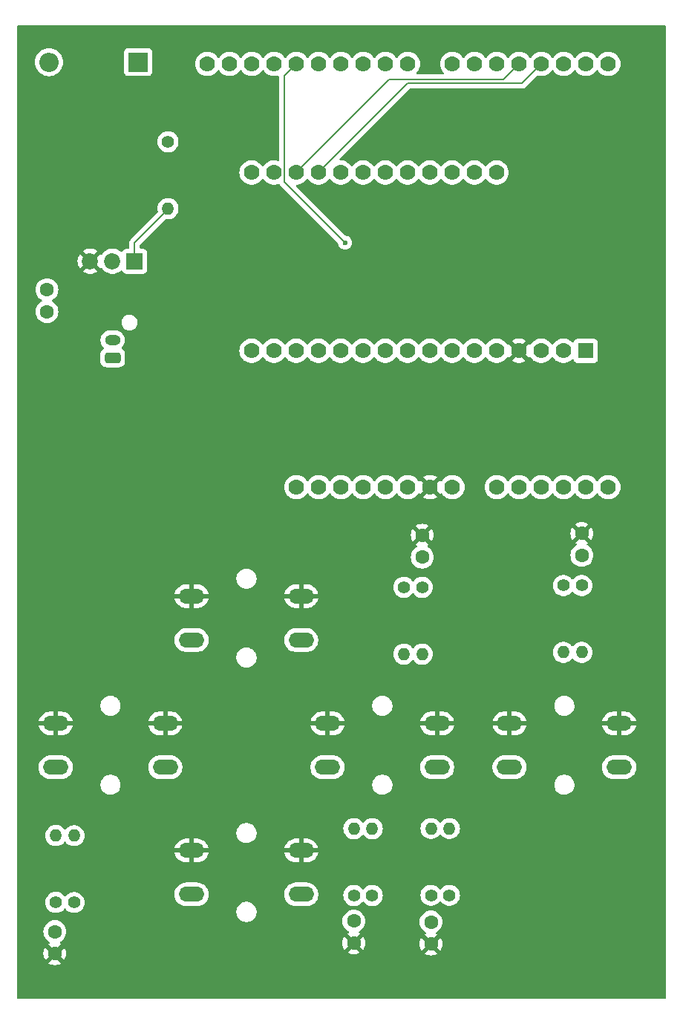
<source format=gbr>
%TF.GenerationSoftware,KiCad,Pcbnew,8.0.1*%
%TF.CreationDate,2024-05-06T19:00:19+02:00*%
%TF.ProjectId,teamagotchi,7465616d-6167-46f7-9463-68692e6b6963,rev?*%
%TF.SameCoordinates,Original*%
%TF.FileFunction,Copper,L2,Bot*%
%TF.FilePolarity,Positive*%
%FSLAX46Y46*%
G04 Gerber Fmt 4.6, Leading zero omitted, Abs format (unit mm)*
G04 Created by KiCad (PCBNEW 8.0.1) date 2024-05-06 19:00:19*
%MOMM*%
%LPD*%
G01*
G04 APERTURE LIST*
G04 Aperture macros list*
%AMRoundRect*
0 Rectangle with rounded corners*
0 $1 Rounding radius*
0 $2 $3 $4 $5 $6 $7 $8 $9 X,Y pos of 4 corners*
0 Add a 4 corners polygon primitive as box body*
4,1,4,$2,$3,$4,$5,$6,$7,$8,$9,$2,$3,0*
0 Add four circle primitives for the rounded corners*
1,1,$1+$1,$2,$3*
1,1,$1+$1,$4,$5*
1,1,$1+$1,$6,$7*
1,1,$1+$1,$8,$9*
0 Add four rect primitives between the rounded corners*
20,1,$1+$1,$2,$3,$4,$5,0*
20,1,$1+$1,$4,$5,$6,$7,0*
20,1,$1+$1,$6,$7,$8,$9,0*
20,1,$1+$1,$8,$9,$2,$3,0*%
G04 Aperture macros list end*
%TA.AperFunction,ComponentPad*%
%ADD10C,1.778000*%
%TD*%
%TA.AperFunction,ComponentPad*%
%ADD11O,2.900000X1.700000*%
%TD*%
%TA.AperFunction,ComponentPad*%
%ADD12C,1.400000*%
%TD*%
%TA.AperFunction,ComponentPad*%
%ADD13O,1.400000X1.400000*%
%TD*%
%TA.AperFunction,ComponentPad*%
%ADD14C,1.600000*%
%TD*%
%TA.AperFunction,ComponentPad*%
%ADD15R,1.850000X1.850000*%
%TD*%
%TA.AperFunction,ComponentPad*%
%ADD16C,1.850000*%
%TD*%
%TA.AperFunction,ComponentPad*%
%ADD17R,2.200000X2.200000*%
%TD*%
%TA.AperFunction,ComponentPad*%
%ADD18O,2.200000X2.200000*%
%TD*%
%TA.AperFunction,ComponentPad*%
%ADD19R,1.778000X1.778000*%
%TD*%
%TA.AperFunction,ComponentPad*%
%ADD20RoundRect,0.250000X0.650000X-0.350000X0.650000X0.350000X-0.650000X0.350000X-0.650000X-0.350000X0*%
%TD*%
%TA.AperFunction,ComponentPad*%
%ADD21O,1.800000X1.200000*%
%TD*%
%TA.AperFunction,ViaPad*%
%ADD22C,0.600000*%
%TD*%
%TA.AperFunction,Conductor*%
%ADD23C,0.200000*%
%TD*%
G04 APERTURE END LIST*
D10*
%TO.P,TFT1,67*%
%TO.N,N/C*%
X152480000Y-99866000D03*
%TO.P,TFT1,51*%
X144860000Y-99866000D03*
%TO.P,TFT1,50,3/5V*%
%TO.N,/3.3V*%
X147400000Y-99866000D03*
%TO.P,TFT1,41*%
%TO.N,N/C*%
X155020000Y-99866000D03*
%TO.P,TFT1,40,GND*%
%TO.N,/GND*%
X157560000Y-99866000D03*
%TO.P,TFT1,28*%
%TO.N,N/C*%
X177880000Y-99866000D03*
%TO.P,TFT1,27*%
X175340000Y-99866000D03*
%TO.P,TFT1,26*%
X172800000Y-99866000D03*
%TO.P,TFT1,25*%
X170260000Y-99866000D03*
%TO.P,TFT1,24*%
X167720000Y-99866000D03*
%TO.P,TFT1,23*%
X165180000Y-99866000D03*
%TO.P,TFT1,22*%
X160100000Y-99866000D03*
%TO.P,TFT1,17*%
X132160000Y-51606000D03*
%TO.P,TFT1,16*%
X134700000Y-51606000D03*
%TO.P,TFT1,15*%
X137240000Y-51606000D03*
%TO.P,TFT1,14*%
X139780000Y-51606000D03*
%TO.P,TFT1,13,D13/SCLK*%
%TO.N,/SCK*%
X142320000Y-51606000D03*
%TO.P,TFT1,12,D12/MISO*%
%TO.N,/MISO*%
X144860000Y-51606000D03*
%TO.P,TFT1,11,D11/MOSI*%
%TO.N,/MOSI*%
X147400000Y-51606000D03*
%TO.P,TFT1,10,D10/TFT_CS*%
%TO.N,/TFT_CS*%
X149940000Y-51606000D03*
%TO.P,TFT1,9,D9/TFT_DC*%
%TO.N,/TFT_DC*%
X152480000Y-51606000D03*
%TO.P,TFT1,8,D8/Touch_CS*%
%TO.N,/TOUCH_CS*%
X155020000Y-51606000D03*
%TO.P,TFT1,7*%
%TO.N,N/C*%
X160100000Y-51606000D03*
%TO.P,TFT1,6*%
X162640000Y-51606000D03*
%TO.P,TFT1,5*%
X165180000Y-51606000D03*
%TO.P,TFT1,4,D4/SD_CS*%
%TO.N,/SD_CS*%
X167720000Y-51606000D03*
%TO.P,TFT1,3,D3*%
%TO.N,/BACK_LITE*%
X170260000Y-51606000D03*
%TO.P,TFT1,2*%
%TO.N,N/C*%
X172800000Y-51606000D03*
%TO.P,TFT1,1*%
X175340000Y-51606000D03*
%TO.P,TFT1,0*%
X177880000Y-51606000D03*
%TO.P,TFT1,*%
%TO.N,*%
X149940000Y-99866000D03*
X142320000Y-99866000D03*
%TD*%
D11*
%TO.P,SW4,1,1*%
%TO.N,/GND*%
X114860000Y-126806000D03*
X127360000Y-126806000D03*
%TO.P,SW4,2,2*%
%TO.N,Net-(R7-Pad2)*%
X114860000Y-131806000D03*
X127360000Y-131806000D03*
%TD*%
D12*
%TO.P,R6,1*%
%TO.N,/3.3V*%
X159760000Y-146416000D03*
D13*
%TO.P,R6,2*%
%TO.N,Net-(R5-Pad2)*%
X159760000Y-138796000D03*
%TD*%
%TO.P,R4,2*%
%TO.N,Net-(R3-Pad2)*%
X154560000Y-118906000D03*
D12*
%TO.P,R4,1*%
%TO.N,/3.3V*%
X154560000Y-111286000D03*
%TD*%
%TO.P,R12,1*%
%TO.N,/VIB_MOTOR*%
X127660000Y-60486000D03*
D13*
%TO.P,R12,2*%
%TO.N,Net-(Q2-Pad1)*%
X127660000Y-68106000D03*
%TD*%
D12*
%TO.P,R10,1*%
%TO.N,/3.3V*%
X150960000Y-146426000D03*
D13*
%TO.P,R10,2*%
%TO.N,Net-(R10-Pad2)*%
X150960000Y-138806000D03*
%TD*%
D12*
%TO.P,R9,1*%
%TO.N,/SW5*%
X148860000Y-146426000D03*
D13*
%TO.P,R9,2*%
%TO.N,Net-(R10-Pad2)*%
X148860000Y-138806000D03*
%TD*%
D12*
%TO.P,R8,1*%
%TO.N,/3.3V*%
X116960000Y-147226000D03*
D13*
%TO.P,R8,2*%
%TO.N,Net-(R7-Pad2)*%
X116960000Y-139606000D03*
%TD*%
D12*
%TO.P,R7,1*%
%TO.N,/SW4*%
X114860000Y-147216000D03*
D13*
%TO.P,R7,2*%
%TO.N,Net-(R7-Pad2)*%
X114860000Y-139596000D03*
%TD*%
D11*
%TO.P,SW2,1,1*%
%TO.N,/GND*%
X130360000Y-112306000D03*
X142860000Y-112306000D03*
%TO.P,SW2,2,2*%
%TO.N,Net-(R3-Pad2)*%
X130360000Y-117306000D03*
X142860000Y-117306000D03*
%TD*%
D14*
%TO.P,C6,2*%
%TO.N,/GND*%
X148860000Y-151856000D03*
%TO.P,C6,1*%
%TO.N,/SW5*%
X148860000Y-149356000D03*
%TD*%
%TO.P,C5,2*%
%TO.N,/GND*%
X114760000Y-153056000D03*
%TO.P,C5,1*%
%TO.N,/SW4*%
X114760000Y-150556000D03*
%TD*%
%TO.P,C4,2*%
%TO.N,/GND*%
X157660000Y-151956000D03*
%TO.P,C4,1*%
%TO.N,/SW3*%
X157660000Y-149456000D03*
%TD*%
%TO.P,C3,1*%
%TO.N,/SW2*%
X156660000Y-107856000D03*
%TO.P,C3,2*%
%TO.N,/GND*%
X156660000Y-105356000D03*
%TD*%
%TO.P,C2,2*%
%TO.N,/GND*%
X174860000Y-105146000D03*
%TO.P,C2,1*%
%TO.N,/SW1*%
X174860000Y-107646000D03*
%TD*%
D11*
%TO.P,SW5,1,1*%
%TO.N,/GND*%
X130360000Y-141306000D03*
X142860000Y-141306000D03*
%TO.P,SW5,2,2*%
%TO.N,Net-(R10-Pad2)*%
X130360000Y-146306000D03*
X142860000Y-146306000D03*
%TD*%
D15*
%TO.P,Q2,1*%
%TO.N,Net-(Q2-Pad1)*%
X123860000Y-74106000D03*
D16*
%TO.P,Q2,2*%
%TO.N,Net-(D1-A)*%
X121320000Y-74106000D03*
%TO.P,Q2,3*%
%TO.N,/GND*%
X118780000Y-74106000D03*
%TD*%
D13*
%TO.P,R3,2*%
%TO.N,Net-(R3-Pad2)*%
X156660000Y-118906000D03*
D12*
%TO.P,R3,1*%
%TO.N,/SW2*%
X156660000Y-111286000D03*
%TD*%
D11*
%TO.P,SW3,1,1*%
%TO.N,/GND*%
X145860000Y-126806000D03*
X158360000Y-126806000D03*
%TO.P,SW3,2,2*%
%TO.N,Net-(R5-Pad2)*%
X145860000Y-131806000D03*
X158360000Y-131806000D03*
%TD*%
%TO.P,SW1,2,2*%
%TO.N,Net-(R1-Pad2)*%
X179110000Y-131806000D03*
X166610000Y-131806000D03*
%TO.P,SW1,1,1*%
%TO.N,/GND*%
X179110000Y-126806000D03*
X166610000Y-126806000D03*
%TD*%
D12*
%TO.P,R2,1*%
%TO.N,/3.3V*%
X172760000Y-111086000D03*
D13*
%TO.P,R2,2*%
%TO.N,Net-(R1-Pad2)*%
X172760000Y-118706000D03*
%TD*%
D12*
%TO.P,R1,1*%
%TO.N,/SW1*%
X174860000Y-111086000D03*
D13*
%TO.P,R1,2*%
%TO.N,Net-(R1-Pad2)*%
X174860000Y-118706000D03*
%TD*%
D12*
%TO.P,R5,1*%
%TO.N,/SW3*%
X157660000Y-146416000D03*
D13*
%TO.P,R5,2*%
%TO.N,Net-(R5-Pad2)*%
X157660000Y-138796000D03*
%TD*%
D17*
%TO.P,D1,1,K*%
%TO.N,/3.3V*%
X124260000Y-51406000D03*
D18*
%TO.P,D1,2,A*%
%TO.N,Net-(D1-A)*%
X114100000Y-51406000D03*
%TD*%
D19*
%TO.P,U1,1,~{RESET}*%
%TO.N,unconnected-(U1-~{RESET}-Pad1)*%
X175300000Y-84326000D03*
D10*
%TO.P,U1,2,3V3*%
%TO.N,/3.3V*%
X172760000Y-84326000D03*
%TO.P,U1,3,3V3*%
X170220000Y-84326000D03*
%TO.P,U1,4,GND*%
%TO.N,/GND*%
X167680000Y-84326000D03*
%TO.P,U1,5,A0/0.02*%
%TO.N,unconnected-(U1-A0{slash}0.02-Pad5)*%
X165140000Y-84326000D03*
%TO.P,U1,6,A1/0.03*%
%TO.N,/SW1*%
X162600000Y-84326000D03*
%TO.P,U1,7,A2/0.04*%
%TO.N,/SW3*%
X160060000Y-84326000D03*
%TO.P,U1,8,A3/0.05*%
%TO.N,/SW2*%
X157520000Y-84326000D03*
%TO.P,U1,9,A4/0.28*%
%TO.N,/SW5*%
X154980000Y-84326000D03*
%TO.P,U1,10,A5/0.29*%
%TO.N,/SW4*%
X152440000Y-84326000D03*
%TO.P,U1,11,SCK*%
%TO.N,/SCK*%
X149900000Y-84326000D03*
%TO.P,U1,12,MOSI*%
%TO.N,/MOSI*%
X147360000Y-84326000D03*
%TO.P,U1,13,MISO*%
%TO.N,/MISO*%
X144820000Y-84326000D03*
%TO.P,U1,14,RXD*%
%TO.N,unconnected-(U1-RXD-Pad14)*%
X142280000Y-84326000D03*
%TO.P,U1,15,TXD*%
%TO.N,unconnected-(U1-TXD-Pad15)*%
X139740000Y-84326000D03*
%TO.P,U1,16,DFU*%
%TO.N,unconnected-(U1-DFU-Pad16)*%
X137200000Y-84326000D03*
%TO.P,U1,17,SDA*%
%TO.N,unconnected-(U1-SDA-Pad17)*%
X137200000Y-64006000D03*
%TO.P,U1,18,SCL*%
%TO.N,unconnected-(U1-SCL-Pad18)*%
X139740000Y-64006000D03*
%TO.P,U1,19,P0.27*%
%TO.N,/SD_CS*%
X142280000Y-64006000D03*
%TO.P,U1,20,A6/P0.30*%
%TO.N,/BACK_LITE*%
X144820000Y-64006000D03*
%TO.P,U1,21,A7/P0.31*%
%TO.N,unconnected-(U1-A7{slash}P0.31-Pad21)*%
X147360000Y-64006000D03*
%TO.P,U1,22,P0.11*%
%TO.N,/TFT_CS*%
X149900000Y-64006000D03*
%TO.P,U1,23,P0.07*%
%TO.N,/TFT_DC*%
X152440000Y-64006000D03*
%TO.P,U1,24,P0.15*%
%TO.N,/TOUCH_CS*%
X154980000Y-64006000D03*
%TO.P,U1,25,P0.16*%
%TO.N,/VIB_MOTOR*%
X157520000Y-64006000D03*
%TO.P,U1,26,VBUS*%
%TO.N,unconnected-(U1-VBUS-Pad26)*%
X160060000Y-64006000D03*
%TO.P,U1,27,EN*%
%TO.N,unconnected-(U1-EN-Pad27)*%
X162600000Y-64006000D03*
%TO.P,U1,28,VBAT*%
%TO.N,unconnected-(U1-VBAT-Pad28)*%
X165140000Y-64006000D03*
%TD*%
D20*
%TO.P,M1,1,+*%
%TO.N,/3.3V*%
X121360000Y-85106000D03*
D21*
%TO.P,M1,2,-*%
%TO.N,Net-(D1-A)*%
X121360000Y-83106000D03*
%TD*%
D14*
%TO.P,C1,1*%
%TO.N,/3.3V*%
X113860000Y-79856000D03*
%TO.P,C1,2*%
%TO.N,Net-(D1-A)*%
X113860000Y-77356000D03*
%TD*%
D22*
%TO.N,/SCK*%
X147860000Y-72006000D03*
%TD*%
D23*
%TO.N,Net-(Q2-Pad1)*%
X123860000Y-72006000D02*
X123860000Y-74106000D01*
X127660000Y-68206000D02*
X123860000Y-72006000D01*
X127660000Y-68106000D02*
X127660000Y-68206000D01*
%TO.N,/SD_CS*%
X152880000Y-53406000D02*
X142280000Y-64006000D01*
X165920000Y-53406000D02*
X152880000Y-53406000D01*
X167720000Y-51606000D02*
X165920000Y-53406000D01*
%TO.N,/BACK_LITE*%
X155020000Y-53806000D02*
X144820000Y-64006000D01*
X168060000Y-53806000D02*
X155020000Y-53806000D01*
X170260000Y-51606000D02*
X168060000Y-53806000D01*
%TO.N,/SCK*%
X140929000Y-52997000D02*
X142320000Y-51606000D01*
X140929000Y-65075000D02*
X140929000Y-52997000D01*
X147860000Y-72006000D02*
X140929000Y-65075000D01*
%TD*%
%TA.AperFunction,Conductor*%
%TO.N,/GND*%
G36*
X184402539Y-47226185D02*
G01*
X184448294Y-47278989D01*
X184459500Y-47330500D01*
X184459500Y-158081500D01*
X184439815Y-158148539D01*
X184387011Y-158194294D01*
X184335500Y-158205500D01*
X110584500Y-158205500D01*
X110517461Y-158185815D01*
X110471706Y-158133011D01*
X110460500Y-158081500D01*
X110460500Y-150556001D01*
X113454532Y-150556001D01*
X113474364Y-150782686D01*
X113474366Y-150782697D01*
X113533258Y-151002488D01*
X113533261Y-151002497D01*
X113629431Y-151208732D01*
X113629432Y-151208734D01*
X113759954Y-151395141D01*
X113920858Y-151556045D01*
X113920861Y-151556047D01*
X114107266Y-151686568D01*
X114122975Y-151693893D01*
X114175414Y-151740064D01*
X114194567Y-151807257D01*
X114174352Y-151874138D01*
X114122979Y-151918656D01*
X114107514Y-151925867D01*
X114107512Y-151925868D01*
X114034526Y-151976973D01*
X114034526Y-151976974D01*
X114713553Y-152656000D01*
X114707339Y-152656000D01*
X114605606Y-152683259D01*
X114514394Y-152735920D01*
X114439920Y-152810394D01*
X114387259Y-152901606D01*
X114360000Y-153003339D01*
X114360000Y-153009552D01*
X113680974Y-152330526D01*
X113680973Y-152330526D01*
X113629868Y-152403512D01*
X113629866Y-152403516D01*
X113533734Y-152609673D01*
X113533730Y-152609682D01*
X113474860Y-152829389D01*
X113474858Y-152829400D01*
X113455034Y-153055997D01*
X113455034Y-153056002D01*
X113474858Y-153282599D01*
X113474860Y-153282610D01*
X113533730Y-153502317D01*
X113533735Y-153502331D01*
X113629863Y-153708478D01*
X113680974Y-153781472D01*
X114360000Y-153102446D01*
X114360000Y-153108661D01*
X114387259Y-153210394D01*
X114439920Y-153301606D01*
X114514394Y-153376080D01*
X114605606Y-153428741D01*
X114707339Y-153456000D01*
X114713553Y-153456000D01*
X114034526Y-154135025D01*
X114107513Y-154186132D01*
X114107521Y-154186136D01*
X114313668Y-154282264D01*
X114313682Y-154282269D01*
X114533389Y-154341139D01*
X114533400Y-154341141D01*
X114759998Y-154360966D01*
X114760002Y-154360966D01*
X114986599Y-154341141D01*
X114986610Y-154341139D01*
X115206317Y-154282269D01*
X115206331Y-154282264D01*
X115412478Y-154186136D01*
X115485471Y-154135024D01*
X114806447Y-153456000D01*
X114812661Y-153456000D01*
X114914394Y-153428741D01*
X115005606Y-153376080D01*
X115080080Y-153301606D01*
X115132741Y-153210394D01*
X115160000Y-153108661D01*
X115160000Y-153102447D01*
X115839024Y-153781471D01*
X115890136Y-153708478D01*
X115986264Y-153502331D01*
X115986269Y-153502317D01*
X116045139Y-153282610D01*
X116045141Y-153282599D01*
X116064966Y-153056002D01*
X116064966Y-153055997D01*
X116045141Y-152829400D01*
X116045139Y-152829389D01*
X115986269Y-152609682D01*
X115986264Y-152609668D01*
X115890136Y-152403521D01*
X115890132Y-152403513D01*
X115839025Y-152330526D01*
X115160000Y-153009551D01*
X115160000Y-153003339D01*
X115132741Y-152901606D01*
X115080080Y-152810394D01*
X115005606Y-152735920D01*
X114914394Y-152683259D01*
X114812661Y-152656000D01*
X114806448Y-152656000D01*
X115485472Y-151976974D01*
X115412480Y-151925864D01*
X115397024Y-151918657D01*
X115344585Y-151872484D01*
X115325433Y-151805290D01*
X115345649Y-151738409D01*
X115397023Y-151693893D01*
X115412734Y-151686568D01*
X115599139Y-151556047D01*
X115760047Y-151395139D01*
X115890568Y-151208734D01*
X115986739Y-151002496D01*
X116045635Y-150782692D01*
X116065468Y-150556000D01*
X116045635Y-150329308D01*
X115986739Y-150109504D01*
X115890568Y-149903266D01*
X115760047Y-149716861D01*
X115760045Y-149716858D01*
X115599141Y-149555954D01*
X115412734Y-149425432D01*
X115412732Y-149425431D01*
X115206497Y-149329261D01*
X115206488Y-149329258D01*
X114986697Y-149270366D01*
X114986693Y-149270365D01*
X114986692Y-149270365D01*
X114986691Y-149270364D01*
X114986686Y-149270364D01*
X114760002Y-149250532D01*
X114759998Y-149250532D01*
X114533313Y-149270364D01*
X114533302Y-149270366D01*
X114313511Y-149329258D01*
X114313502Y-149329261D01*
X114107267Y-149425431D01*
X114107265Y-149425432D01*
X113920858Y-149555954D01*
X113759954Y-149716858D01*
X113629432Y-149903265D01*
X113629431Y-149903267D01*
X113533261Y-150109502D01*
X113533258Y-150109511D01*
X113474366Y-150329302D01*
X113474364Y-150329313D01*
X113454532Y-150555998D01*
X113454532Y-150556001D01*
X110460500Y-150556001D01*
X110460500Y-147216000D01*
X113654357Y-147216000D01*
X113674884Y-147437535D01*
X113674885Y-147437537D01*
X113735769Y-147651523D01*
X113735775Y-147651538D01*
X113834938Y-147850683D01*
X113834943Y-147850691D01*
X113969020Y-148028238D01*
X114133437Y-148178123D01*
X114133439Y-148178125D01*
X114322595Y-148295245D01*
X114322596Y-148295245D01*
X114322599Y-148295247D01*
X114530060Y-148375618D01*
X114748757Y-148416500D01*
X114748759Y-148416500D01*
X114971241Y-148416500D01*
X114971243Y-148416500D01*
X115189940Y-148375618D01*
X115397401Y-148295247D01*
X115586562Y-148178124D01*
X115750981Y-148028236D01*
X115807271Y-147953695D01*
X115863378Y-147912061D01*
X115933090Y-147907368D01*
X115994272Y-147941110D01*
X116005178Y-147953697D01*
X116069017Y-148038234D01*
X116069019Y-148038237D01*
X116233437Y-148188123D01*
X116233439Y-148188125D01*
X116422595Y-148305245D01*
X116422596Y-148305245D01*
X116422599Y-148305247D01*
X116630060Y-148385618D01*
X116848757Y-148426500D01*
X116848759Y-148426500D01*
X117071241Y-148426500D01*
X117071243Y-148426500D01*
X117231454Y-148396551D01*
X135459500Y-148396551D01*
X135487829Y-148575410D01*
X135543787Y-148747636D01*
X135543788Y-148747639D01*
X135626006Y-148908997D01*
X135732441Y-149055494D01*
X135732445Y-149055499D01*
X135860500Y-149183554D01*
X135860505Y-149183558D01*
X135952688Y-149250532D01*
X136007006Y-149289996D01*
X136112484Y-149343740D01*
X136168360Y-149372211D01*
X136168363Y-149372212D01*
X136254476Y-149400191D01*
X136340591Y-149428171D01*
X136423429Y-149441291D01*
X136519449Y-149456500D01*
X136519454Y-149456500D01*
X136700551Y-149456500D01*
X136787259Y-149442765D01*
X136879409Y-149428171D01*
X137051639Y-149372211D01*
X137083453Y-149356001D01*
X147554532Y-149356001D01*
X147574364Y-149582686D01*
X147574366Y-149582697D01*
X147633258Y-149802488D01*
X147633261Y-149802497D01*
X147729431Y-150008732D01*
X147729432Y-150008734D01*
X147859954Y-150195141D01*
X148020858Y-150356045D01*
X148020861Y-150356047D01*
X148207266Y-150486568D01*
X148222975Y-150493893D01*
X148275414Y-150540064D01*
X148294567Y-150607257D01*
X148274352Y-150674138D01*
X148222979Y-150718656D01*
X148207514Y-150725867D01*
X148207512Y-150725868D01*
X148134526Y-150776973D01*
X148134526Y-150776974D01*
X148813553Y-151456000D01*
X148807339Y-151456000D01*
X148705606Y-151483259D01*
X148614394Y-151535920D01*
X148539920Y-151610394D01*
X148487259Y-151701606D01*
X148460000Y-151803339D01*
X148460000Y-151809552D01*
X147780974Y-151130526D01*
X147780973Y-151130526D01*
X147729868Y-151203512D01*
X147729866Y-151203516D01*
X147633734Y-151409673D01*
X147633730Y-151409682D01*
X147574860Y-151629389D01*
X147574858Y-151629400D01*
X147555034Y-151855997D01*
X147555034Y-151856002D01*
X147574858Y-152082599D01*
X147574860Y-152082610D01*
X147633730Y-152302317D01*
X147633735Y-152302331D01*
X147729863Y-152508478D01*
X147780974Y-152581472D01*
X148460000Y-151902446D01*
X148460000Y-151908661D01*
X148487259Y-152010394D01*
X148539920Y-152101606D01*
X148614394Y-152176080D01*
X148705606Y-152228741D01*
X148807339Y-152256000D01*
X148813553Y-152256000D01*
X148134526Y-152935025D01*
X148207513Y-152986132D01*
X148207521Y-152986136D01*
X148413668Y-153082264D01*
X148413682Y-153082269D01*
X148633389Y-153141139D01*
X148633400Y-153141141D01*
X148859998Y-153160966D01*
X148860002Y-153160966D01*
X149086599Y-153141141D01*
X149086610Y-153141139D01*
X149306317Y-153082269D01*
X149306331Y-153082264D01*
X149512478Y-152986136D01*
X149585471Y-152935024D01*
X148906447Y-152256000D01*
X148912661Y-152256000D01*
X149014394Y-152228741D01*
X149105606Y-152176080D01*
X149180080Y-152101606D01*
X149232741Y-152010394D01*
X149260000Y-151908661D01*
X149260000Y-151902447D01*
X149939024Y-152581471D01*
X149990136Y-152508478D01*
X150086264Y-152302331D01*
X150086269Y-152302317D01*
X150145139Y-152082610D01*
X150145141Y-152082599D01*
X150164966Y-151856002D01*
X150164966Y-151855997D01*
X150145141Y-151629400D01*
X150145139Y-151629389D01*
X150086269Y-151409682D01*
X150086264Y-151409668D01*
X149990136Y-151203521D01*
X149990132Y-151203513D01*
X149939025Y-151130526D01*
X149260000Y-151809551D01*
X149260000Y-151803339D01*
X149232741Y-151701606D01*
X149180080Y-151610394D01*
X149105606Y-151535920D01*
X149014394Y-151483259D01*
X148912661Y-151456000D01*
X148906448Y-151456000D01*
X149585472Y-150776974D01*
X149512480Y-150725864D01*
X149497024Y-150718657D01*
X149444585Y-150672484D01*
X149425433Y-150605290D01*
X149445649Y-150538409D01*
X149497023Y-150493893D01*
X149512734Y-150486568D01*
X149699139Y-150356047D01*
X149860047Y-150195139D01*
X149990568Y-150008734D01*
X150086739Y-149802496D01*
X150145635Y-149582692D01*
X150156719Y-149456001D01*
X156354532Y-149456001D01*
X156374364Y-149682686D01*
X156374366Y-149682697D01*
X156433258Y-149902488D01*
X156433261Y-149902497D01*
X156529431Y-150108732D01*
X156529432Y-150108734D01*
X156659954Y-150295141D01*
X156820858Y-150456045D01*
X156820861Y-150456047D01*
X157007266Y-150586568D01*
X157022975Y-150593893D01*
X157075414Y-150640064D01*
X157094567Y-150707257D01*
X157074352Y-150774138D01*
X157022979Y-150818656D01*
X157007514Y-150825867D01*
X157007512Y-150825868D01*
X156934526Y-150876973D01*
X156934526Y-150876974D01*
X157613553Y-151556000D01*
X157607339Y-151556000D01*
X157505606Y-151583259D01*
X157414394Y-151635920D01*
X157339920Y-151710394D01*
X157287259Y-151801606D01*
X157260000Y-151903339D01*
X157260000Y-151909552D01*
X156580974Y-151230526D01*
X156580973Y-151230526D01*
X156529868Y-151303512D01*
X156529866Y-151303516D01*
X156433734Y-151509673D01*
X156433730Y-151509682D01*
X156374860Y-151729389D01*
X156374858Y-151729400D01*
X156355034Y-151955997D01*
X156355034Y-151956002D01*
X156374858Y-152182599D01*
X156374860Y-152182610D01*
X156433730Y-152402317D01*
X156433735Y-152402331D01*
X156529863Y-152608478D01*
X156580974Y-152681472D01*
X157260000Y-152002446D01*
X157260000Y-152008661D01*
X157287259Y-152110394D01*
X157339920Y-152201606D01*
X157414394Y-152276080D01*
X157505606Y-152328741D01*
X157607339Y-152356000D01*
X157613553Y-152356000D01*
X156934526Y-153035025D01*
X157007513Y-153086132D01*
X157007521Y-153086136D01*
X157213668Y-153182264D01*
X157213682Y-153182269D01*
X157433389Y-153241139D01*
X157433400Y-153241141D01*
X157659998Y-153260966D01*
X157660002Y-153260966D01*
X157886599Y-153241141D01*
X157886610Y-153241139D01*
X158106317Y-153182269D01*
X158106331Y-153182264D01*
X158312478Y-153086136D01*
X158385471Y-153035024D01*
X157706447Y-152356000D01*
X157712661Y-152356000D01*
X157814394Y-152328741D01*
X157905606Y-152276080D01*
X157980080Y-152201606D01*
X158032741Y-152110394D01*
X158060000Y-152008661D01*
X158060000Y-152002447D01*
X158739024Y-152681471D01*
X158790136Y-152608478D01*
X158886264Y-152402331D01*
X158886269Y-152402317D01*
X158945139Y-152182610D01*
X158945141Y-152182599D01*
X158964966Y-151956002D01*
X158964966Y-151955997D01*
X158945141Y-151729400D01*
X158945139Y-151729389D01*
X158886269Y-151509682D01*
X158886264Y-151509668D01*
X158790136Y-151303521D01*
X158790132Y-151303513D01*
X158739025Y-151230526D01*
X158060000Y-151909551D01*
X158060000Y-151903339D01*
X158032741Y-151801606D01*
X157980080Y-151710394D01*
X157905606Y-151635920D01*
X157814394Y-151583259D01*
X157712661Y-151556000D01*
X157706448Y-151556000D01*
X158385472Y-150876974D01*
X158312480Y-150825864D01*
X158297024Y-150818657D01*
X158244585Y-150772484D01*
X158225433Y-150705290D01*
X158245649Y-150638409D01*
X158297023Y-150593893D01*
X158312734Y-150586568D01*
X158499139Y-150456047D01*
X158660047Y-150295139D01*
X158790568Y-150108734D01*
X158886739Y-149902496D01*
X158945635Y-149682692D01*
X158965468Y-149456000D01*
X158945635Y-149229308D01*
X158886739Y-149009504D01*
X158790568Y-148803266D01*
X158660047Y-148616861D01*
X158660045Y-148616858D01*
X158499141Y-148455954D01*
X158312734Y-148325432D01*
X158312732Y-148325431D01*
X158106497Y-148229261D01*
X158106488Y-148229258D01*
X157886697Y-148170366D01*
X157886693Y-148170365D01*
X157886692Y-148170365D01*
X157886691Y-148170364D01*
X157886686Y-148170364D01*
X157660002Y-148150532D01*
X157659998Y-148150532D01*
X157433313Y-148170364D01*
X157433302Y-148170366D01*
X157213511Y-148229258D01*
X157213502Y-148229261D01*
X157007267Y-148325431D01*
X157007265Y-148325432D01*
X156820858Y-148455954D01*
X156659954Y-148616858D01*
X156529432Y-148803265D01*
X156529431Y-148803267D01*
X156433261Y-149009502D01*
X156433258Y-149009511D01*
X156374366Y-149229302D01*
X156374364Y-149229313D01*
X156354532Y-149455998D01*
X156354532Y-149456001D01*
X150156719Y-149456001D01*
X150165468Y-149356000D01*
X150145635Y-149129308D01*
X150086739Y-148909504D01*
X149990568Y-148703266D01*
X149860047Y-148516861D01*
X149860045Y-148516858D01*
X149699141Y-148355954D01*
X149512734Y-148225432D01*
X149512732Y-148225431D01*
X149306497Y-148129261D01*
X149306488Y-148129258D01*
X149086697Y-148070366D01*
X149086693Y-148070365D01*
X149086692Y-148070365D01*
X149086691Y-148070364D01*
X149086686Y-148070364D01*
X148860002Y-148050532D01*
X148859998Y-148050532D01*
X148633313Y-148070364D01*
X148633302Y-148070366D01*
X148413511Y-148129258D01*
X148413502Y-148129261D01*
X148207267Y-148225431D01*
X148207265Y-148225432D01*
X148020858Y-148355954D01*
X147859954Y-148516858D01*
X147729432Y-148703265D01*
X147729431Y-148703267D01*
X147633261Y-148909502D01*
X147633258Y-148909511D01*
X147574366Y-149129302D01*
X147574364Y-149129313D01*
X147554532Y-149355998D01*
X147554532Y-149356001D01*
X137083453Y-149356001D01*
X137212994Y-149289996D01*
X137359501Y-149183553D01*
X137487553Y-149055501D01*
X137593996Y-148908994D01*
X137676211Y-148747639D01*
X137732171Y-148575409D01*
X137757340Y-148416500D01*
X137760500Y-148396551D01*
X137760500Y-148215448D01*
X137737520Y-148070364D01*
X137732171Y-148036591D01*
X137701148Y-147941110D01*
X137676212Y-147864363D01*
X137676211Y-147864360D01*
X137646270Y-147805599D01*
X137593996Y-147703006D01*
X137556592Y-147651523D01*
X137487558Y-147556505D01*
X137487554Y-147556500D01*
X137359499Y-147428445D01*
X137359494Y-147428441D01*
X137212997Y-147322006D01*
X137212996Y-147322005D01*
X137212994Y-147322004D01*
X137161300Y-147295664D01*
X137051639Y-147239788D01*
X137051636Y-147239787D01*
X136879410Y-147183829D01*
X136700551Y-147155500D01*
X136700546Y-147155500D01*
X136519454Y-147155500D01*
X136519449Y-147155500D01*
X136340589Y-147183829D01*
X136168363Y-147239787D01*
X136168360Y-147239788D01*
X136007002Y-147322006D01*
X135860505Y-147428441D01*
X135860500Y-147428445D01*
X135732445Y-147556500D01*
X135732441Y-147556505D01*
X135626006Y-147703002D01*
X135543788Y-147864360D01*
X135543787Y-147864363D01*
X135487829Y-148036589D01*
X135459500Y-148215448D01*
X135459500Y-148396551D01*
X117231454Y-148396551D01*
X117289940Y-148385618D01*
X117497401Y-148305247D01*
X117686562Y-148188124D01*
X117850981Y-148038236D01*
X117985058Y-147860689D01*
X118084229Y-147661528D01*
X118145115Y-147447536D01*
X118165643Y-147226000D01*
X118149398Y-147050691D01*
X118145115Y-147004464D01*
X118145114Y-147004462D01*
X118142269Y-146994464D01*
X118084229Y-146790472D01*
X118079250Y-146780472D01*
X117985061Y-146591316D01*
X117985056Y-146591308D01*
X117850979Y-146413761D01*
X117849362Y-146412287D01*
X128409500Y-146412287D01*
X128409734Y-146413762D01*
X128437855Y-146591316D01*
X128442754Y-146622243D01*
X128497416Y-146790476D01*
X128508444Y-146824414D01*
X128604951Y-147013820D01*
X128729890Y-147185786D01*
X128880213Y-147336109D01*
X129052179Y-147461048D01*
X129052181Y-147461049D01*
X129052184Y-147461051D01*
X129241588Y-147557557D01*
X129443757Y-147623246D01*
X129653713Y-147656500D01*
X129653714Y-147656500D01*
X131066286Y-147656500D01*
X131066287Y-147656500D01*
X131276243Y-147623246D01*
X131478412Y-147557557D01*
X131667816Y-147461051D01*
X131689789Y-147445086D01*
X131839786Y-147336109D01*
X131839788Y-147336106D01*
X131839792Y-147336104D01*
X131990104Y-147185792D01*
X131990106Y-147185788D01*
X131990109Y-147185786D01*
X132115048Y-147013820D01*
X132115047Y-147013820D01*
X132115051Y-147013816D01*
X132211557Y-146824412D01*
X132277246Y-146622243D01*
X132310500Y-146412287D01*
X140909500Y-146412287D01*
X140909734Y-146413762D01*
X140937855Y-146591316D01*
X140942754Y-146622243D01*
X140997416Y-146790476D01*
X141008444Y-146824414D01*
X141104951Y-147013820D01*
X141229890Y-147185786D01*
X141380213Y-147336109D01*
X141552179Y-147461048D01*
X141552181Y-147461049D01*
X141552184Y-147461051D01*
X141741588Y-147557557D01*
X141943757Y-147623246D01*
X142153713Y-147656500D01*
X142153714Y-147656500D01*
X143566286Y-147656500D01*
X143566287Y-147656500D01*
X143776243Y-147623246D01*
X143978412Y-147557557D01*
X144167816Y-147461051D01*
X144189789Y-147445086D01*
X144339786Y-147336109D01*
X144339788Y-147336106D01*
X144339792Y-147336104D01*
X144490104Y-147185792D01*
X144490106Y-147185788D01*
X144490109Y-147185786D01*
X144615048Y-147013820D01*
X144615047Y-147013820D01*
X144615051Y-147013816D01*
X144711557Y-146824412D01*
X144777246Y-146622243D01*
X144808328Y-146426000D01*
X147654357Y-146426000D01*
X147674884Y-146647535D01*
X147674885Y-146647537D01*
X147735769Y-146861523D01*
X147735775Y-146861538D01*
X147834938Y-147060683D01*
X147834943Y-147060691D01*
X147969020Y-147238238D01*
X148133437Y-147388123D01*
X148133439Y-147388125D01*
X148322595Y-147505245D01*
X148322596Y-147505245D01*
X148322599Y-147505247D01*
X148530060Y-147585618D01*
X148748757Y-147626500D01*
X148748759Y-147626500D01*
X148971241Y-147626500D01*
X148971243Y-147626500D01*
X149189940Y-147585618D01*
X149397401Y-147505247D01*
X149586562Y-147388124D01*
X149750981Y-147238236D01*
X149811047Y-147158695D01*
X149867154Y-147117060D01*
X149936866Y-147112368D01*
X149998048Y-147146110D01*
X150008947Y-147158688D01*
X150061469Y-147228238D01*
X150069021Y-147238238D01*
X150160908Y-147322004D01*
X150222467Y-147378123D01*
X150233437Y-147388123D01*
X150233439Y-147388125D01*
X150422595Y-147505245D01*
X150422596Y-147505245D01*
X150422599Y-147505247D01*
X150630060Y-147585618D01*
X150848757Y-147626500D01*
X150848759Y-147626500D01*
X151071241Y-147626500D01*
X151071243Y-147626500D01*
X151289940Y-147585618D01*
X151497401Y-147505247D01*
X151686562Y-147388124D01*
X151826282Y-147260751D01*
X151850979Y-147238238D01*
X151858533Y-147228236D01*
X151985058Y-147060689D01*
X152084229Y-146861528D01*
X152145115Y-146647536D01*
X152165643Y-146426000D01*
X152164716Y-146416000D01*
X156454357Y-146416000D01*
X156474884Y-146637535D01*
X156474885Y-146637537D01*
X156535769Y-146851523D01*
X156535775Y-146851538D01*
X156634938Y-147050683D01*
X156634943Y-147050691D01*
X156769020Y-147228238D01*
X156933437Y-147378123D01*
X156933439Y-147378125D01*
X157122595Y-147495245D01*
X157122596Y-147495245D01*
X157122599Y-147495247D01*
X157330060Y-147575618D01*
X157548757Y-147616500D01*
X157548759Y-147616500D01*
X157771241Y-147616500D01*
X157771243Y-147616500D01*
X157989940Y-147575618D01*
X158197401Y-147495247D01*
X158386562Y-147378124D01*
X158550981Y-147228236D01*
X158611047Y-147148695D01*
X158667154Y-147107060D01*
X158736866Y-147102368D01*
X158798048Y-147136110D01*
X158808947Y-147148688D01*
X158869019Y-147228236D01*
X158869021Y-147228238D01*
X159033437Y-147378123D01*
X159033439Y-147378125D01*
X159222595Y-147495245D01*
X159222596Y-147495245D01*
X159222599Y-147495247D01*
X159430060Y-147575618D01*
X159648757Y-147616500D01*
X159648759Y-147616500D01*
X159871241Y-147616500D01*
X159871243Y-147616500D01*
X160089940Y-147575618D01*
X160297401Y-147495247D01*
X160486562Y-147378124D01*
X160650981Y-147228236D01*
X160785058Y-147050689D01*
X160884229Y-146851528D01*
X160945115Y-146637536D01*
X160965643Y-146416000D01*
X160945115Y-146194464D01*
X160884229Y-145980472D01*
X160790040Y-145791316D01*
X160785061Y-145781316D01*
X160785056Y-145781308D01*
X160650979Y-145603761D01*
X160486562Y-145453876D01*
X160486560Y-145453874D01*
X160297404Y-145336754D01*
X160297398Y-145336752D01*
X160089940Y-145256382D01*
X159871243Y-145215500D01*
X159648757Y-145215500D01*
X159430060Y-145256382D01*
X159379689Y-145275896D01*
X159222601Y-145336752D01*
X159222595Y-145336754D01*
X159033439Y-145453874D01*
X159033437Y-145453876D01*
X158869020Y-145603761D01*
X158808954Y-145683303D01*
X158752845Y-145724939D01*
X158683133Y-145729630D01*
X158621951Y-145695888D01*
X158611046Y-145683303D01*
X158550979Y-145603761D01*
X158386562Y-145453876D01*
X158386560Y-145453874D01*
X158197404Y-145336754D01*
X158197398Y-145336752D01*
X157989940Y-145256382D01*
X157771243Y-145215500D01*
X157548757Y-145215500D01*
X157330060Y-145256382D01*
X157279689Y-145275896D01*
X157122601Y-145336752D01*
X157122595Y-145336754D01*
X156933439Y-145453874D01*
X156933437Y-145453876D01*
X156769020Y-145603761D01*
X156634943Y-145781308D01*
X156634938Y-145781316D01*
X156535775Y-145980461D01*
X156535769Y-145980476D01*
X156474885Y-146194462D01*
X156474884Y-146194464D01*
X156454357Y-146415999D01*
X156454357Y-146416000D01*
X152164716Y-146416000D01*
X152145115Y-146204464D01*
X152084229Y-145990472D01*
X152084224Y-145990461D01*
X151985061Y-145791316D01*
X151985056Y-145791308D01*
X151850979Y-145613761D01*
X151686562Y-145463876D01*
X151686560Y-145463874D01*
X151497404Y-145346754D01*
X151497398Y-145346752D01*
X151289940Y-145266382D01*
X151071243Y-145225500D01*
X150848757Y-145225500D01*
X150630060Y-145266382D01*
X150605502Y-145275896D01*
X150422601Y-145346752D01*
X150422595Y-145346754D01*
X150233439Y-145463874D01*
X150233437Y-145463876D01*
X150069020Y-145613761D01*
X150008954Y-145693303D01*
X149952845Y-145734939D01*
X149883133Y-145739630D01*
X149821951Y-145705888D01*
X149811046Y-145693303D01*
X149750979Y-145613761D01*
X149586562Y-145463876D01*
X149586560Y-145463874D01*
X149397404Y-145346754D01*
X149397398Y-145346752D01*
X149189940Y-145266382D01*
X148971243Y-145225500D01*
X148748757Y-145225500D01*
X148530060Y-145266382D01*
X148505502Y-145275896D01*
X148322601Y-145346752D01*
X148322595Y-145346754D01*
X148133439Y-145463874D01*
X148133437Y-145463876D01*
X147969020Y-145613761D01*
X147834943Y-145791308D01*
X147834938Y-145791316D01*
X147735775Y-145990461D01*
X147735769Y-145990476D01*
X147674885Y-146204462D01*
X147674884Y-146204464D01*
X147654357Y-146425999D01*
X147654357Y-146426000D01*
X144808328Y-146426000D01*
X144810500Y-146412287D01*
X144810500Y-146199713D01*
X144777246Y-145989757D01*
X144711557Y-145787588D01*
X144615051Y-145598184D01*
X144615049Y-145598181D01*
X144615048Y-145598179D01*
X144490109Y-145426213D01*
X144339786Y-145275890D01*
X144167820Y-145150951D01*
X143978414Y-145054444D01*
X143978413Y-145054443D01*
X143978412Y-145054443D01*
X143776243Y-144988754D01*
X143776241Y-144988753D01*
X143776240Y-144988753D01*
X143614957Y-144963208D01*
X143566287Y-144955500D01*
X142153713Y-144955500D01*
X142105042Y-144963208D01*
X141943760Y-144988753D01*
X141741585Y-145054444D01*
X141552179Y-145150951D01*
X141380213Y-145275890D01*
X141229890Y-145426213D01*
X141104951Y-145598179D01*
X141008444Y-145787585D01*
X140942753Y-145989760D01*
X140919472Y-146136752D01*
X140909500Y-146199713D01*
X140909500Y-146412287D01*
X132310500Y-146412287D01*
X132310500Y-146199713D01*
X132277246Y-145989757D01*
X132211557Y-145787588D01*
X132115051Y-145598184D01*
X132115049Y-145598181D01*
X132115048Y-145598179D01*
X131990109Y-145426213D01*
X131839786Y-145275890D01*
X131667820Y-145150951D01*
X131478414Y-145054444D01*
X131478413Y-145054443D01*
X131478412Y-145054443D01*
X131276243Y-144988754D01*
X131276241Y-144988753D01*
X131276240Y-144988753D01*
X131114957Y-144963208D01*
X131066287Y-144955500D01*
X129653713Y-144955500D01*
X129605042Y-144963208D01*
X129443760Y-144988753D01*
X129241585Y-145054444D01*
X129052179Y-145150951D01*
X128880213Y-145275890D01*
X128729890Y-145426213D01*
X128604951Y-145598179D01*
X128508444Y-145787585D01*
X128442753Y-145989760D01*
X128419472Y-146136752D01*
X128409500Y-146199713D01*
X128409500Y-146412287D01*
X117849362Y-146412287D01*
X117686562Y-146263876D01*
X117686560Y-146263874D01*
X117497404Y-146146754D01*
X117497398Y-146146752D01*
X117289940Y-146066382D01*
X117071243Y-146025500D01*
X116848757Y-146025500D01*
X116630060Y-146066382D01*
X116498864Y-146117207D01*
X116422601Y-146146752D01*
X116422595Y-146146754D01*
X116233439Y-146263874D01*
X116233437Y-146263876D01*
X116069020Y-146413762D01*
X116012729Y-146488303D01*
X115956619Y-146529939D01*
X115886907Y-146534630D01*
X115825726Y-146500888D01*
X115814827Y-146488311D01*
X115750981Y-146403764D01*
X115586562Y-146253876D01*
X115586560Y-146253874D01*
X115397404Y-146136754D01*
X115397398Y-146136752D01*
X115189940Y-146056382D01*
X114971243Y-146015500D01*
X114748757Y-146015500D01*
X114530060Y-146056382D01*
X114398864Y-146107207D01*
X114322601Y-146136752D01*
X114322595Y-146136754D01*
X114133439Y-146253874D01*
X114133437Y-146253876D01*
X113969020Y-146403761D01*
X113834943Y-146581308D01*
X113834938Y-146581316D01*
X113735775Y-146780461D01*
X113735769Y-146780476D01*
X113674885Y-146994462D01*
X113674884Y-146994464D01*
X113654357Y-147215999D01*
X113654357Y-147216000D01*
X110460500Y-147216000D01*
X110460500Y-141556000D01*
X128432769Y-141556000D01*
X128443242Y-141622126D01*
X128443242Y-141622129D01*
X128508904Y-141824217D01*
X128605379Y-142013557D01*
X128730272Y-142185459D01*
X128730276Y-142185464D01*
X128880535Y-142335723D01*
X128880540Y-142335727D01*
X129052442Y-142460620D01*
X129241782Y-142557095D01*
X129443870Y-142622757D01*
X129653754Y-142656000D01*
X130110000Y-142656000D01*
X130110000Y-141854482D01*
X130128409Y-141865111D01*
X130281009Y-141906000D01*
X130438991Y-141906000D01*
X130591591Y-141865111D01*
X130610000Y-141854482D01*
X130610000Y-142656000D01*
X131066246Y-142656000D01*
X131276127Y-142622757D01*
X131276130Y-142622757D01*
X131478217Y-142557095D01*
X131667557Y-142460620D01*
X131839459Y-142335727D01*
X131839464Y-142335723D01*
X131989723Y-142185464D01*
X131989727Y-142185459D01*
X132114620Y-142013557D01*
X132211095Y-141824217D01*
X132276757Y-141622129D01*
X132276757Y-141622126D01*
X132287231Y-141556000D01*
X140932769Y-141556000D01*
X140943242Y-141622126D01*
X140943242Y-141622129D01*
X141008904Y-141824217D01*
X141105379Y-142013557D01*
X141230272Y-142185459D01*
X141230276Y-142185464D01*
X141380535Y-142335723D01*
X141380540Y-142335727D01*
X141552442Y-142460620D01*
X141741782Y-142557095D01*
X141943870Y-142622757D01*
X142153754Y-142656000D01*
X142610000Y-142656000D01*
X142610000Y-141854482D01*
X142628409Y-141865111D01*
X142781009Y-141906000D01*
X142938991Y-141906000D01*
X143091591Y-141865111D01*
X143110000Y-141854482D01*
X143110000Y-142656000D01*
X143566246Y-142656000D01*
X143776127Y-142622757D01*
X143776130Y-142622757D01*
X143978217Y-142557095D01*
X144167557Y-142460620D01*
X144339459Y-142335727D01*
X144339464Y-142335723D01*
X144489723Y-142185464D01*
X144489727Y-142185459D01*
X144614620Y-142013557D01*
X144711095Y-141824217D01*
X144776757Y-141622129D01*
X144776757Y-141622126D01*
X144787231Y-141556000D01*
X143408482Y-141556000D01*
X143419111Y-141537591D01*
X143460000Y-141384991D01*
X143460000Y-141227009D01*
X143419111Y-141074409D01*
X143408482Y-141056000D01*
X144787231Y-141056000D01*
X144776757Y-140989873D01*
X144776757Y-140989870D01*
X144711095Y-140787782D01*
X144614620Y-140598442D01*
X144489727Y-140426540D01*
X144489723Y-140426535D01*
X144339464Y-140276276D01*
X144339459Y-140276272D01*
X144167557Y-140151379D01*
X143978217Y-140054904D01*
X143776129Y-139989242D01*
X143566246Y-139956000D01*
X143110000Y-139956000D01*
X143110000Y-140757517D01*
X143091591Y-140746889D01*
X142938991Y-140706000D01*
X142781009Y-140706000D01*
X142628409Y-140746889D01*
X142610000Y-140757517D01*
X142610000Y-139956000D01*
X142153754Y-139956000D01*
X141943872Y-139989242D01*
X141943869Y-139989242D01*
X141741782Y-140054904D01*
X141552442Y-140151379D01*
X141380540Y-140276272D01*
X141380535Y-140276276D01*
X141230276Y-140426535D01*
X141230272Y-140426540D01*
X141105379Y-140598442D01*
X141008904Y-140787782D01*
X140943242Y-140989870D01*
X140943242Y-140989873D01*
X140932769Y-141056000D01*
X142311518Y-141056000D01*
X142300889Y-141074409D01*
X142260000Y-141227009D01*
X142260000Y-141384991D01*
X142300889Y-141537591D01*
X142311518Y-141556000D01*
X140932769Y-141556000D01*
X132287231Y-141556000D01*
X130908482Y-141556000D01*
X130919111Y-141537591D01*
X130960000Y-141384991D01*
X130960000Y-141227009D01*
X130919111Y-141074409D01*
X130908482Y-141056000D01*
X132287231Y-141056000D01*
X132276757Y-140989873D01*
X132276757Y-140989870D01*
X132211095Y-140787782D01*
X132114620Y-140598442D01*
X131989727Y-140426540D01*
X131989723Y-140426535D01*
X131839464Y-140276276D01*
X131839459Y-140276272D01*
X131667557Y-140151379D01*
X131478217Y-140054904D01*
X131276129Y-139989242D01*
X131066246Y-139956000D01*
X130610000Y-139956000D01*
X130610000Y-140757517D01*
X130591591Y-140746889D01*
X130438991Y-140706000D01*
X130281009Y-140706000D01*
X130128409Y-140746889D01*
X130110000Y-140757517D01*
X130110000Y-139956000D01*
X129653754Y-139956000D01*
X129443872Y-139989242D01*
X129443869Y-139989242D01*
X129241782Y-140054904D01*
X129052442Y-140151379D01*
X128880540Y-140276272D01*
X128880535Y-140276276D01*
X128730276Y-140426535D01*
X128730272Y-140426540D01*
X128605379Y-140598442D01*
X128508904Y-140787782D01*
X128443242Y-140989870D01*
X128443242Y-140989873D01*
X128432769Y-141056000D01*
X129811518Y-141056000D01*
X129800889Y-141074409D01*
X129760000Y-141227009D01*
X129760000Y-141384991D01*
X129800889Y-141537591D01*
X129811518Y-141556000D01*
X128432769Y-141556000D01*
X110460500Y-141556000D01*
X110460500Y-139596000D01*
X113654357Y-139596000D01*
X113674884Y-139817535D01*
X113674885Y-139817537D01*
X113735769Y-140031523D01*
X113735775Y-140031538D01*
X113834938Y-140230683D01*
X113834943Y-140230691D01*
X113969020Y-140408238D01*
X114133437Y-140558123D01*
X114133439Y-140558125D01*
X114322595Y-140675245D01*
X114322596Y-140675245D01*
X114322599Y-140675247D01*
X114530060Y-140755618D01*
X114748757Y-140796500D01*
X114748759Y-140796500D01*
X114971241Y-140796500D01*
X114971243Y-140796500D01*
X115189940Y-140755618D01*
X115397401Y-140675247D01*
X115586562Y-140558124D01*
X115750981Y-140408236D01*
X115807271Y-140333695D01*
X115863378Y-140292061D01*
X115933090Y-140287368D01*
X115994272Y-140321110D01*
X116005178Y-140333697D01*
X116069017Y-140418234D01*
X116069019Y-140418237D01*
X116233437Y-140568123D01*
X116233439Y-140568125D01*
X116422595Y-140685245D01*
X116422596Y-140685245D01*
X116422599Y-140685247D01*
X116630060Y-140765618D01*
X116848757Y-140806500D01*
X116848759Y-140806500D01*
X117071241Y-140806500D01*
X117071243Y-140806500D01*
X117289940Y-140765618D01*
X117497401Y-140685247D01*
X117686562Y-140568124D01*
X117841872Y-140426540D01*
X117850979Y-140418238D01*
X117850983Y-140418234D01*
X117985058Y-140240689D01*
X118084229Y-140041528D01*
X118145115Y-139827536D01*
X118165643Y-139606000D01*
X118162808Y-139575410D01*
X118146235Y-139396551D01*
X135459500Y-139396551D01*
X135487829Y-139575410D01*
X135543787Y-139747636D01*
X135543788Y-139747639D01*
X135626006Y-139908997D01*
X135732441Y-140055494D01*
X135732445Y-140055499D01*
X135860500Y-140183554D01*
X135860505Y-140183558D01*
X135925368Y-140230683D01*
X136007006Y-140289996D01*
X136112484Y-140343740D01*
X136168360Y-140372211D01*
X136168363Y-140372212D01*
X136254476Y-140400191D01*
X136340591Y-140428171D01*
X136423429Y-140441291D01*
X136519449Y-140456500D01*
X136519454Y-140456500D01*
X136700551Y-140456500D01*
X136787259Y-140442765D01*
X136879409Y-140428171D01*
X137051639Y-140372211D01*
X137212994Y-140289996D01*
X137359501Y-140183553D01*
X137487553Y-140055501D01*
X137593996Y-139908994D01*
X137676211Y-139747639D01*
X137732171Y-139575409D01*
X137746907Y-139482368D01*
X137760500Y-139396551D01*
X137760500Y-139215448D01*
X137744019Y-139111397D01*
X137732171Y-139036591D01*
X137677492Y-138868303D01*
X137676212Y-138864363D01*
X137676211Y-138864360D01*
X137646474Y-138806000D01*
X147654357Y-138806000D01*
X147674884Y-139027535D01*
X147674885Y-139027537D01*
X147735769Y-139241523D01*
X147735775Y-139241538D01*
X147834938Y-139440683D01*
X147834943Y-139440691D01*
X147969020Y-139618238D01*
X148133437Y-139768123D01*
X148133439Y-139768125D01*
X148322595Y-139885245D01*
X148322596Y-139885245D01*
X148322599Y-139885247D01*
X148530060Y-139965618D01*
X148748757Y-140006500D01*
X148748759Y-140006500D01*
X148971241Y-140006500D01*
X148971243Y-140006500D01*
X149189940Y-139965618D01*
X149397401Y-139885247D01*
X149586562Y-139768124D01*
X149750981Y-139618236D01*
X149811047Y-139538695D01*
X149867154Y-139497060D01*
X149936866Y-139492368D01*
X149998048Y-139526110D01*
X150008947Y-139538688D01*
X150069019Y-139618236D01*
X150222467Y-139758123D01*
X150233437Y-139768123D01*
X150233439Y-139768125D01*
X150422595Y-139885245D01*
X150422596Y-139885245D01*
X150422599Y-139885247D01*
X150630060Y-139965618D01*
X150848757Y-140006500D01*
X150848759Y-140006500D01*
X151071241Y-140006500D01*
X151071243Y-140006500D01*
X151289940Y-139965618D01*
X151497401Y-139885247D01*
X151686562Y-139768124D01*
X151850981Y-139618236D01*
X151985058Y-139440689D01*
X152084229Y-139241528D01*
X152145115Y-139027536D01*
X152165643Y-138806000D01*
X152164716Y-138796000D01*
X156454357Y-138796000D01*
X156474884Y-139017535D01*
X156474885Y-139017537D01*
X156535769Y-139231523D01*
X156535775Y-139231538D01*
X156634938Y-139430683D01*
X156634943Y-139430691D01*
X156769020Y-139608238D01*
X156933437Y-139758123D01*
X156933439Y-139758125D01*
X157122595Y-139875245D01*
X157122596Y-139875245D01*
X157122599Y-139875247D01*
X157330060Y-139955618D01*
X157548757Y-139996500D01*
X157548759Y-139996500D01*
X157771241Y-139996500D01*
X157771243Y-139996500D01*
X157989940Y-139955618D01*
X158197401Y-139875247D01*
X158386562Y-139758124D01*
X158550981Y-139608236D01*
X158611047Y-139528695D01*
X158667154Y-139487060D01*
X158736866Y-139482368D01*
X158798048Y-139516110D01*
X158808947Y-139528688D01*
X158869019Y-139608236D01*
X158869021Y-139608238D01*
X159033437Y-139758123D01*
X159033439Y-139758125D01*
X159222595Y-139875245D01*
X159222596Y-139875245D01*
X159222599Y-139875247D01*
X159430060Y-139955618D01*
X159648757Y-139996500D01*
X159648759Y-139996500D01*
X159871241Y-139996500D01*
X159871243Y-139996500D01*
X160089940Y-139955618D01*
X160297401Y-139875247D01*
X160486562Y-139758124D01*
X160650981Y-139608236D01*
X160785058Y-139430689D01*
X160884229Y-139231528D01*
X160945115Y-139017536D01*
X160965643Y-138796000D01*
X160945115Y-138574464D01*
X160884229Y-138360472D01*
X160884224Y-138360461D01*
X160785061Y-138161316D01*
X160785056Y-138161308D01*
X160650979Y-137983761D01*
X160486562Y-137833876D01*
X160486560Y-137833874D01*
X160297404Y-137716754D01*
X160297398Y-137716752D01*
X160089940Y-137636382D01*
X159871243Y-137595500D01*
X159648757Y-137595500D01*
X159430060Y-137636382D01*
X159298864Y-137687207D01*
X159222601Y-137716752D01*
X159222595Y-137716754D01*
X159033439Y-137833874D01*
X159033437Y-137833876D01*
X158869020Y-137983761D01*
X158808954Y-138063303D01*
X158752845Y-138104939D01*
X158683133Y-138109630D01*
X158621951Y-138075888D01*
X158611046Y-138063303D01*
X158550979Y-137983761D01*
X158386562Y-137833876D01*
X158386560Y-137833874D01*
X158197404Y-137716754D01*
X158197398Y-137716752D01*
X157989940Y-137636382D01*
X157771243Y-137595500D01*
X157548757Y-137595500D01*
X157330060Y-137636382D01*
X157198864Y-137687207D01*
X157122601Y-137716752D01*
X157122595Y-137716754D01*
X156933439Y-137833874D01*
X156933437Y-137833876D01*
X156769020Y-137983761D01*
X156634943Y-138161308D01*
X156634938Y-138161316D01*
X156535775Y-138360461D01*
X156535769Y-138360476D01*
X156474885Y-138574462D01*
X156474884Y-138574464D01*
X156454357Y-138795999D01*
X156454357Y-138796000D01*
X152164716Y-138796000D01*
X152145115Y-138584464D01*
X152084229Y-138370472D01*
X152079250Y-138360472D01*
X151985061Y-138171316D01*
X151985056Y-138171308D01*
X151850979Y-137993761D01*
X151686562Y-137843876D01*
X151686560Y-137843874D01*
X151497404Y-137726754D01*
X151497398Y-137726752D01*
X151289940Y-137646382D01*
X151071243Y-137605500D01*
X150848757Y-137605500D01*
X150630060Y-137646382D01*
X150498864Y-137697207D01*
X150422601Y-137726752D01*
X150422595Y-137726754D01*
X150233439Y-137843874D01*
X150233437Y-137843876D01*
X150069020Y-137993761D01*
X150008954Y-138073303D01*
X149952845Y-138114939D01*
X149883133Y-138119630D01*
X149821951Y-138085888D01*
X149811046Y-138073303D01*
X149750979Y-137993761D01*
X149586562Y-137843876D01*
X149586560Y-137843874D01*
X149397404Y-137726754D01*
X149397398Y-137726752D01*
X149189940Y-137646382D01*
X148971243Y-137605500D01*
X148748757Y-137605500D01*
X148530060Y-137646382D01*
X148398864Y-137697207D01*
X148322601Y-137726752D01*
X148322595Y-137726754D01*
X148133439Y-137843874D01*
X148133437Y-137843876D01*
X147969020Y-137993761D01*
X147834943Y-138171308D01*
X147834938Y-138171316D01*
X147735775Y-138370461D01*
X147735769Y-138370476D01*
X147674885Y-138584462D01*
X147674884Y-138584464D01*
X147654357Y-138805999D01*
X147654357Y-138806000D01*
X137646474Y-138806000D01*
X137641379Y-138796000D01*
X137593996Y-138703006D01*
X137551036Y-138643876D01*
X137487558Y-138556505D01*
X137487554Y-138556500D01*
X137359499Y-138428445D01*
X137359494Y-138428441D01*
X137212997Y-138322006D01*
X137212996Y-138322005D01*
X137212994Y-138322004D01*
X137161300Y-138295664D01*
X137051639Y-138239788D01*
X137051636Y-138239787D01*
X136879410Y-138183829D01*
X136700551Y-138155500D01*
X136700546Y-138155500D01*
X136519454Y-138155500D01*
X136519449Y-138155500D01*
X136340589Y-138183829D01*
X136168363Y-138239787D01*
X136168360Y-138239788D01*
X136007002Y-138322006D01*
X135860505Y-138428441D01*
X135860500Y-138428445D01*
X135732445Y-138556500D01*
X135732441Y-138556505D01*
X135626006Y-138703002D01*
X135543788Y-138864360D01*
X135543787Y-138864363D01*
X135487829Y-139036589D01*
X135459500Y-139215448D01*
X135459500Y-139396551D01*
X118146235Y-139396551D01*
X118145115Y-139384464D01*
X118145114Y-139384462D01*
X118142269Y-139374464D01*
X118084229Y-139170472D01*
X118079250Y-139160472D01*
X117985061Y-138971316D01*
X117985056Y-138971308D01*
X117850979Y-138793761D01*
X117686562Y-138643876D01*
X117686560Y-138643874D01*
X117497404Y-138526754D01*
X117497398Y-138526752D01*
X117289940Y-138446382D01*
X117071243Y-138405500D01*
X116848757Y-138405500D01*
X116630060Y-138446382D01*
X116498864Y-138497207D01*
X116422601Y-138526752D01*
X116422595Y-138526754D01*
X116233439Y-138643874D01*
X116233437Y-138643876D01*
X116069020Y-138793762D01*
X116012729Y-138868303D01*
X115956619Y-138909939D01*
X115886907Y-138914630D01*
X115825726Y-138880888D01*
X115814827Y-138868311D01*
X115750981Y-138783764D01*
X115662389Y-138703002D01*
X115586562Y-138633876D01*
X115586560Y-138633874D01*
X115397404Y-138516754D01*
X115397398Y-138516752D01*
X115189940Y-138436382D01*
X114971243Y-138395500D01*
X114748757Y-138395500D01*
X114530060Y-138436382D01*
X114398864Y-138487207D01*
X114322601Y-138516752D01*
X114322595Y-138516754D01*
X114133439Y-138633874D01*
X114133437Y-138633876D01*
X113969020Y-138783761D01*
X113834943Y-138961308D01*
X113834938Y-138961316D01*
X113735775Y-139160461D01*
X113735769Y-139160476D01*
X113674885Y-139374462D01*
X113674884Y-139374464D01*
X113654357Y-139595999D01*
X113654357Y-139596000D01*
X110460500Y-139596000D01*
X110460500Y-133896551D01*
X119959500Y-133896551D01*
X119987829Y-134075410D01*
X120043787Y-134247636D01*
X120043788Y-134247639D01*
X120126006Y-134408997D01*
X120232441Y-134555494D01*
X120232445Y-134555499D01*
X120360500Y-134683554D01*
X120360505Y-134683558D01*
X120488287Y-134776396D01*
X120507006Y-134789996D01*
X120612484Y-134843740D01*
X120668360Y-134872211D01*
X120668363Y-134872212D01*
X120754476Y-134900191D01*
X120840591Y-134928171D01*
X120923429Y-134941291D01*
X121019449Y-134956500D01*
X121019454Y-134956500D01*
X121200551Y-134956500D01*
X121287259Y-134942765D01*
X121379409Y-134928171D01*
X121551639Y-134872211D01*
X121712994Y-134789996D01*
X121859501Y-134683553D01*
X121987553Y-134555501D01*
X122093996Y-134408994D01*
X122176211Y-134247639D01*
X122232171Y-134075409D01*
X122246765Y-133983259D01*
X122260500Y-133896551D01*
X150959500Y-133896551D01*
X150987829Y-134075410D01*
X151043787Y-134247636D01*
X151043788Y-134247639D01*
X151126006Y-134408997D01*
X151232441Y-134555494D01*
X151232445Y-134555499D01*
X151360500Y-134683554D01*
X151360505Y-134683558D01*
X151488287Y-134776396D01*
X151507006Y-134789996D01*
X151612484Y-134843740D01*
X151668360Y-134872211D01*
X151668363Y-134872212D01*
X151754476Y-134900191D01*
X151840591Y-134928171D01*
X151923429Y-134941291D01*
X152019449Y-134956500D01*
X152019454Y-134956500D01*
X152200551Y-134956500D01*
X152287259Y-134942765D01*
X152379409Y-134928171D01*
X152551639Y-134872211D01*
X152712994Y-134789996D01*
X152859501Y-134683553D01*
X152987553Y-134555501D01*
X153093996Y-134408994D01*
X153176211Y-134247639D01*
X153232171Y-134075409D01*
X153246765Y-133983259D01*
X153260500Y-133896551D01*
X171709500Y-133896551D01*
X171737829Y-134075410D01*
X171793787Y-134247636D01*
X171793788Y-134247639D01*
X171876006Y-134408997D01*
X171982441Y-134555494D01*
X171982445Y-134555499D01*
X172110500Y-134683554D01*
X172110505Y-134683558D01*
X172238287Y-134776396D01*
X172257006Y-134789996D01*
X172362484Y-134843740D01*
X172418360Y-134872211D01*
X172418363Y-134872212D01*
X172504476Y-134900191D01*
X172590591Y-134928171D01*
X172673429Y-134941291D01*
X172769449Y-134956500D01*
X172769454Y-134956500D01*
X172950551Y-134956500D01*
X173037259Y-134942765D01*
X173129409Y-134928171D01*
X173301639Y-134872211D01*
X173462994Y-134789996D01*
X173609501Y-134683553D01*
X173737553Y-134555501D01*
X173843996Y-134408994D01*
X173926211Y-134247639D01*
X173982171Y-134075409D01*
X173996765Y-133983259D01*
X174010500Y-133896551D01*
X174010500Y-133715448D01*
X173994019Y-133611397D01*
X173982171Y-133536591D01*
X173926211Y-133364361D01*
X173926211Y-133364360D01*
X173897740Y-133308484D01*
X173843996Y-133203006D01*
X173810208Y-133156500D01*
X173737558Y-133056505D01*
X173737554Y-133056500D01*
X173609499Y-132928445D01*
X173609494Y-132928441D01*
X173462997Y-132822006D01*
X173462996Y-132822005D01*
X173462994Y-132822004D01*
X173411300Y-132795664D01*
X173301639Y-132739788D01*
X173301636Y-132739787D01*
X173129410Y-132683829D01*
X172950551Y-132655500D01*
X172950546Y-132655500D01*
X172769454Y-132655500D01*
X172769449Y-132655500D01*
X172590589Y-132683829D01*
X172418363Y-132739787D01*
X172418360Y-132739788D01*
X172257002Y-132822006D01*
X172110505Y-132928441D01*
X172110500Y-132928445D01*
X171982445Y-133056500D01*
X171982441Y-133056505D01*
X171876006Y-133203002D01*
X171793788Y-133364360D01*
X171793787Y-133364363D01*
X171737829Y-133536589D01*
X171709500Y-133715448D01*
X171709500Y-133896551D01*
X153260500Y-133896551D01*
X153260500Y-133715448D01*
X153244019Y-133611397D01*
X153232171Y-133536591D01*
X153176211Y-133364361D01*
X153176211Y-133364360D01*
X153147740Y-133308484D01*
X153093996Y-133203006D01*
X153060208Y-133156500D01*
X152987558Y-133056505D01*
X152987554Y-133056500D01*
X152859499Y-132928445D01*
X152859494Y-132928441D01*
X152712997Y-132822006D01*
X152712996Y-132822005D01*
X152712994Y-132822004D01*
X152661300Y-132795664D01*
X152551639Y-132739788D01*
X152551636Y-132739787D01*
X152379410Y-132683829D01*
X152200551Y-132655500D01*
X152200546Y-132655500D01*
X152019454Y-132655500D01*
X152019449Y-132655500D01*
X151840589Y-132683829D01*
X151668363Y-132739787D01*
X151668360Y-132739788D01*
X151507002Y-132822006D01*
X151360505Y-132928441D01*
X151360500Y-132928445D01*
X151232445Y-133056500D01*
X151232441Y-133056505D01*
X151126006Y-133203002D01*
X151043788Y-133364360D01*
X151043787Y-133364363D01*
X150987829Y-133536589D01*
X150959500Y-133715448D01*
X150959500Y-133896551D01*
X122260500Y-133896551D01*
X122260500Y-133715448D01*
X122244019Y-133611397D01*
X122232171Y-133536591D01*
X122176211Y-133364361D01*
X122176211Y-133364360D01*
X122147740Y-133308484D01*
X122093996Y-133203006D01*
X122060208Y-133156500D01*
X121987558Y-133056505D01*
X121987554Y-133056500D01*
X121859499Y-132928445D01*
X121859494Y-132928441D01*
X121712997Y-132822006D01*
X121712996Y-132822005D01*
X121712994Y-132822004D01*
X121661300Y-132795664D01*
X121551639Y-132739788D01*
X121551636Y-132739787D01*
X121379410Y-132683829D01*
X121200551Y-132655500D01*
X121200546Y-132655500D01*
X121019454Y-132655500D01*
X121019449Y-132655500D01*
X120840589Y-132683829D01*
X120668363Y-132739787D01*
X120668360Y-132739788D01*
X120507002Y-132822006D01*
X120360505Y-132928441D01*
X120360500Y-132928445D01*
X120232445Y-133056500D01*
X120232441Y-133056505D01*
X120126006Y-133203002D01*
X120043788Y-133364360D01*
X120043787Y-133364363D01*
X119987829Y-133536589D01*
X119959500Y-133715448D01*
X119959500Y-133896551D01*
X110460500Y-133896551D01*
X110460500Y-131912286D01*
X112909500Y-131912286D01*
X112942753Y-132122239D01*
X113008444Y-132324414D01*
X113104951Y-132513820D01*
X113229890Y-132685786D01*
X113380213Y-132836109D01*
X113552179Y-132961048D01*
X113552181Y-132961049D01*
X113552184Y-132961051D01*
X113741588Y-133057557D01*
X113943757Y-133123246D01*
X114153713Y-133156500D01*
X114153714Y-133156500D01*
X115566286Y-133156500D01*
X115566287Y-133156500D01*
X115776243Y-133123246D01*
X115978412Y-133057557D01*
X116167816Y-132961051D01*
X116212700Y-132928441D01*
X116339786Y-132836109D01*
X116339788Y-132836106D01*
X116339792Y-132836104D01*
X116490104Y-132685792D01*
X116490106Y-132685788D01*
X116490109Y-132685786D01*
X116615048Y-132513820D01*
X116615047Y-132513820D01*
X116615051Y-132513816D01*
X116711557Y-132324412D01*
X116777246Y-132122243D01*
X116810500Y-131912287D01*
X116810500Y-131912286D01*
X125409500Y-131912286D01*
X125442753Y-132122239D01*
X125508444Y-132324414D01*
X125604951Y-132513820D01*
X125729890Y-132685786D01*
X125880213Y-132836109D01*
X126052179Y-132961048D01*
X126052181Y-132961049D01*
X126052184Y-132961051D01*
X126241588Y-133057557D01*
X126443757Y-133123246D01*
X126653713Y-133156500D01*
X126653714Y-133156500D01*
X128066286Y-133156500D01*
X128066287Y-133156500D01*
X128276243Y-133123246D01*
X128478412Y-133057557D01*
X128667816Y-132961051D01*
X128712700Y-132928441D01*
X128839786Y-132836109D01*
X128839788Y-132836106D01*
X128839792Y-132836104D01*
X128990104Y-132685792D01*
X128990106Y-132685788D01*
X128990109Y-132685786D01*
X129115048Y-132513820D01*
X129115047Y-132513820D01*
X129115051Y-132513816D01*
X129211557Y-132324412D01*
X129277246Y-132122243D01*
X129310500Y-131912287D01*
X129310500Y-131912286D01*
X143909500Y-131912286D01*
X143942753Y-132122239D01*
X144008444Y-132324414D01*
X144104951Y-132513820D01*
X144229890Y-132685786D01*
X144380213Y-132836109D01*
X144552179Y-132961048D01*
X144552181Y-132961049D01*
X144552184Y-132961051D01*
X144741588Y-133057557D01*
X144943757Y-133123246D01*
X145153713Y-133156500D01*
X145153714Y-133156500D01*
X146566286Y-133156500D01*
X146566287Y-133156500D01*
X146776243Y-133123246D01*
X146978412Y-133057557D01*
X147167816Y-132961051D01*
X147212700Y-132928441D01*
X147339786Y-132836109D01*
X147339788Y-132836106D01*
X147339792Y-132836104D01*
X147490104Y-132685792D01*
X147490106Y-132685788D01*
X147490109Y-132685786D01*
X147615048Y-132513820D01*
X147615047Y-132513820D01*
X147615051Y-132513816D01*
X147711557Y-132324412D01*
X147777246Y-132122243D01*
X147810500Y-131912287D01*
X147810500Y-131912286D01*
X156409500Y-131912286D01*
X156442753Y-132122239D01*
X156508444Y-132324414D01*
X156604951Y-132513820D01*
X156729890Y-132685786D01*
X156880213Y-132836109D01*
X157052179Y-132961048D01*
X157052181Y-132961049D01*
X157052184Y-132961051D01*
X157241588Y-133057557D01*
X157443757Y-133123246D01*
X157653713Y-133156500D01*
X157653714Y-133156500D01*
X159066286Y-133156500D01*
X159066287Y-133156500D01*
X159276243Y-133123246D01*
X159478412Y-133057557D01*
X159667816Y-132961051D01*
X159712700Y-132928441D01*
X159839786Y-132836109D01*
X159839788Y-132836106D01*
X159839792Y-132836104D01*
X159990104Y-132685792D01*
X159990106Y-132685788D01*
X159990109Y-132685786D01*
X160115048Y-132513820D01*
X160115047Y-132513820D01*
X160115051Y-132513816D01*
X160211557Y-132324412D01*
X160277246Y-132122243D01*
X160310500Y-131912287D01*
X160310500Y-131912286D01*
X164659500Y-131912286D01*
X164692753Y-132122239D01*
X164758444Y-132324414D01*
X164854951Y-132513820D01*
X164979890Y-132685786D01*
X165130213Y-132836109D01*
X165302179Y-132961048D01*
X165302181Y-132961049D01*
X165302184Y-132961051D01*
X165491588Y-133057557D01*
X165693757Y-133123246D01*
X165903713Y-133156500D01*
X165903714Y-133156500D01*
X167316286Y-133156500D01*
X167316287Y-133156500D01*
X167526243Y-133123246D01*
X167728412Y-133057557D01*
X167917816Y-132961051D01*
X167962700Y-132928441D01*
X168089786Y-132836109D01*
X168089788Y-132836106D01*
X168089792Y-132836104D01*
X168240104Y-132685792D01*
X168240106Y-132685788D01*
X168240109Y-132685786D01*
X168365048Y-132513820D01*
X168365047Y-132513820D01*
X168365051Y-132513816D01*
X168461557Y-132324412D01*
X168527246Y-132122243D01*
X168560500Y-131912287D01*
X168560500Y-131912286D01*
X177159500Y-131912286D01*
X177192753Y-132122239D01*
X177258444Y-132324414D01*
X177354951Y-132513820D01*
X177479890Y-132685786D01*
X177630213Y-132836109D01*
X177802179Y-132961048D01*
X177802181Y-132961049D01*
X177802184Y-132961051D01*
X177991588Y-133057557D01*
X178193757Y-133123246D01*
X178403713Y-133156500D01*
X178403714Y-133156500D01*
X179816286Y-133156500D01*
X179816287Y-133156500D01*
X180026243Y-133123246D01*
X180228412Y-133057557D01*
X180417816Y-132961051D01*
X180462700Y-132928441D01*
X180589786Y-132836109D01*
X180589788Y-132836106D01*
X180589792Y-132836104D01*
X180740104Y-132685792D01*
X180740106Y-132685788D01*
X180740109Y-132685786D01*
X180865048Y-132513820D01*
X180865047Y-132513820D01*
X180865051Y-132513816D01*
X180961557Y-132324412D01*
X181027246Y-132122243D01*
X181060500Y-131912287D01*
X181060500Y-131699713D01*
X181027246Y-131489757D01*
X180961557Y-131287588D01*
X180865051Y-131098184D01*
X180865049Y-131098181D01*
X180865048Y-131098179D01*
X180740109Y-130926213D01*
X180589786Y-130775890D01*
X180417820Y-130650951D01*
X180228414Y-130554444D01*
X180228413Y-130554443D01*
X180228412Y-130554443D01*
X180026243Y-130488754D01*
X180026241Y-130488753D01*
X180026240Y-130488753D01*
X179864957Y-130463208D01*
X179816287Y-130455500D01*
X178403713Y-130455500D01*
X178355042Y-130463208D01*
X178193760Y-130488753D01*
X177991585Y-130554444D01*
X177802179Y-130650951D01*
X177630213Y-130775890D01*
X177479890Y-130926213D01*
X177354951Y-131098179D01*
X177258444Y-131287585D01*
X177192753Y-131489760D01*
X177159500Y-131699713D01*
X177159500Y-131912286D01*
X168560500Y-131912286D01*
X168560500Y-131699713D01*
X168527246Y-131489757D01*
X168461557Y-131287588D01*
X168365051Y-131098184D01*
X168365049Y-131098181D01*
X168365048Y-131098179D01*
X168240109Y-130926213D01*
X168089786Y-130775890D01*
X167917820Y-130650951D01*
X167728414Y-130554444D01*
X167728413Y-130554443D01*
X167728412Y-130554443D01*
X167526243Y-130488754D01*
X167526241Y-130488753D01*
X167526240Y-130488753D01*
X167364957Y-130463208D01*
X167316287Y-130455500D01*
X165903713Y-130455500D01*
X165855042Y-130463208D01*
X165693760Y-130488753D01*
X165491585Y-130554444D01*
X165302179Y-130650951D01*
X165130213Y-130775890D01*
X164979890Y-130926213D01*
X164854951Y-131098179D01*
X164758444Y-131287585D01*
X164692753Y-131489760D01*
X164659500Y-131699713D01*
X164659500Y-131912286D01*
X160310500Y-131912286D01*
X160310500Y-131699713D01*
X160277246Y-131489757D01*
X160211557Y-131287588D01*
X160115051Y-131098184D01*
X160115049Y-131098181D01*
X160115048Y-131098179D01*
X159990109Y-130926213D01*
X159839786Y-130775890D01*
X159667820Y-130650951D01*
X159478414Y-130554444D01*
X159478413Y-130554443D01*
X159478412Y-130554443D01*
X159276243Y-130488754D01*
X159276241Y-130488753D01*
X159276240Y-130488753D01*
X159114957Y-130463208D01*
X159066287Y-130455500D01*
X157653713Y-130455500D01*
X157605042Y-130463208D01*
X157443760Y-130488753D01*
X157241585Y-130554444D01*
X157052179Y-130650951D01*
X156880213Y-130775890D01*
X156729890Y-130926213D01*
X156604951Y-131098179D01*
X156508444Y-131287585D01*
X156442753Y-131489760D01*
X156409500Y-131699713D01*
X156409500Y-131912286D01*
X147810500Y-131912286D01*
X147810500Y-131699713D01*
X147777246Y-131489757D01*
X147711557Y-131287588D01*
X147615051Y-131098184D01*
X147615049Y-131098181D01*
X147615048Y-131098179D01*
X147490109Y-130926213D01*
X147339786Y-130775890D01*
X147167820Y-130650951D01*
X146978414Y-130554444D01*
X146978413Y-130554443D01*
X146978412Y-130554443D01*
X146776243Y-130488754D01*
X146776241Y-130488753D01*
X146776240Y-130488753D01*
X146614957Y-130463208D01*
X146566287Y-130455500D01*
X145153713Y-130455500D01*
X145105042Y-130463208D01*
X144943760Y-130488753D01*
X144741585Y-130554444D01*
X144552179Y-130650951D01*
X144380213Y-130775890D01*
X144229890Y-130926213D01*
X144104951Y-131098179D01*
X144008444Y-131287585D01*
X143942753Y-131489760D01*
X143909500Y-131699713D01*
X143909500Y-131912286D01*
X129310500Y-131912286D01*
X129310500Y-131699713D01*
X129277246Y-131489757D01*
X129211557Y-131287588D01*
X129115051Y-131098184D01*
X129115049Y-131098181D01*
X129115048Y-131098179D01*
X128990109Y-130926213D01*
X128839786Y-130775890D01*
X128667820Y-130650951D01*
X128478414Y-130554444D01*
X128478413Y-130554443D01*
X128478412Y-130554443D01*
X128276243Y-130488754D01*
X128276241Y-130488753D01*
X128276240Y-130488753D01*
X128114957Y-130463208D01*
X128066287Y-130455500D01*
X126653713Y-130455500D01*
X126605042Y-130463208D01*
X126443760Y-130488753D01*
X126241585Y-130554444D01*
X126052179Y-130650951D01*
X125880213Y-130775890D01*
X125729890Y-130926213D01*
X125604951Y-131098179D01*
X125508444Y-131287585D01*
X125442753Y-131489760D01*
X125409500Y-131699713D01*
X125409500Y-131912286D01*
X116810500Y-131912286D01*
X116810500Y-131699713D01*
X116777246Y-131489757D01*
X116711557Y-131287588D01*
X116615051Y-131098184D01*
X116615049Y-131098181D01*
X116615048Y-131098179D01*
X116490109Y-130926213D01*
X116339786Y-130775890D01*
X116167820Y-130650951D01*
X115978414Y-130554444D01*
X115978413Y-130554443D01*
X115978412Y-130554443D01*
X115776243Y-130488754D01*
X115776241Y-130488753D01*
X115776240Y-130488753D01*
X115614957Y-130463208D01*
X115566287Y-130455500D01*
X114153713Y-130455500D01*
X114105042Y-130463208D01*
X113943760Y-130488753D01*
X113741585Y-130554444D01*
X113552179Y-130650951D01*
X113380213Y-130775890D01*
X113229890Y-130926213D01*
X113104951Y-131098179D01*
X113008444Y-131287585D01*
X112942753Y-131489760D01*
X112909500Y-131699713D01*
X112909500Y-131912286D01*
X110460500Y-131912286D01*
X110460500Y-127056000D01*
X112932769Y-127056000D01*
X112943242Y-127122126D01*
X112943242Y-127122129D01*
X113008904Y-127324217D01*
X113105379Y-127513557D01*
X113230272Y-127685459D01*
X113230276Y-127685464D01*
X113380535Y-127835723D01*
X113380540Y-127835727D01*
X113552442Y-127960620D01*
X113741782Y-128057095D01*
X113943870Y-128122757D01*
X114153754Y-128156000D01*
X114610000Y-128156000D01*
X114610000Y-127354482D01*
X114628409Y-127365111D01*
X114781009Y-127406000D01*
X114938991Y-127406000D01*
X115091591Y-127365111D01*
X115110000Y-127354482D01*
X115110000Y-128156000D01*
X115566246Y-128156000D01*
X115776127Y-128122757D01*
X115776130Y-128122757D01*
X115978217Y-128057095D01*
X116167557Y-127960620D01*
X116339459Y-127835727D01*
X116339464Y-127835723D01*
X116489723Y-127685464D01*
X116489727Y-127685459D01*
X116614620Y-127513557D01*
X116711095Y-127324217D01*
X116776757Y-127122129D01*
X116776757Y-127122126D01*
X116787231Y-127056000D01*
X125432769Y-127056000D01*
X125443242Y-127122126D01*
X125443242Y-127122129D01*
X125508904Y-127324217D01*
X125605379Y-127513557D01*
X125730272Y-127685459D01*
X125730276Y-127685464D01*
X125880535Y-127835723D01*
X125880540Y-127835727D01*
X126052442Y-127960620D01*
X126241782Y-128057095D01*
X126443870Y-128122757D01*
X126653754Y-128156000D01*
X127110000Y-128156000D01*
X127110000Y-127354482D01*
X127128409Y-127365111D01*
X127281009Y-127406000D01*
X127438991Y-127406000D01*
X127591591Y-127365111D01*
X127610000Y-127354482D01*
X127610000Y-128156000D01*
X128066246Y-128156000D01*
X128276127Y-128122757D01*
X128276130Y-128122757D01*
X128478217Y-128057095D01*
X128667557Y-127960620D01*
X128839459Y-127835727D01*
X128839464Y-127835723D01*
X128989723Y-127685464D01*
X128989727Y-127685459D01*
X129114620Y-127513557D01*
X129211095Y-127324217D01*
X129276757Y-127122129D01*
X129276757Y-127122126D01*
X129287231Y-127056000D01*
X143932769Y-127056000D01*
X143943242Y-127122126D01*
X143943242Y-127122129D01*
X144008904Y-127324217D01*
X144105379Y-127513557D01*
X144230272Y-127685459D01*
X144230276Y-127685464D01*
X144380535Y-127835723D01*
X144380540Y-127835727D01*
X144552442Y-127960620D01*
X144741782Y-128057095D01*
X144943870Y-128122757D01*
X145153754Y-128156000D01*
X145610000Y-128156000D01*
X145610000Y-127354482D01*
X145628409Y-127365111D01*
X145781009Y-127406000D01*
X145938991Y-127406000D01*
X146091591Y-127365111D01*
X146110000Y-127354482D01*
X146110000Y-128156000D01*
X146566246Y-128156000D01*
X146776127Y-128122757D01*
X146776130Y-128122757D01*
X146978217Y-128057095D01*
X147167557Y-127960620D01*
X147339459Y-127835727D01*
X147339464Y-127835723D01*
X147489723Y-127685464D01*
X147489727Y-127685459D01*
X147614620Y-127513557D01*
X147711095Y-127324217D01*
X147776757Y-127122129D01*
X147776757Y-127122126D01*
X147787231Y-127056000D01*
X156432769Y-127056000D01*
X156443242Y-127122126D01*
X156443242Y-127122129D01*
X156508904Y-127324217D01*
X156605379Y-127513557D01*
X156730272Y-127685459D01*
X156730276Y-127685464D01*
X156880535Y-127835723D01*
X156880540Y-127835727D01*
X157052442Y-127960620D01*
X157241782Y-128057095D01*
X157443870Y-128122757D01*
X157653754Y-128156000D01*
X158110000Y-128156000D01*
X158110000Y-127354482D01*
X158128409Y-127365111D01*
X158281009Y-127406000D01*
X158438991Y-127406000D01*
X158591591Y-127365111D01*
X158610000Y-127354482D01*
X158610000Y-128156000D01*
X159066246Y-128156000D01*
X159276127Y-128122757D01*
X159276130Y-128122757D01*
X159478217Y-128057095D01*
X159667557Y-127960620D01*
X159839459Y-127835727D01*
X159839464Y-127835723D01*
X159989723Y-127685464D01*
X159989727Y-127685459D01*
X160114620Y-127513557D01*
X160211095Y-127324217D01*
X160276757Y-127122129D01*
X160276757Y-127122126D01*
X160287231Y-127056000D01*
X164682769Y-127056000D01*
X164693242Y-127122126D01*
X164693242Y-127122129D01*
X164758904Y-127324217D01*
X164855379Y-127513557D01*
X164980272Y-127685459D01*
X164980276Y-127685464D01*
X165130535Y-127835723D01*
X165130540Y-127835727D01*
X165302442Y-127960620D01*
X165491782Y-128057095D01*
X165693870Y-128122757D01*
X165903754Y-128156000D01*
X166360000Y-128156000D01*
X166360000Y-127354482D01*
X166378409Y-127365111D01*
X166531009Y-127406000D01*
X166688991Y-127406000D01*
X166841591Y-127365111D01*
X166860000Y-127354482D01*
X166860000Y-128156000D01*
X167316246Y-128156000D01*
X167526127Y-128122757D01*
X167526130Y-128122757D01*
X167728217Y-128057095D01*
X167917557Y-127960620D01*
X168089459Y-127835727D01*
X168089464Y-127835723D01*
X168239723Y-127685464D01*
X168239727Y-127685459D01*
X168364620Y-127513557D01*
X168461095Y-127324217D01*
X168526757Y-127122129D01*
X168526757Y-127122126D01*
X168537231Y-127056000D01*
X177182769Y-127056000D01*
X177193242Y-127122126D01*
X177193242Y-127122129D01*
X177258904Y-127324217D01*
X177355379Y-127513557D01*
X177480272Y-127685459D01*
X177480276Y-127685464D01*
X177630535Y-127835723D01*
X177630540Y-127835727D01*
X177802442Y-127960620D01*
X177991782Y-128057095D01*
X178193870Y-128122757D01*
X178403754Y-128156000D01*
X178860000Y-128156000D01*
X178860000Y-127354482D01*
X178878409Y-127365111D01*
X179031009Y-127406000D01*
X179188991Y-127406000D01*
X179341591Y-127365111D01*
X179360000Y-127354482D01*
X179360000Y-128156000D01*
X179816246Y-128156000D01*
X180026127Y-128122757D01*
X180026130Y-128122757D01*
X180228217Y-128057095D01*
X180417557Y-127960620D01*
X180589459Y-127835727D01*
X180589464Y-127835723D01*
X180739723Y-127685464D01*
X180739727Y-127685459D01*
X180864620Y-127513557D01*
X180961095Y-127324217D01*
X181026757Y-127122129D01*
X181026757Y-127122126D01*
X181037231Y-127056000D01*
X179658482Y-127056000D01*
X179669111Y-127037591D01*
X179710000Y-126884991D01*
X179710000Y-126727009D01*
X179669111Y-126574409D01*
X179658482Y-126556000D01*
X181037231Y-126556000D01*
X181026757Y-126489873D01*
X181026757Y-126489870D01*
X180961095Y-126287782D01*
X180864620Y-126098442D01*
X180739727Y-125926540D01*
X180739723Y-125926535D01*
X180589464Y-125776276D01*
X180589459Y-125776272D01*
X180417557Y-125651379D01*
X180228217Y-125554904D01*
X180026129Y-125489242D01*
X179816246Y-125456000D01*
X179360000Y-125456000D01*
X179360000Y-126257517D01*
X179341591Y-126246889D01*
X179188991Y-126206000D01*
X179031009Y-126206000D01*
X178878409Y-126246889D01*
X178860000Y-126257517D01*
X178860000Y-125456000D01*
X178403754Y-125456000D01*
X178193872Y-125489242D01*
X178193869Y-125489242D01*
X177991782Y-125554904D01*
X177802442Y-125651379D01*
X177630540Y-125776272D01*
X177630535Y-125776276D01*
X177480276Y-125926535D01*
X177480272Y-125926540D01*
X177355379Y-126098442D01*
X177258904Y-126287782D01*
X177193242Y-126489870D01*
X177193242Y-126489873D01*
X177182769Y-126556000D01*
X178561518Y-126556000D01*
X178550889Y-126574409D01*
X178510000Y-126727009D01*
X178510000Y-126884991D01*
X178550889Y-127037591D01*
X178561518Y-127056000D01*
X177182769Y-127056000D01*
X168537231Y-127056000D01*
X167158482Y-127056000D01*
X167169111Y-127037591D01*
X167210000Y-126884991D01*
X167210000Y-126727009D01*
X167169111Y-126574409D01*
X167158482Y-126556000D01*
X168537231Y-126556000D01*
X168526757Y-126489873D01*
X168526757Y-126489870D01*
X168461095Y-126287782D01*
X168364620Y-126098442D01*
X168239727Y-125926540D01*
X168239723Y-125926535D01*
X168089464Y-125776276D01*
X168089459Y-125776272D01*
X167917557Y-125651379D01*
X167728217Y-125554904D01*
X167526129Y-125489242D01*
X167316246Y-125456000D01*
X166860000Y-125456000D01*
X166860000Y-126257517D01*
X166841591Y-126246889D01*
X166688991Y-126206000D01*
X166531009Y-126206000D01*
X166378409Y-126246889D01*
X166360000Y-126257517D01*
X166360000Y-125456000D01*
X165903754Y-125456000D01*
X165693872Y-125489242D01*
X165693869Y-125489242D01*
X165491782Y-125554904D01*
X165302442Y-125651379D01*
X165130540Y-125776272D01*
X165130535Y-125776276D01*
X164980276Y-125926535D01*
X164980272Y-125926540D01*
X164855379Y-126098442D01*
X164758904Y-126287782D01*
X164693242Y-126489870D01*
X164693242Y-126489873D01*
X164682769Y-126556000D01*
X166061518Y-126556000D01*
X166050889Y-126574409D01*
X166010000Y-126727009D01*
X166010000Y-126884991D01*
X166050889Y-127037591D01*
X166061518Y-127056000D01*
X164682769Y-127056000D01*
X160287231Y-127056000D01*
X158908482Y-127056000D01*
X158919111Y-127037591D01*
X158960000Y-126884991D01*
X158960000Y-126727009D01*
X158919111Y-126574409D01*
X158908482Y-126556000D01*
X160287231Y-126556000D01*
X160276757Y-126489873D01*
X160276757Y-126489870D01*
X160211095Y-126287782D01*
X160114620Y-126098442D01*
X159989727Y-125926540D01*
X159989723Y-125926535D01*
X159839464Y-125776276D01*
X159839459Y-125776272D01*
X159667557Y-125651379D01*
X159478217Y-125554904D01*
X159276129Y-125489242D01*
X159066246Y-125456000D01*
X158610000Y-125456000D01*
X158610000Y-126257517D01*
X158591591Y-126246889D01*
X158438991Y-126206000D01*
X158281009Y-126206000D01*
X158128409Y-126246889D01*
X158110000Y-126257517D01*
X158110000Y-125456000D01*
X157653754Y-125456000D01*
X157443872Y-125489242D01*
X157443869Y-125489242D01*
X157241782Y-125554904D01*
X157052442Y-125651379D01*
X156880540Y-125776272D01*
X156880535Y-125776276D01*
X156730276Y-125926535D01*
X156730272Y-125926540D01*
X156605379Y-126098442D01*
X156508904Y-126287782D01*
X156443242Y-126489870D01*
X156443242Y-126489873D01*
X156432769Y-126556000D01*
X157811518Y-126556000D01*
X157800889Y-126574409D01*
X157760000Y-126727009D01*
X157760000Y-126884991D01*
X157800889Y-127037591D01*
X157811518Y-127056000D01*
X156432769Y-127056000D01*
X147787231Y-127056000D01*
X146408482Y-127056000D01*
X146419111Y-127037591D01*
X146460000Y-126884991D01*
X146460000Y-126727009D01*
X146419111Y-126574409D01*
X146408482Y-126556000D01*
X147787231Y-126556000D01*
X147776757Y-126489873D01*
X147776757Y-126489870D01*
X147711095Y-126287782D01*
X147614620Y-126098442D01*
X147489727Y-125926540D01*
X147489723Y-125926535D01*
X147339464Y-125776276D01*
X147339459Y-125776272D01*
X147167557Y-125651379D01*
X146978217Y-125554904D01*
X146776129Y-125489242D01*
X146566246Y-125456000D01*
X146110000Y-125456000D01*
X146110000Y-126257517D01*
X146091591Y-126246889D01*
X145938991Y-126206000D01*
X145781009Y-126206000D01*
X145628409Y-126246889D01*
X145610000Y-126257517D01*
X145610000Y-125456000D01*
X145153754Y-125456000D01*
X144943872Y-125489242D01*
X144943869Y-125489242D01*
X144741782Y-125554904D01*
X144552442Y-125651379D01*
X144380540Y-125776272D01*
X144380535Y-125776276D01*
X144230276Y-125926535D01*
X144230272Y-125926540D01*
X144105379Y-126098442D01*
X144008904Y-126287782D01*
X143943242Y-126489870D01*
X143943242Y-126489873D01*
X143932769Y-126556000D01*
X145311518Y-126556000D01*
X145300889Y-126574409D01*
X145260000Y-126727009D01*
X145260000Y-126884991D01*
X145300889Y-127037591D01*
X145311518Y-127056000D01*
X143932769Y-127056000D01*
X129287231Y-127056000D01*
X127908482Y-127056000D01*
X127919111Y-127037591D01*
X127960000Y-126884991D01*
X127960000Y-126727009D01*
X127919111Y-126574409D01*
X127908482Y-126556000D01*
X129287231Y-126556000D01*
X129276757Y-126489873D01*
X129276757Y-126489870D01*
X129211095Y-126287782D01*
X129114620Y-126098442D01*
X128989727Y-125926540D01*
X128989723Y-125926535D01*
X128839464Y-125776276D01*
X128839459Y-125776272D01*
X128667557Y-125651379D01*
X128478217Y-125554904D01*
X128276129Y-125489242D01*
X128066246Y-125456000D01*
X127610000Y-125456000D01*
X127610000Y-126257517D01*
X127591591Y-126246889D01*
X127438991Y-126206000D01*
X127281009Y-126206000D01*
X127128409Y-126246889D01*
X127110000Y-126257517D01*
X127110000Y-125456000D01*
X126653754Y-125456000D01*
X126443872Y-125489242D01*
X126443869Y-125489242D01*
X126241782Y-125554904D01*
X126052442Y-125651379D01*
X125880540Y-125776272D01*
X125880535Y-125776276D01*
X125730276Y-125926535D01*
X125730272Y-125926540D01*
X125605379Y-126098442D01*
X125508904Y-126287782D01*
X125443242Y-126489870D01*
X125443242Y-126489873D01*
X125432769Y-126556000D01*
X126811518Y-126556000D01*
X126800889Y-126574409D01*
X126760000Y-126727009D01*
X126760000Y-126884991D01*
X126800889Y-127037591D01*
X126811518Y-127056000D01*
X125432769Y-127056000D01*
X116787231Y-127056000D01*
X115408482Y-127056000D01*
X115419111Y-127037591D01*
X115460000Y-126884991D01*
X115460000Y-126727009D01*
X115419111Y-126574409D01*
X115408482Y-126556000D01*
X116787231Y-126556000D01*
X116776757Y-126489873D01*
X116776757Y-126489870D01*
X116711095Y-126287782D01*
X116614620Y-126098442D01*
X116489727Y-125926540D01*
X116489723Y-125926535D01*
X116339464Y-125776276D01*
X116339459Y-125776272D01*
X116167557Y-125651379D01*
X115978217Y-125554904D01*
X115776129Y-125489242D01*
X115566246Y-125456000D01*
X115110000Y-125456000D01*
X115110000Y-126257517D01*
X115091591Y-126246889D01*
X114938991Y-126206000D01*
X114781009Y-126206000D01*
X114628409Y-126246889D01*
X114610000Y-126257517D01*
X114610000Y-125456000D01*
X114153754Y-125456000D01*
X113943872Y-125489242D01*
X113943869Y-125489242D01*
X113741782Y-125554904D01*
X113552442Y-125651379D01*
X113380540Y-125776272D01*
X113380535Y-125776276D01*
X113230276Y-125926535D01*
X113230272Y-125926540D01*
X113105379Y-126098442D01*
X113008904Y-126287782D01*
X112943242Y-126489870D01*
X112943242Y-126489873D01*
X112932769Y-126556000D01*
X114311518Y-126556000D01*
X114300889Y-126574409D01*
X114260000Y-126727009D01*
X114260000Y-126884991D01*
X114300889Y-127037591D01*
X114311518Y-127056000D01*
X112932769Y-127056000D01*
X110460500Y-127056000D01*
X110460500Y-124896551D01*
X119959500Y-124896551D01*
X119987829Y-125075410D01*
X120043787Y-125247636D01*
X120043788Y-125247639D01*
X120126006Y-125408997D01*
X120232441Y-125555494D01*
X120232445Y-125555499D01*
X120360500Y-125683554D01*
X120360505Y-125683558D01*
X120488116Y-125776272D01*
X120507006Y-125789996D01*
X120612484Y-125843740D01*
X120668360Y-125872211D01*
X120668363Y-125872212D01*
X120754476Y-125900191D01*
X120840591Y-125928171D01*
X120923429Y-125941291D01*
X121019449Y-125956500D01*
X121019454Y-125956500D01*
X121200551Y-125956500D01*
X121287259Y-125942765D01*
X121379409Y-125928171D01*
X121551639Y-125872211D01*
X121712994Y-125789996D01*
X121859501Y-125683553D01*
X121987553Y-125555501D01*
X122093996Y-125408994D01*
X122176211Y-125247639D01*
X122232171Y-125075409D01*
X122246765Y-124983259D01*
X122260500Y-124896551D01*
X150959500Y-124896551D01*
X150987829Y-125075410D01*
X151043787Y-125247636D01*
X151043788Y-125247639D01*
X151126006Y-125408997D01*
X151232441Y-125555494D01*
X151232445Y-125555499D01*
X151360500Y-125683554D01*
X151360505Y-125683558D01*
X151488116Y-125776272D01*
X151507006Y-125789996D01*
X151612484Y-125843740D01*
X151668360Y-125872211D01*
X151668363Y-125872212D01*
X151754476Y-125900191D01*
X151840591Y-125928171D01*
X151923429Y-125941291D01*
X152019449Y-125956500D01*
X152019454Y-125956500D01*
X152200551Y-125956500D01*
X152287259Y-125942765D01*
X152379409Y-125928171D01*
X152551639Y-125872211D01*
X152712994Y-125789996D01*
X152859501Y-125683553D01*
X152987553Y-125555501D01*
X153093996Y-125408994D01*
X153176211Y-125247639D01*
X153232171Y-125075409D01*
X153246765Y-124983259D01*
X153260500Y-124896551D01*
X171709500Y-124896551D01*
X171737829Y-125075410D01*
X171793787Y-125247636D01*
X171793788Y-125247639D01*
X171876006Y-125408997D01*
X171982441Y-125555494D01*
X171982445Y-125555499D01*
X172110500Y-125683554D01*
X172110505Y-125683558D01*
X172238116Y-125776272D01*
X172257006Y-125789996D01*
X172362484Y-125843740D01*
X172418360Y-125872211D01*
X172418363Y-125872212D01*
X172504476Y-125900191D01*
X172590591Y-125928171D01*
X172673429Y-125941291D01*
X172769449Y-125956500D01*
X172769454Y-125956500D01*
X172950551Y-125956500D01*
X173037259Y-125942765D01*
X173129409Y-125928171D01*
X173301639Y-125872211D01*
X173462994Y-125789996D01*
X173609501Y-125683553D01*
X173737553Y-125555501D01*
X173843996Y-125408994D01*
X173926211Y-125247639D01*
X173982171Y-125075409D01*
X173996765Y-124983259D01*
X174010500Y-124896551D01*
X174010500Y-124715448D01*
X173994019Y-124611397D01*
X173982171Y-124536591D01*
X173926211Y-124364361D01*
X173926211Y-124364360D01*
X173897740Y-124308484D01*
X173843996Y-124203006D01*
X173830396Y-124184287D01*
X173737558Y-124056505D01*
X173737554Y-124056500D01*
X173609499Y-123928445D01*
X173609494Y-123928441D01*
X173462997Y-123822006D01*
X173462996Y-123822005D01*
X173462994Y-123822004D01*
X173411300Y-123795664D01*
X173301639Y-123739788D01*
X173301636Y-123739787D01*
X173129410Y-123683829D01*
X172950551Y-123655500D01*
X172950546Y-123655500D01*
X172769454Y-123655500D01*
X172769449Y-123655500D01*
X172590589Y-123683829D01*
X172418363Y-123739787D01*
X172418360Y-123739788D01*
X172257002Y-123822006D01*
X172110505Y-123928441D01*
X172110500Y-123928445D01*
X171982445Y-124056500D01*
X171982441Y-124056505D01*
X171876006Y-124203002D01*
X171793788Y-124364360D01*
X171793787Y-124364363D01*
X171737829Y-124536589D01*
X171709500Y-124715448D01*
X171709500Y-124896551D01*
X153260500Y-124896551D01*
X153260500Y-124715448D01*
X153244019Y-124611397D01*
X153232171Y-124536591D01*
X153176211Y-124364361D01*
X153176211Y-124364360D01*
X153147740Y-124308484D01*
X153093996Y-124203006D01*
X153080396Y-124184287D01*
X152987558Y-124056505D01*
X152987554Y-124056500D01*
X152859499Y-123928445D01*
X152859494Y-123928441D01*
X152712997Y-123822006D01*
X152712996Y-123822005D01*
X152712994Y-123822004D01*
X152661300Y-123795664D01*
X152551639Y-123739788D01*
X152551636Y-123739787D01*
X152379410Y-123683829D01*
X152200551Y-123655500D01*
X152200546Y-123655500D01*
X152019454Y-123655500D01*
X152019449Y-123655500D01*
X151840589Y-123683829D01*
X151668363Y-123739787D01*
X151668360Y-123739788D01*
X151507002Y-123822006D01*
X151360505Y-123928441D01*
X151360500Y-123928445D01*
X151232445Y-124056500D01*
X151232441Y-124056505D01*
X151126006Y-124203002D01*
X151043788Y-124364360D01*
X151043787Y-124364363D01*
X150987829Y-124536589D01*
X150959500Y-124715448D01*
X150959500Y-124896551D01*
X122260500Y-124896551D01*
X122260500Y-124715448D01*
X122244019Y-124611397D01*
X122232171Y-124536591D01*
X122176211Y-124364361D01*
X122176211Y-124364360D01*
X122147740Y-124308484D01*
X122093996Y-124203006D01*
X122080396Y-124184287D01*
X121987558Y-124056505D01*
X121987554Y-124056500D01*
X121859499Y-123928445D01*
X121859494Y-123928441D01*
X121712997Y-123822006D01*
X121712996Y-123822005D01*
X121712994Y-123822004D01*
X121661300Y-123795664D01*
X121551639Y-123739788D01*
X121551636Y-123739787D01*
X121379410Y-123683829D01*
X121200551Y-123655500D01*
X121200546Y-123655500D01*
X121019454Y-123655500D01*
X121019449Y-123655500D01*
X120840589Y-123683829D01*
X120668363Y-123739787D01*
X120668360Y-123739788D01*
X120507002Y-123822006D01*
X120360505Y-123928441D01*
X120360500Y-123928445D01*
X120232445Y-124056500D01*
X120232441Y-124056505D01*
X120126006Y-124203002D01*
X120043788Y-124364360D01*
X120043787Y-124364363D01*
X119987829Y-124536589D01*
X119959500Y-124715448D01*
X119959500Y-124896551D01*
X110460500Y-124896551D01*
X110460500Y-119396551D01*
X135459500Y-119396551D01*
X135487829Y-119575410D01*
X135543787Y-119747636D01*
X135543788Y-119747639D01*
X135562950Y-119785245D01*
X135624733Y-119906500D01*
X135626006Y-119908997D01*
X135732441Y-120055494D01*
X135732445Y-120055499D01*
X135860500Y-120183554D01*
X135860505Y-120183558D01*
X135988287Y-120276396D01*
X136007006Y-120289996D01*
X136112484Y-120343740D01*
X136168360Y-120372211D01*
X136168363Y-120372212D01*
X136254476Y-120400191D01*
X136340591Y-120428171D01*
X136423429Y-120441291D01*
X136519449Y-120456500D01*
X136519454Y-120456500D01*
X136700551Y-120456500D01*
X136787259Y-120442765D01*
X136879409Y-120428171D01*
X137051639Y-120372211D01*
X137212994Y-120289996D01*
X137359501Y-120183553D01*
X137487553Y-120055501D01*
X137593996Y-119908994D01*
X137676211Y-119747639D01*
X137732171Y-119575409D01*
X137760419Y-119397060D01*
X137760500Y-119396551D01*
X137760500Y-119215448D01*
X137744019Y-119111397D01*
X137732171Y-119036591D01*
X137696738Y-118927537D01*
X137689740Y-118906000D01*
X153354357Y-118906000D01*
X153374884Y-119127535D01*
X153374885Y-119127537D01*
X153435769Y-119341523D01*
X153435775Y-119341538D01*
X153534938Y-119540683D01*
X153534943Y-119540691D01*
X153669020Y-119718238D01*
X153833437Y-119868123D01*
X153833439Y-119868125D01*
X154022595Y-119985245D01*
X154022596Y-119985245D01*
X154022599Y-119985247D01*
X154230060Y-120065618D01*
X154448757Y-120106500D01*
X154448759Y-120106500D01*
X154671241Y-120106500D01*
X154671243Y-120106500D01*
X154889940Y-120065618D01*
X155097401Y-119985247D01*
X155286562Y-119868124D01*
X155450981Y-119718236D01*
X155511047Y-119638695D01*
X155567154Y-119597060D01*
X155636866Y-119592368D01*
X155698048Y-119626110D01*
X155708947Y-119638688D01*
X155769019Y-119718236D01*
X155769021Y-119718238D01*
X155933437Y-119868123D01*
X155933439Y-119868125D01*
X156122595Y-119985245D01*
X156122596Y-119985245D01*
X156122599Y-119985247D01*
X156330060Y-120065618D01*
X156548757Y-120106500D01*
X156548759Y-120106500D01*
X156771241Y-120106500D01*
X156771243Y-120106500D01*
X156989940Y-120065618D01*
X157197401Y-119985247D01*
X157386562Y-119868124D01*
X157550981Y-119718236D01*
X157685058Y-119540689D01*
X157784229Y-119341528D01*
X157845115Y-119127536D01*
X157865643Y-118906000D01*
X157847111Y-118706000D01*
X171554357Y-118706000D01*
X171574884Y-118927535D01*
X171574885Y-118927537D01*
X171635769Y-119141523D01*
X171635775Y-119141538D01*
X171734938Y-119340683D01*
X171734943Y-119340691D01*
X171869020Y-119518238D01*
X172033437Y-119668123D01*
X172033439Y-119668125D01*
X172222595Y-119785245D01*
X172222596Y-119785245D01*
X172222599Y-119785247D01*
X172430060Y-119865618D01*
X172648757Y-119906500D01*
X172648759Y-119906500D01*
X172871241Y-119906500D01*
X172871243Y-119906500D01*
X173089940Y-119865618D01*
X173297401Y-119785247D01*
X173486562Y-119668124D01*
X173650981Y-119518236D01*
X173711047Y-119438695D01*
X173767154Y-119397060D01*
X173836866Y-119392368D01*
X173898048Y-119426110D01*
X173908947Y-119438688D01*
X173948149Y-119490599D01*
X173969021Y-119518238D01*
X174133437Y-119668123D01*
X174133439Y-119668125D01*
X174322595Y-119785245D01*
X174322596Y-119785245D01*
X174322599Y-119785247D01*
X174530060Y-119865618D01*
X174748757Y-119906500D01*
X174748759Y-119906500D01*
X174971241Y-119906500D01*
X174971243Y-119906500D01*
X175189940Y-119865618D01*
X175397401Y-119785247D01*
X175586562Y-119668124D01*
X175750981Y-119518236D01*
X175885058Y-119340689D01*
X175984229Y-119141528D01*
X176045115Y-118927536D01*
X176065643Y-118706000D01*
X176063647Y-118684464D01*
X176045115Y-118484464D01*
X176045114Y-118484462D01*
X176041130Y-118470461D01*
X175984229Y-118270472D01*
X175968951Y-118239789D01*
X175885061Y-118071316D01*
X175885056Y-118071308D01*
X175750979Y-117893761D01*
X175586562Y-117743876D01*
X175586560Y-117743874D01*
X175397404Y-117626754D01*
X175397398Y-117626752D01*
X175385759Y-117622243D01*
X175189940Y-117546382D01*
X174971243Y-117505500D01*
X174748757Y-117505500D01*
X174530060Y-117546382D01*
X174398864Y-117597207D01*
X174322601Y-117626752D01*
X174322595Y-117626754D01*
X174133439Y-117743874D01*
X174133437Y-117743876D01*
X173969020Y-117893761D01*
X173908954Y-117973303D01*
X173852845Y-118014939D01*
X173783133Y-118019630D01*
X173721951Y-117985888D01*
X173711046Y-117973303D01*
X173650979Y-117893761D01*
X173486562Y-117743876D01*
X173486560Y-117743874D01*
X173297404Y-117626754D01*
X173297398Y-117626752D01*
X173285759Y-117622243D01*
X173089940Y-117546382D01*
X172871243Y-117505500D01*
X172648757Y-117505500D01*
X172430060Y-117546382D01*
X172298864Y-117597207D01*
X172222601Y-117626752D01*
X172222595Y-117626754D01*
X172033439Y-117743874D01*
X172033437Y-117743876D01*
X171869020Y-117893761D01*
X171734943Y-118071308D01*
X171734938Y-118071316D01*
X171635775Y-118270461D01*
X171635769Y-118270476D01*
X171574885Y-118484462D01*
X171574884Y-118484464D01*
X171554357Y-118705999D01*
X171554357Y-118706000D01*
X157847111Y-118706000D01*
X157845115Y-118684464D01*
X157784229Y-118470472D01*
X157779538Y-118461051D01*
X157685061Y-118271316D01*
X157685056Y-118271308D01*
X157550979Y-118093761D01*
X157386562Y-117943876D01*
X157386560Y-117943874D01*
X157197404Y-117826754D01*
X157197398Y-117826752D01*
X157191358Y-117824412D01*
X156989940Y-117746382D01*
X156771243Y-117705500D01*
X156548757Y-117705500D01*
X156330060Y-117746382D01*
X156198864Y-117797207D01*
X156122601Y-117826752D01*
X156122595Y-117826754D01*
X155933439Y-117943874D01*
X155933437Y-117943876D01*
X155769020Y-118093761D01*
X155708954Y-118173303D01*
X155652845Y-118214939D01*
X155583133Y-118219630D01*
X155521951Y-118185888D01*
X155511046Y-118173303D01*
X155450979Y-118093761D01*
X155286562Y-117943876D01*
X155286560Y-117943874D01*
X155097404Y-117826754D01*
X155097398Y-117826752D01*
X155091358Y-117824412D01*
X154889940Y-117746382D01*
X154671243Y-117705500D01*
X154448757Y-117705500D01*
X154230060Y-117746382D01*
X154098864Y-117797207D01*
X154022601Y-117826752D01*
X154022595Y-117826754D01*
X153833439Y-117943874D01*
X153833437Y-117943876D01*
X153669020Y-118093761D01*
X153534943Y-118271308D01*
X153534938Y-118271316D01*
X153435775Y-118470461D01*
X153435769Y-118470476D01*
X153374885Y-118684462D01*
X153374884Y-118684464D01*
X153354357Y-118905999D01*
X153354357Y-118906000D01*
X137689740Y-118906000D01*
X137676212Y-118864363D01*
X137676211Y-118864360D01*
X137647740Y-118808484D01*
X137593996Y-118703006D01*
X137560208Y-118656500D01*
X137487558Y-118556505D01*
X137487554Y-118556500D01*
X137359499Y-118428445D01*
X137359494Y-118428441D01*
X137212997Y-118322006D01*
X137212996Y-118322005D01*
X137212994Y-118322004D01*
X137161300Y-118295664D01*
X137051639Y-118239788D01*
X137051636Y-118239787D01*
X136879410Y-118183829D01*
X136700551Y-118155500D01*
X136700546Y-118155500D01*
X136519454Y-118155500D01*
X136519449Y-118155500D01*
X136340589Y-118183829D01*
X136168363Y-118239787D01*
X136168360Y-118239788D01*
X136007002Y-118322006D01*
X135860505Y-118428441D01*
X135860500Y-118428445D01*
X135732445Y-118556500D01*
X135732441Y-118556505D01*
X135626006Y-118703002D01*
X135543788Y-118864360D01*
X135543787Y-118864363D01*
X135487829Y-119036589D01*
X135459500Y-119215448D01*
X135459500Y-119396551D01*
X110460500Y-119396551D01*
X110460500Y-117412287D01*
X128409500Y-117412287D01*
X128442754Y-117622243D01*
X128483089Y-117746382D01*
X128508444Y-117824414D01*
X128604951Y-118013820D01*
X128729890Y-118185786D01*
X128880213Y-118336109D01*
X129052179Y-118461048D01*
X129052181Y-118461049D01*
X129052184Y-118461051D01*
X129241588Y-118557557D01*
X129443757Y-118623246D01*
X129653713Y-118656500D01*
X129653714Y-118656500D01*
X131066286Y-118656500D01*
X131066287Y-118656500D01*
X131276243Y-118623246D01*
X131478412Y-118557557D01*
X131667816Y-118461051D01*
X131712700Y-118428441D01*
X131839786Y-118336109D01*
X131839788Y-118336106D01*
X131839792Y-118336104D01*
X131990104Y-118185792D01*
X131990106Y-118185788D01*
X131990109Y-118185786D01*
X132115048Y-118013820D01*
X132115047Y-118013820D01*
X132115051Y-118013816D01*
X132211557Y-117824412D01*
X132277246Y-117622243D01*
X132310500Y-117412287D01*
X140909500Y-117412287D01*
X140942754Y-117622243D01*
X140983089Y-117746382D01*
X141008444Y-117824414D01*
X141104951Y-118013820D01*
X141229890Y-118185786D01*
X141380213Y-118336109D01*
X141552179Y-118461048D01*
X141552181Y-118461049D01*
X141552184Y-118461051D01*
X141741588Y-118557557D01*
X141943757Y-118623246D01*
X142153713Y-118656500D01*
X142153714Y-118656500D01*
X143566286Y-118656500D01*
X143566287Y-118656500D01*
X143776243Y-118623246D01*
X143978412Y-118557557D01*
X144167816Y-118461051D01*
X144212700Y-118428441D01*
X144339786Y-118336109D01*
X144339788Y-118336106D01*
X144339792Y-118336104D01*
X144490104Y-118185792D01*
X144490106Y-118185788D01*
X144490109Y-118185786D01*
X144615048Y-118013820D01*
X144615047Y-118013820D01*
X144615051Y-118013816D01*
X144711557Y-117824412D01*
X144777246Y-117622243D01*
X144810500Y-117412287D01*
X144810500Y-117199713D01*
X144777246Y-116989757D01*
X144711557Y-116787588D01*
X144615051Y-116598184D01*
X144615049Y-116598181D01*
X144615048Y-116598179D01*
X144490109Y-116426213D01*
X144339786Y-116275890D01*
X144167820Y-116150951D01*
X143978414Y-116054444D01*
X143978413Y-116054443D01*
X143978412Y-116054443D01*
X143776243Y-115988754D01*
X143776241Y-115988753D01*
X143776240Y-115988753D01*
X143614957Y-115963208D01*
X143566287Y-115955500D01*
X142153713Y-115955500D01*
X142105042Y-115963208D01*
X141943760Y-115988753D01*
X141741585Y-116054444D01*
X141552179Y-116150951D01*
X141380213Y-116275890D01*
X141229890Y-116426213D01*
X141104951Y-116598179D01*
X141008444Y-116787585D01*
X140942753Y-116989760D01*
X140909500Y-117199713D01*
X140909500Y-117412287D01*
X132310500Y-117412287D01*
X132310500Y-117199713D01*
X132277246Y-116989757D01*
X132211557Y-116787588D01*
X132115051Y-116598184D01*
X132115049Y-116598181D01*
X132115048Y-116598179D01*
X131990109Y-116426213D01*
X131839786Y-116275890D01*
X131667820Y-116150951D01*
X131478414Y-116054444D01*
X131478413Y-116054443D01*
X131478412Y-116054443D01*
X131276243Y-115988754D01*
X131276241Y-115988753D01*
X131276240Y-115988753D01*
X131114957Y-115963208D01*
X131066287Y-115955500D01*
X129653713Y-115955500D01*
X129605042Y-115963208D01*
X129443760Y-115988753D01*
X129241585Y-116054444D01*
X129052179Y-116150951D01*
X128880213Y-116275890D01*
X128729890Y-116426213D01*
X128604951Y-116598179D01*
X128508444Y-116787585D01*
X128442753Y-116989760D01*
X128409500Y-117199713D01*
X128409500Y-117412287D01*
X110460500Y-117412287D01*
X110460500Y-112556000D01*
X128432769Y-112556000D01*
X128443242Y-112622126D01*
X128443242Y-112622129D01*
X128508904Y-112824217D01*
X128605379Y-113013557D01*
X128730272Y-113185459D01*
X128730276Y-113185464D01*
X128880535Y-113335723D01*
X128880540Y-113335727D01*
X129052442Y-113460620D01*
X129241782Y-113557095D01*
X129443870Y-113622757D01*
X129653754Y-113656000D01*
X130110000Y-113656000D01*
X130110000Y-112854482D01*
X130128409Y-112865111D01*
X130281009Y-112906000D01*
X130438991Y-112906000D01*
X130591591Y-112865111D01*
X130610000Y-112854482D01*
X130610000Y-113656000D01*
X131066246Y-113656000D01*
X131276127Y-113622757D01*
X131276130Y-113622757D01*
X131478217Y-113557095D01*
X131667557Y-113460620D01*
X131839459Y-113335727D01*
X131839464Y-113335723D01*
X131989723Y-113185464D01*
X131989727Y-113185459D01*
X132114620Y-113013557D01*
X132211095Y-112824217D01*
X132276757Y-112622129D01*
X132276757Y-112622126D01*
X132287231Y-112556000D01*
X140932769Y-112556000D01*
X140943242Y-112622126D01*
X140943242Y-112622129D01*
X141008904Y-112824217D01*
X141105379Y-113013557D01*
X141230272Y-113185459D01*
X141230276Y-113185464D01*
X141380535Y-113335723D01*
X141380540Y-113335727D01*
X141552442Y-113460620D01*
X141741782Y-113557095D01*
X141943870Y-113622757D01*
X142153754Y-113656000D01*
X142610000Y-113656000D01*
X142610000Y-112854482D01*
X142628409Y-112865111D01*
X142781009Y-112906000D01*
X142938991Y-112906000D01*
X143091591Y-112865111D01*
X143110000Y-112854482D01*
X143110000Y-113656000D01*
X143566246Y-113656000D01*
X143776127Y-113622757D01*
X143776130Y-113622757D01*
X143978217Y-113557095D01*
X144167557Y-113460620D01*
X144339459Y-113335727D01*
X144339464Y-113335723D01*
X144489723Y-113185464D01*
X144489727Y-113185459D01*
X144614620Y-113013557D01*
X144711095Y-112824217D01*
X144776757Y-112622129D01*
X144776757Y-112622126D01*
X144787231Y-112556000D01*
X143408482Y-112556000D01*
X143419111Y-112537591D01*
X143460000Y-112384991D01*
X143460000Y-112227009D01*
X143419111Y-112074409D01*
X143408482Y-112056000D01*
X144787231Y-112056000D01*
X144776757Y-111989873D01*
X144776757Y-111989870D01*
X144711095Y-111787782D01*
X144614620Y-111598442D01*
X144489727Y-111426540D01*
X144489723Y-111426535D01*
X144349188Y-111286000D01*
X153354357Y-111286000D01*
X153374884Y-111507535D01*
X153374885Y-111507537D01*
X153435769Y-111721523D01*
X153435775Y-111721538D01*
X153534938Y-111920683D01*
X153534943Y-111920691D01*
X153669020Y-112098238D01*
X153833437Y-112248123D01*
X153833439Y-112248125D01*
X154022595Y-112365245D01*
X154022596Y-112365245D01*
X154022599Y-112365247D01*
X154230060Y-112445618D01*
X154448757Y-112486500D01*
X154448759Y-112486500D01*
X154671241Y-112486500D01*
X154671243Y-112486500D01*
X154889940Y-112445618D01*
X155097401Y-112365247D01*
X155286562Y-112248124D01*
X155450981Y-112098236D01*
X155511047Y-112018695D01*
X155567154Y-111977060D01*
X155636866Y-111972368D01*
X155698048Y-112006110D01*
X155708947Y-112018688D01*
X155751026Y-112074409D01*
X155769021Y-112098238D01*
X155933437Y-112248123D01*
X155933439Y-112248125D01*
X156122595Y-112365245D01*
X156122596Y-112365245D01*
X156122599Y-112365247D01*
X156330060Y-112445618D01*
X156548757Y-112486500D01*
X156548759Y-112486500D01*
X156771241Y-112486500D01*
X156771243Y-112486500D01*
X156989940Y-112445618D01*
X157197401Y-112365247D01*
X157386562Y-112248124D01*
X157550981Y-112098236D01*
X157685058Y-111920689D01*
X157784229Y-111721528D01*
X157845115Y-111507536D01*
X157865643Y-111286000D01*
X157847111Y-111086000D01*
X171554357Y-111086000D01*
X171574884Y-111307535D01*
X171574885Y-111307537D01*
X171635769Y-111521523D01*
X171635775Y-111521538D01*
X171734938Y-111720683D01*
X171734943Y-111720691D01*
X171869020Y-111898238D01*
X172033437Y-112048123D01*
X172033439Y-112048125D01*
X172222595Y-112165245D01*
X172222596Y-112165245D01*
X172222599Y-112165247D01*
X172430060Y-112245618D01*
X172648757Y-112286500D01*
X172648759Y-112286500D01*
X172871241Y-112286500D01*
X172871243Y-112286500D01*
X173089940Y-112245618D01*
X173297401Y-112165247D01*
X173486562Y-112048124D01*
X173650981Y-111898236D01*
X173711047Y-111818695D01*
X173767154Y-111777060D01*
X173836866Y-111772368D01*
X173898048Y-111806110D01*
X173908947Y-111818688D01*
X173948149Y-111870599D01*
X173969021Y-111898238D01*
X174133437Y-112048123D01*
X174133439Y-112048125D01*
X174322595Y-112165245D01*
X174322596Y-112165245D01*
X174322599Y-112165247D01*
X174530060Y-112245618D01*
X174748757Y-112286500D01*
X174748759Y-112286500D01*
X174971241Y-112286500D01*
X174971243Y-112286500D01*
X175189940Y-112245618D01*
X175397401Y-112165247D01*
X175586562Y-112048124D01*
X175750981Y-111898236D01*
X175885058Y-111720689D01*
X175984229Y-111521528D01*
X176045115Y-111307536D01*
X176065643Y-111086000D01*
X176063647Y-111064464D01*
X176045115Y-110864464D01*
X176045114Y-110864462D01*
X176041130Y-110850461D01*
X175984229Y-110650472D01*
X175956577Y-110594939D01*
X175885061Y-110451316D01*
X175885056Y-110451308D01*
X175750979Y-110273761D01*
X175586562Y-110123876D01*
X175586560Y-110123874D01*
X175397404Y-110006754D01*
X175397398Y-110006752D01*
X175189940Y-109926382D01*
X174971243Y-109885500D01*
X174748757Y-109885500D01*
X174530060Y-109926382D01*
X174398864Y-109977207D01*
X174322601Y-110006752D01*
X174322595Y-110006754D01*
X174133439Y-110123874D01*
X174133437Y-110123876D01*
X173969020Y-110273761D01*
X173908954Y-110353303D01*
X173852845Y-110394939D01*
X173783133Y-110399630D01*
X173721951Y-110365888D01*
X173711046Y-110353303D01*
X173650979Y-110273761D01*
X173486562Y-110123876D01*
X173486560Y-110123874D01*
X173297404Y-110006754D01*
X173297398Y-110006752D01*
X173089940Y-109926382D01*
X172871243Y-109885500D01*
X172648757Y-109885500D01*
X172430060Y-109926382D01*
X172298864Y-109977207D01*
X172222601Y-110006752D01*
X172222595Y-110006754D01*
X172033439Y-110123874D01*
X172033437Y-110123876D01*
X171869020Y-110273761D01*
X171734943Y-110451308D01*
X171734938Y-110451316D01*
X171635775Y-110650461D01*
X171635769Y-110650476D01*
X171574885Y-110864462D01*
X171574884Y-110864464D01*
X171554357Y-111085999D01*
X171554357Y-111086000D01*
X157847111Y-111086000D01*
X157845115Y-111064464D01*
X157784229Y-110850472D01*
X157733024Y-110747639D01*
X157685061Y-110651316D01*
X157685056Y-110651308D01*
X157550979Y-110473761D01*
X157386562Y-110323876D01*
X157386560Y-110323874D01*
X157197404Y-110206754D01*
X157197398Y-110206752D01*
X156989940Y-110126382D01*
X156771243Y-110085500D01*
X156548757Y-110085500D01*
X156330060Y-110126382D01*
X156198864Y-110177207D01*
X156122601Y-110206752D01*
X156122595Y-110206754D01*
X155933439Y-110323874D01*
X155933437Y-110323876D01*
X155769020Y-110473761D01*
X155708954Y-110553303D01*
X155652845Y-110594939D01*
X155583133Y-110599630D01*
X155521951Y-110565888D01*
X155511046Y-110553303D01*
X155450979Y-110473761D01*
X155286562Y-110323876D01*
X155286560Y-110323874D01*
X155097404Y-110206754D01*
X155097398Y-110206752D01*
X154889940Y-110126382D01*
X154671243Y-110085500D01*
X154448757Y-110085500D01*
X154230060Y-110126382D01*
X154098864Y-110177207D01*
X154022601Y-110206752D01*
X154022595Y-110206754D01*
X153833439Y-110323874D01*
X153833437Y-110323876D01*
X153669020Y-110473761D01*
X153534943Y-110651308D01*
X153534938Y-110651316D01*
X153435775Y-110850461D01*
X153435769Y-110850476D01*
X153374885Y-111064462D01*
X153374884Y-111064464D01*
X153354357Y-111285999D01*
X153354357Y-111286000D01*
X144349188Y-111286000D01*
X144339464Y-111276276D01*
X144339459Y-111276272D01*
X144167557Y-111151379D01*
X143978217Y-111054904D01*
X143776129Y-110989242D01*
X143566246Y-110956000D01*
X143110000Y-110956000D01*
X143110000Y-111757517D01*
X143091591Y-111746889D01*
X142938991Y-111706000D01*
X142781009Y-111706000D01*
X142628409Y-111746889D01*
X142610000Y-111757517D01*
X142610000Y-110956000D01*
X142153754Y-110956000D01*
X141943872Y-110989242D01*
X141943869Y-110989242D01*
X141741782Y-111054904D01*
X141552442Y-111151379D01*
X141380540Y-111276272D01*
X141380535Y-111276276D01*
X141230276Y-111426535D01*
X141230272Y-111426540D01*
X141105379Y-111598442D01*
X141008904Y-111787782D01*
X140943242Y-111989870D01*
X140943242Y-111989873D01*
X140932769Y-112056000D01*
X142311518Y-112056000D01*
X142300889Y-112074409D01*
X142260000Y-112227009D01*
X142260000Y-112384991D01*
X142300889Y-112537591D01*
X142311518Y-112556000D01*
X140932769Y-112556000D01*
X132287231Y-112556000D01*
X130908482Y-112556000D01*
X130919111Y-112537591D01*
X130960000Y-112384991D01*
X130960000Y-112227009D01*
X130919111Y-112074409D01*
X130908482Y-112056000D01*
X132287231Y-112056000D01*
X132276757Y-111989873D01*
X132276757Y-111989870D01*
X132211095Y-111787782D01*
X132114620Y-111598442D01*
X131989727Y-111426540D01*
X131989723Y-111426535D01*
X131839464Y-111276276D01*
X131839459Y-111276272D01*
X131667557Y-111151379D01*
X131478217Y-111054904D01*
X131276129Y-110989242D01*
X131066246Y-110956000D01*
X130610000Y-110956000D01*
X130610000Y-111757517D01*
X130591591Y-111746889D01*
X130438991Y-111706000D01*
X130281009Y-111706000D01*
X130128409Y-111746889D01*
X130110000Y-111757517D01*
X130110000Y-110956000D01*
X129653754Y-110956000D01*
X129443872Y-110989242D01*
X129443869Y-110989242D01*
X129241782Y-111054904D01*
X129052442Y-111151379D01*
X128880540Y-111276272D01*
X128880535Y-111276276D01*
X128730276Y-111426535D01*
X128730272Y-111426540D01*
X128605379Y-111598442D01*
X128508904Y-111787782D01*
X128443242Y-111989870D01*
X128443242Y-111989873D01*
X128432769Y-112056000D01*
X129811518Y-112056000D01*
X129800889Y-112074409D01*
X129760000Y-112227009D01*
X129760000Y-112384991D01*
X129800889Y-112537591D01*
X129811518Y-112556000D01*
X128432769Y-112556000D01*
X110460500Y-112556000D01*
X110460500Y-110396551D01*
X135459500Y-110396551D01*
X135487829Y-110575410D01*
X135543787Y-110747636D01*
X135543788Y-110747639D01*
X135626006Y-110908997D01*
X135732441Y-111055494D01*
X135732445Y-111055499D01*
X135860500Y-111183554D01*
X135860505Y-111183558D01*
X135988116Y-111276272D01*
X136007006Y-111289996D01*
X136112484Y-111343740D01*
X136168360Y-111372211D01*
X136168363Y-111372212D01*
X136254476Y-111400191D01*
X136340591Y-111428171D01*
X136423429Y-111441291D01*
X136519449Y-111456500D01*
X136519454Y-111456500D01*
X136700551Y-111456500D01*
X136787259Y-111442765D01*
X136879409Y-111428171D01*
X137051639Y-111372211D01*
X137212994Y-111289996D01*
X137359501Y-111183553D01*
X137487553Y-111055501D01*
X137593996Y-110908994D01*
X137676211Y-110747639D01*
X137732171Y-110575409D01*
X137748270Y-110473761D01*
X137760500Y-110396551D01*
X137760500Y-110215448D01*
X137739917Y-110085500D01*
X137732171Y-110036591D01*
X137696363Y-109926382D01*
X137676212Y-109864363D01*
X137676211Y-109864360D01*
X137647740Y-109808484D01*
X137593996Y-109703006D01*
X137580396Y-109684287D01*
X137487558Y-109556505D01*
X137487554Y-109556500D01*
X137359499Y-109428445D01*
X137359494Y-109428441D01*
X137212997Y-109322006D01*
X137212996Y-109322005D01*
X137212994Y-109322004D01*
X137161300Y-109295664D01*
X137051639Y-109239788D01*
X137051636Y-109239787D01*
X136879410Y-109183829D01*
X136700551Y-109155500D01*
X136700546Y-109155500D01*
X136519454Y-109155500D01*
X136519449Y-109155500D01*
X136340589Y-109183829D01*
X136168363Y-109239787D01*
X136168360Y-109239788D01*
X136007002Y-109322006D01*
X135860505Y-109428441D01*
X135860500Y-109428445D01*
X135732445Y-109556500D01*
X135732441Y-109556505D01*
X135626006Y-109703002D01*
X135543788Y-109864360D01*
X135543787Y-109864363D01*
X135487829Y-110036589D01*
X135459500Y-110215448D01*
X135459500Y-110396551D01*
X110460500Y-110396551D01*
X110460500Y-107856001D01*
X155354532Y-107856001D01*
X155374364Y-108082686D01*
X155374366Y-108082697D01*
X155433258Y-108302488D01*
X155433261Y-108302497D01*
X155529431Y-108508732D01*
X155529432Y-108508734D01*
X155659954Y-108695141D01*
X155820858Y-108856045D01*
X155820861Y-108856047D01*
X156007266Y-108986568D01*
X156213504Y-109082739D01*
X156433308Y-109141635D01*
X156591786Y-109155500D01*
X156659998Y-109161468D01*
X156660000Y-109161468D01*
X156660002Y-109161468D01*
X156728214Y-109155500D01*
X156886692Y-109141635D01*
X157106496Y-109082739D01*
X157312734Y-108986568D01*
X157499139Y-108856047D01*
X157660047Y-108695139D01*
X157790568Y-108508734D01*
X157886739Y-108302496D01*
X157945635Y-108082692D01*
X157965468Y-107856000D01*
X157947095Y-107646001D01*
X173554532Y-107646001D01*
X173574364Y-107872686D01*
X173574366Y-107872697D01*
X173633258Y-108092488D01*
X173633261Y-108092497D01*
X173729431Y-108298732D01*
X173729432Y-108298734D01*
X173859954Y-108485141D01*
X174020858Y-108646045D01*
X174020861Y-108646047D01*
X174207266Y-108776568D01*
X174413504Y-108872739D01*
X174633308Y-108931635D01*
X174795230Y-108945801D01*
X174859998Y-108951468D01*
X174860000Y-108951468D01*
X174860002Y-108951468D01*
X174916673Y-108946509D01*
X175086692Y-108931635D01*
X175306496Y-108872739D01*
X175512734Y-108776568D01*
X175699139Y-108646047D01*
X175860047Y-108485139D01*
X175990568Y-108298734D01*
X176086739Y-108092496D01*
X176145635Y-107872692D01*
X176165468Y-107646000D01*
X176145635Y-107419308D01*
X176086739Y-107199504D01*
X175990568Y-106993266D01*
X175860047Y-106806861D01*
X175860045Y-106806858D01*
X175699141Y-106645954D01*
X175512734Y-106515432D01*
X175512730Y-106515430D01*
X175497022Y-106508105D01*
X175444583Y-106461931D01*
X175425433Y-106394737D01*
X175445650Y-106327857D01*
X175497028Y-106283340D01*
X175512481Y-106276134D01*
X175585471Y-106225024D01*
X174906447Y-105546000D01*
X174912661Y-105546000D01*
X175014394Y-105518741D01*
X175105606Y-105466080D01*
X175180080Y-105391606D01*
X175232741Y-105300394D01*
X175260000Y-105198661D01*
X175260000Y-105192447D01*
X175939024Y-105871471D01*
X175990136Y-105798478D01*
X176086264Y-105592331D01*
X176086269Y-105592317D01*
X176145139Y-105372610D01*
X176145141Y-105372599D01*
X176164966Y-105146002D01*
X176164966Y-105145997D01*
X176145141Y-104919400D01*
X176145139Y-104919389D01*
X176086269Y-104699682D01*
X176086264Y-104699668D01*
X175990136Y-104493521D01*
X175990132Y-104493513D01*
X175939025Y-104420526D01*
X175260000Y-105099551D01*
X175260000Y-105093339D01*
X175232741Y-104991606D01*
X175180080Y-104900394D01*
X175105606Y-104825920D01*
X175014394Y-104773259D01*
X174912661Y-104746000D01*
X174906448Y-104746000D01*
X175585472Y-104066974D01*
X175512478Y-104015863D01*
X175306331Y-103919735D01*
X175306317Y-103919730D01*
X175086610Y-103860860D01*
X175086599Y-103860858D01*
X174860002Y-103841034D01*
X174859998Y-103841034D01*
X174633400Y-103860858D01*
X174633389Y-103860860D01*
X174413682Y-103919730D01*
X174413673Y-103919734D01*
X174207516Y-104015866D01*
X174207512Y-104015868D01*
X174134526Y-104066973D01*
X174134526Y-104066974D01*
X174813553Y-104746000D01*
X174807339Y-104746000D01*
X174705606Y-104773259D01*
X174614394Y-104825920D01*
X174539920Y-104900394D01*
X174487259Y-104991606D01*
X174460000Y-105093339D01*
X174460000Y-105099552D01*
X173780974Y-104420526D01*
X173780973Y-104420526D01*
X173729868Y-104493512D01*
X173729866Y-104493516D01*
X173633734Y-104699673D01*
X173633730Y-104699682D01*
X173574860Y-104919389D01*
X173574858Y-104919400D01*
X173555034Y-105145997D01*
X173555034Y-105146002D01*
X173574858Y-105372599D01*
X173574860Y-105372610D01*
X173633730Y-105592317D01*
X173633735Y-105592331D01*
X173729863Y-105798478D01*
X173780974Y-105871472D01*
X174460000Y-105192446D01*
X174460000Y-105198661D01*
X174487259Y-105300394D01*
X174539920Y-105391606D01*
X174614394Y-105466080D01*
X174705606Y-105518741D01*
X174807339Y-105546000D01*
X174813553Y-105546000D01*
X174134526Y-106225025D01*
X174207513Y-106276132D01*
X174207515Y-106276133D01*
X174222973Y-106283341D01*
X174275413Y-106329513D01*
X174294566Y-106396706D01*
X174274351Y-106463587D01*
X174222979Y-106508104D01*
X174207270Y-106515429D01*
X174207265Y-106515432D01*
X174020858Y-106645954D01*
X173859954Y-106806858D01*
X173729432Y-106993265D01*
X173729431Y-106993267D01*
X173633261Y-107199502D01*
X173633258Y-107199511D01*
X173574366Y-107419302D01*
X173574364Y-107419313D01*
X173554532Y-107645998D01*
X173554532Y-107646001D01*
X157947095Y-107646001D01*
X157945635Y-107629308D01*
X157886739Y-107409504D01*
X157790568Y-107203266D01*
X157660047Y-107016861D01*
X157660045Y-107016858D01*
X157499141Y-106855954D01*
X157312734Y-106725432D01*
X157312730Y-106725430D01*
X157297022Y-106718105D01*
X157244583Y-106671931D01*
X157225433Y-106604737D01*
X157245650Y-106537857D01*
X157297028Y-106493340D01*
X157312481Y-106486134D01*
X157385471Y-106435024D01*
X156706447Y-105756000D01*
X156712661Y-105756000D01*
X156814394Y-105728741D01*
X156905606Y-105676080D01*
X156980080Y-105601606D01*
X157032741Y-105510394D01*
X157060000Y-105408661D01*
X157060000Y-105402447D01*
X157739024Y-106081471D01*
X157790136Y-106008478D01*
X157886264Y-105802331D01*
X157886269Y-105802317D01*
X157945139Y-105582610D01*
X157945141Y-105582599D01*
X157964966Y-105356002D01*
X157964966Y-105355997D01*
X157945141Y-105129400D01*
X157945139Y-105129389D01*
X157886269Y-104909682D01*
X157886264Y-104909668D01*
X157790136Y-104703521D01*
X157790132Y-104703513D01*
X157739025Y-104630526D01*
X157060000Y-105309551D01*
X157060000Y-105303339D01*
X157032741Y-105201606D01*
X156980080Y-105110394D01*
X156905606Y-105035920D01*
X156814394Y-104983259D01*
X156712661Y-104956000D01*
X156706448Y-104956000D01*
X157385472Y-104276974D01*
X157312478Y-104225863D01*
X157106331Y-104129735D01*
X157106317Y-104129730D01*
X156886610Y-104070860D01*
X156886599Y-104070858D01*
X156660002Y-104051034D01*
X156659998Y-104051034D01*
X156433400Y-104070858D01*
X156433389Y-104070860D01*
X156213682Y-104129730D01*
X156213673Y-104129734D01*
X156007516Y-104225866D01*
X156007512Y-104225868D01*
X155934526Y-104276973D01*
X155934526Y-104276974D01*
X156613553Y-104956000D01*
X156607339Y-104956000D01*
X156505606Y-104983259D01*
X156414394Y-105035920D01*
X156339920Y-105110394D01*
X156287259Y-105201606D01*
X156260000Y-105303339D01*
X156260000Y-105309552D01*
X155580974Y-104630526D01*
X155580973Y-104630526D01*
X155529868Y-104703512D01*
X155529866Y-104703516D01*
X155433734Y-104909673D01*
X155433730Y-104909682D01*
X155374860Y-105129389D01*
X155374858Y-105129400D01*
X155355034Y-105355997D01*
X155355034Y-105356002D01*
X155374858Y-105582599D01*
X155374860Y-105582610D01*
X155433730Y-105802317D01*
X155433735Y-105802331D01*
X155529863Y-106008478D01*
X155580974Y-106081472D01*
X156260000Y-105402446D01*
X156260000Y-105408661D01*
X156287259Y-105510394D01*
X156339920Y-105601606D01*
X156414394Y-105676080D01*
X156505606Y-105728741D01*
X156607339Y-105756000D01*
X156613553Y-105756000D01*
X155934526Y-106435025D01*
X156007513Y-106486132D01*
X156007515Y-106486133D01*
X156022973Y-106493341D01*
X156075413Y-106539513D01*
X156094566Y-106606706D01*
X156074351Y-106673587D01*
X156022979Y-106718104D01*
X156007270Y-106725429D01*
X156007265Y-106725432D01*
X155820858Y-106855954D01*
X155659954Y-107016858D01*
X155529432Y-107203265D01*
X155529431Y-107203267D01*
X155433261Y-107409502D01*
X155433258Y-107409511D01*
X155374366Y-107629302D01*
X155374364Y-107629313D01*
X155354532Y-107855998D01*
X155354532Y-107856001D01*
X110460500Y-107856001D01*
X110460500Y-99866005D01*
X140925738Y-99866005D01*
X140944753Y-100095484D01*
X141001282Y-100318714D01*
X141093782Y-100529594D01*
X141219728Y-100722370D01*
X141219731Y-100722373D01*
X141375692Y-100891792D01*
X141489139Y-100980091D01*
X141556868Y-101032807D01*
X141557411Y-101033229D01*
X141759931Y-101142828D01*
X141873025Y-101181653D01*
X141977725Y-101217597D01*
X141977727Y-101217597D01*
X141977729Y-101217598D01*
X142204863Y-101255500D01*
X142204864Y-101255500D01*
X142435136Y-101255500D01*
X142435137Y-101255500D01*
X142662271Y-101217598D01*
X142663693Y-101217110D01*
X142670662Y-101214717D01*
X142880069Y-101142828D01*
X143082589Y-101033229D01*
X143264308Y-100891792D01*
X143420269Y-100722373D01*
X143420271Y-100722370D01*
X143486191Y-100621472D01*
X143539337Y-100576115D01*
X143608569Y-100566691D01*
X143671905Y-100596193D01*
X143693809Y-100621472D01*
X143759728Y-100722370D01*
X143759731Y-100722373D01*
X143915692Y-100891792D01*
X144029139Y-100980091D01*
X144096868Y-101032807D01*
X144097411Y-101033229D01*
X144299931Y-101142828D01*
X144413025Y-101181653D01*
X144517725Y-101217597D01*
X144517727Y-101217597D01*
X144517729Y-101217598D01*
X144744863Y-101255500D01*
X144744864Y-101255500D01*
X144975136Y-101255500D01*
X144975137Y-101255500D01*
X145202271Y-101217598D01*
X145203693Y-101217110D01*
X145210662Y-101214717D01*
X145420069Y-101142828D01*
X145622589Y-101033229D01*
X145804308Y-100891792D01*
X145960269Y-100722373D01*
X145960271Y-100722370D01*
X146026191Y-100621472D01*
X146079337Y-100576115D01*
X146148569Y-100566691D01*
X146211905Y-100596193D01*
X146233809Y-100621472D01*
X146299728Y-100722370D01*
X146299731Y-100722373D01*
X146455692Y-100891792D01*
X146569139Y-100980091D01*
X146636868Y-101032807D01*
X146637411Y-101033229D01*
X146839931Y-101142828D01*
X146953025Y-101181653D01*
X147057725Y-101217597D01*
X147057727Y-101217597D01*
X147057729Y-101217598D01*
X147284863Y-101255500D01*
X147284864Y-101255500D01*
X147515136Y-101255500D01*
X147515137Y-101255500D01*
X147742271Y-101217598D01*
X147743693Y-101217110D01*
X147750662Y-101214717D01*
X147960069Y-101142828D01*
X148162589Y-101033229D01*
X148344308Y-100891792D01*
X148500269Y-100722373D01*
X148500271Y-100722370D01*
X148566191Y-100621472D01*
X148619337Y-100576115D01*
X148688569Y-100566691D01*
X148751905Y-100596193D01*
X148773809Y-100621472D01*
X148839728Y-100722370D01*
X148839731Y-100722373D01*
X148995692Y-100891792D01*
X149109139Y-100980091D01*
X149176868Y-101032807D01*
X149177411Y-101033229D01*
X149379931Y-101142828D01*
X149493025Y-101181653D01*
X149597725Y-101217597D01*
X149597727Y-101217597D01*
X149597729Y-101217598D01*
X149824863Y-101255500D01*
X149824864Y-101255500D01*
X150055136Y-101255500D01*
X150055137Y-101255500D01*
X150282271Y-101217598D01*
X150283693Y-101217110D01*
X150290662Y-101214717D01*
X150500069Y-101142828D01*
X150702589Y-101033229D01*
X150884308Y-100891792D01*
X151040269Y-100722373D01*
X151040271Y-100722370D01*
X151106191Y-100621472D01*
X151159337Y-100576115D01*
X151228569Y-100566691D01*
X151291905Y-100596193D01*
X151313809Y-100621472D01*
X151379728Y-100722370D01*
X151379731Y-100722373D01*
X151535692Y-100891792D01*
X151649139Y-100980091D01*
X151716868Y-101032807D01*
X151717411Y-101033229D01*
X151919931Y-101142828D01*
X152033025Y-101181653D01*
X152137725Y-101217597D01*
X152137727Y-101217597D01*
X152137729Y-101217598D01*
X152364863Y-101255500D01*
X152364864Y-101255500D01*
X152595136Y-101255500D01*
X152595137Y-101255500D01*
X152822271Y-101217598D01*
X152823693Y-101217110D01*
X152830662Y-101214717D01*
X153040069Y-101142828D01*
X153242589Y-101033229D01*
X153424308Y-100891792D01*
X153580269Y-100722373D01*
X153580271Y-100722370D01*
X153646191Y-100621472D01*
X153699337Y-100576115D01*
X153768569Y-100566691D01*
X153831905Y-100596193D01*
X153853809Y-100621472D01*
X153919728Y-100722370D01*
X153919731Y-100722373D01*
X154075692Y-100891792D01*
X154189139Y-100980091D01*
X154256868Y-101032807D01*
X154257411Y-101033229D01*
X154459931Y-101142828D01*
X154573025Y-101181653D01*
X154677725Y-101217597D01*
X154677727Y-101217597D01*
X154677729Y-101217598D01*
X154904863Y-101255500D01*
X154904864Y-101255500D01*
X155135136Y-101255500D01*
X155135137Y-101255500D01*
X155362271Y-101217598D01*
X155363693Y-101217110D01*
X155370662Y-101214717D01*
X155580069Y-101142828D01*
X155782589Y-101033229D01*
X155964308Y-100891792D01*
X156120269Y-100722373D01*
X156186490Y-100621013D01*
X156239636Y-100575657D01*
X156308868Y-100566233D01*
X156372203Y-100595735D01*
X156394108Y-100621013D01*
X156416760Y-100655685D01*
X157077037Y-99995408D01*
X157094075Y-100058993D01*
X157159901Y-100173007D01*
X157252993Y-100266099D01*
X157367007Y-100331925D01*
X157430590Y-100348962D01*
X156769040Y-101010512D01*
X156769040Y-101010514D01*
X156797677Y-101032803D01*
X156797683Y-101032807D01*
X157000131Y-101142367D01*
X157000140Y-101142370D01*
X157217849Y-101217110D01*
X157444905Y-101255000D01*
X157675095Y-101255000D01*
X157902150Y-101217110D01*
X158119859Y-101142370D01*
X158119868Y-101142367D01*
X158322315Y-101032807D01*
X158322316Y-101032806D01*
X158350958Y-101010513D01*
X158350959Y-101010511D01*
X157689410Y-100348962D01*
X157752993Y-100331925D01*
X157867007Y-100266099D01*
X157960099Y-100173007D01*
X158025925Y-100058993D01*
X158042962Y-99995409D01*
X158703238Y-100655685D01*
X158725892Y-100621012D01*
X158779038Y-100575656D01*
X158848269Y-100566232D01*
X158911605Y-100595734D01*
X158933509Y-100621013D01*
X158999728Y-100722370D01*
X158999731Y-100722373D01*
X159155692Y-100891792D01*
X159269139Y-100980091D01*
X159336868Y-101032807D01*
X159337411Y-101033229D01*
X159539931Y-101142828D01*
X159653025Y-101181653D01*
X159757725Y-101217597D01*
X159757727Y-101217597D01*
X159757729Y-101217598D01*
X159984863Y-101255500D01*
X159984864Y-101255500D01*
X160215136Y-101255500D01*
X160215137Y-101255500D01*
X160442271Y-101217598D01*
X160443693Y-101217110D01*
X160450662Y-101214717D01*
X160660069Y-101142828D01*
X160862589Y-101033229D01*
X161044308Y-100891792D01*
X161200269Y-100722373D01*
X161326217Y-100529595D01*
X161418717Y-100318716D01*
X161475246Y-100095488D01*
X161483697Y-99993493D01*
X161494262Y-99866005D01*
X163785738Y-99866005D01*
X163804753Y-100095484D01*
X163861282Y-100318714D01*
X163953782Y-100529594D01*
X164079728Y-100722370D01*
X164079731Y-100722373D01*
X164235692Y-100891792D01*
X164349139Y-100980091D01*
X164416868Y-101032807D01*
X164417411Y-101033229D01*
X164619931Y-101142828D01*
X164733025Y-101181653D01*
X164837725Y-101217597D01*
X164837727Y-101217597D01*
X164837729Y-101217598D01*
X165064863Y-101255500D01*
X165064864Y-101255500D01*
X165295136Y-101255500D01*
X165295137Y-101255500D01*
X165522271Y-101217598D01*
X165523693Y-101217110D01*
X165530662Y-101214717D01*
X165740069Y-101142828D01*
X165942589Y-101033229D01*
X166124308Y-100891792D01*
X166280269Y-100722373D01*
X166280271Y-100722370D01*
X166346191Y-100621472D01*
X166399337Y-100576115D01*
X166468569Y-100566691D01*
X166531905Y-100596193D01*
X166553809Y-100621472D01*
X166619728Y-100722370D01*
X166619731Y-100722373D01*
X166775692Y-100891792D01*
X166889139Y-100980091D01*
X166956868Y-101032807D01*
X166957411Y-101033229D01*
X167159931Y-101142828D01*
X167273025Y-101181653D01*
X167377725Y-101217597D01*
X167377727Y-101217597D01*
X167377729Y-101217598D01*
X167604863Y-101255500D01*
X167604864Y-101255500D01*
X167835136Y-101255500D01*
X167835137Y-101255500D01*
X168062271Y-101217598D01*
X168063693Y-101217110D01*
X168070662Y-101214717D01*
X168280069Y-101142828D01*
X168482589Y-101033229D01*
X168664308Y-100891792D01*
X168820269Y-100722373D01*
X168820271Y-100722370D01*
X168886191Y-100621472D01*
X168939337Y-100576115D01*
X169008569Y-100566691D01*
X169071905Y-100596193D01*
X169093809Y-100621472D01*
X169159728Y-100722370D01*
X169159731Y-100722373D01*
X169315692Y-100891792D01*
X169429139Y-100980091D01*
X169496868Y-101032807D01*
X169497411Y-101033229D01*
X169699931Y-101142828D01*
X169813025Y-101181653D01*
X169917725Y-101217597D01*
X169917727Y-101217597D01*
X169917729Y-101217598D01*
X170144863Y-101255500D01*
X170144864Y-101255500D01*
X170375136Y-101255500D01*
X170375137Y-101255500D01*
X170602271Y-101217598D01*
X170603693Y-101217110D01*
X170610662Y-101214717D01*
X170820069Y-101142828D01*
X171022589Y-101033229D01*
X171204308Y-100891792D01*
X171360269Y-100722373D01*
X171360271Y-100722370D01*
X171426191Y-100621472D01*
X171479337Y-100576115D01*
X171548569Y-100566691D01*
X171611905Y-100596193D01*
X171633809Y-100621472D01*
X171699728Y-100722370D01*
X171699731Y-100722373D01*
X171855692Y-100891792D01*
X171969139Y-100980091D01*
X172036868Y-101032807D01*
X172037411Y-101033229D01*
X172239931Y-101142828D01*
X172353025Y-101181653D01*
X172457725Y-101217597D01*
X172457727Y-101217597D01*
X172457729Y-101217598D01*
X172684863Y-101255500D01*
X172684864Y-101255500D01*
X172915136Y-101255500D01*
X172915137Y-101255500D01*
X173142271Y-101217598D01*
X173143693Y-101217110D01*
X173150662Y-101214717D01*
X173360069Y-101142828D01*
X173562589Y-101033229D01*
X173744308Y-100891792D01*
X173900269Y-100722373D01*
X173900271Y-100722370D01*
X173966191Y-100621472D01*
X174019337Y-100576115D01*
X174088569Y-100566691D01*
X174151905Y-100596193D01*
X174173809Y-100621472D01*
X174239728Y-100722370D01*
X174239731Y-100722373D01*
X174395692Y-100891792D01*
X174509139Y-100980091D01*
X174576868Y-101032807D01*
X174577411Y-101033229D01*
X174779931Y-101142828D01*
X174893025Y-101181653D01*
X174997725Y-101217597D01*
X174997727Y-101217597D01*
X174997729Y-101217598D01*
X175224863Y-101255500D01*
X175224864Y-101255500D01*
X175455136Y-101255500D01*
X175455137Y-101255500D01*
X175682271Y-101217598D01*
X175683693Y-101217110D01*
X175690662Y-101214717D01*
X175900069Y-101142828D01*
X176102589Y-101033229D01*
X176284308Y-100891792D01*
X176440269Y-100722373D01*
X176440271Y-100722370D01*
X176506191Y-100621472D01*
X176559337Y-100576115D01*
X176628569Y-100566691D01*
X176691905Y-100596193D01*
X176713809Y-100621472D01*
X176779728Y-100722370D01*
X176779731Y-100722373D01*
X176935692Y-100891792D01*
X177049139Y-100980091D01*
X177116868Y-101032807D01*
X177117411Y-101033229D01*
X177319931Y-101142828D01*
X177433025Y-101181653D01*
X177537725Y-101217597D01*
X177537727Y-101217597D01*
X177537729Y-101217598D01*
X177764863Y-101255500D01*
X177764864Y-101255500D01*
X177995136Y-101255500D01*
X177995137Y-101255500D01*
X178222271Y-101217598D01*
X178223693Y-101217110D01*
X178230662Y-101214717D01*
X178440069Y-101142828D01*
X178642589Y-101033229D01*
X178824308Y-100891792D01*
X178980269Y-100722373D01*
X179106217Y-100529595D01*
X179198717Y-100318716D01*
X179255246Y-100095488D01*
X179263697Y-99993493D01*
X179274262Y-99866005D01*
X179274262Y-99865994D01*
X179255246Y-99636515D01*
X179255246Y-99636512D01*
X179198717Y-99413284D01*
X179106217Y-99202405D01*
X179076123Y-99156342D01*
X178980271Y-99009629D01*
X178953355Y-98980390D01*
X178824308Y-98840208D01*
X178671775Y-98721487D01*
X178642591Y-98698772D01*
X178440069Y-98589172D01*
X178440061Y-98589169D01*
X178222274Y-98514402D01*
X178051920Y-98485975D01*
X177995137Y-98476500D01*
X177764863Y-98476500D01*
X177719436Y-98484080D01*
X177537725Y-98514402D01*
X177319938Y-98589169D01*
X177319930Y-98589172D01*
X177117408Y-98698772D01*
X176935694Y-98840206D01*
X176935689Y-98840211D01*
X176779727Y-99009630D01*
X176713808Y-99110528D01*
X176660662Y-99155884D01*
X176591431Y-99165308D01*
X176528095Y-99135806D01*
X176506192Y-99110528D01*
X176440272Y-99009630D01*
X176403104Y-98969256D01*
X176284308Y-98840208D01*
X176131775Y-98721487D01*
X176102591Y-98698772D01*
X175900069Y-98589172D01*
X175900061Y-98589169D01*
X175682274Y-98514402D01*
X175511920Y-98485975D01*
X175455137Y-98476500D01*
X175224863Y-98476500D01*
X175179436Y-98484080D01*
X174997725Y-98514402D01*
X174779938Y-98589169D01*
X174779930Y-98589172D01*
X174577408Y-98698772D01*
X174395694Y-98840206D01*
X174395689Y-98840211D01*
X174239727Y-99009630D01*
X174173808Y-99110528D01*
X174120662Y-99155884D01*
X174051431Y-99165308D01*
X173988095Y-99135806D01*
X173966192Y-99110528D01*
X173900272Y-99009630D01*
X173863104Y-98969256D01*
X173744308Y-98840208D01*
X173591775Y-98721487D01*
X173562591Y-98698772D01*
X173360069Y-98589172D01*
X173360061Y-98589169D01*
X173142274Y-98514402D01*
X172971920Y-98485975D01*
X172915137Y-98476500D01*
X172684863Y-98476500D01*
X172639436Y-98484080D01*
X172457725Y-98514402D01*
X172239938Y-98589169D01*
X172239930Y-98589172D01*
X172037408Y-98698772D01*
X171855694Y-98840206D01*
X171855689Y-98840211D01*
X171699727Y-99009630D01*
X171633808Y-99110528D01*
X171580662Y-99155884D01*
X171511431Y-99165308D01*
X171448095Y-99135806D01*
X171426192Y-99110528D01*
X171360272Y-99009630D01*
X171323104Y-98969256D01*
X171204308Y-98840208D01*
X171051775Y-98721487D01*
X171022591Y-98698772D01*
X170820069Y-98589172D01*
X170820061Y-98589169D01*
X170602274Y-98514402D01*
X170431920Y-98485975D01*
X170375137Y-98476500D01*
X170144863Y-98476500D01*
X170099436Y-98484080D01*
X169917725Y-98514402D01*
X169699938Y-98589169D01*
X169699930Y-98589172D01*
X169497408Y-98698772D01*
X169315694Y-98840206D01*
X169315689Y-98840211D01*
X169159727Y-99009630D01*
X169093808Y-99110528D01*
X169040662Y-99155884D01*
X168971431Y-99165308D01*
X168908095Y-99135806D01*
X168886192Y-99110528D01*
X168820272Y-99009630D01*
X168783104Y-98969256D01*
X168664308Y-98840208D01*
X168511775Y-98721487D01*
X168482591Y-98698772D01*
X168280069Y-98589172D01*
X168280061Y-98589169D01*
X168062274Y-98514402D01*
X167891920Y-98485975D01*
X167835137Y-98476500D01*
X167604863Y-98476500D01*
X167559436Y-98484080D01*
X167377725Y-98514402D01*
X167159938Y-98589169D01*
X167159930Y-98589172D01*
X166957408Y-98698772D01*
X166775694Y-98840206D01*
X166775689Y-98840211D01*
X166619727Y-99009630D01*
X166553808Y-99110528D01*
X166500662Y-99155884D01*
X166431431Y-99165308D01*
X166368095Y-99135806D01*
X166346192Y-99110528D01*
X166280272Y-99009630D01*
X166243104Y-98969256D01*
X166124308Y-98840208D01*
X165971775Y-98721487D01*
X165942591Y-98698772D01*
X165740069Y-98589172D01*
X165740061Y-98589169D01*
X165522274Y-98514402D01*
X165351920Y-98485975D01*
X165295137Y-98476500D01*
X165064863Y-98476500D01*
X165019436Y-98484080D01*
X164837725Y-98514402D01*
X164619938Y-98589169D01*
X164619930Y-98589172D01*
X164417408Y-98698772D01*
X164235694Y-98840206D01*
X164235689Y-98840211D01*
X164079728Y-99009629D01*
X163953782Y-99202405D01*
X163861282Y-99413285D01*
X163804753Y-99636515D01*
X163785738Y-99865994D01*
X163785738Y-99866005D01*
X161494262Y-99866005D01*
X161494262Y-99865994D01*
X161475246Y-99636515D01*
X161475246Y-99636512D01*
X161418717Y-99413284D01*
X161326217Y-99202405D01*
X161296123Y-99156342D01*
X161200271Y-99009629D01*
X161173355Y-98980390D01*
X161044308Y-98840208D01*
X160891775Y-98721487D01*
X160862591Y-98698772D01*
X160660069Y-98589172D01*
X160660061Y-98589169D01*
X160442274Y-98514402D01*
X160271920Y-98485975D01*
X160215137Y-98476500D01*
X159984863Y-98476500D01*
X159939436Y-98484080D01*
X159757725Y-98514402D01*
X159539938Y-98589169D01*
X159539930Y-98589172D01*
X159337408Y-98698772D01*
X159155694Y-98840206D01*
X159155689Y-98840211D01*
X158999727Y-99009631D01*
X158933508Y-99110987D01*
X158880362Y-99156343D01*
X158811131Y-99165767D01*
X158747795Y-99136265D01*
X158725892Y-99110987D01*
X158703238Y-99076313D01*
X158042962Y-99736589D01*
X158025925Y-99673007D01*
X157960099Y-99558993D01*
X157867007Y-99465901D01*
X157752993Y-99400075D01*
X157689409Y-99383037D01*
X158350958Y-98721486D01*
X158350958Y-98721484D01*
X158322322Y-98699196D01*
X158322316Y-98699192D01*
X158119868Y-98589632D01*
X158119859Y-98589629D01*
X157902150Y-98514889D01*
X157675095Y-98477000D01*
X157444905Y-98477000D01*
X157217849Y-98514889D01*
X157000140Y-98589629D01*
X157000132Y-98589632D01*
X156797681Y-98699194D01*
X156769040Y-98721485D01*
X156769040Y-98721487D01*
X157430591Y-99383037D01*
X157367007Y-99400075D01*
X157252993Y-99465901D01*
X157159901Y-99558993D01*
X157094075Y-99673007D01*
X157077037Y-99736591D01*
X156416760Y-99076314D01*
X156394108Y-99110986D01*
X156340961Y-99156342D01*
X156271730Y-99165766D01*
X156208394Y-99136264D01*
X156186490Y-99110986D01*
X156186191Y-99110528D01*
X156120269Y-99009627D01*
X155964308Y-98840208D01*
X155811775Y-98721487D01*
X155782591Y-98698772D01*
X155580069Y-98589172D01*
X155580061Y-98589169D01*
X155362274Y-98514402D01*
X155191920Y-98485975D01*
X155135137Y-98476500D01*
X154904863Y-98476500D01*
X154859436Y-98484080D01*
X154677725Y-98514402D01*
X154459938Y-98589169D01*
X154459930Y-98589172D01*
X154257408Y-98698772D01*
X154075694Y-98840206D01*
X154075689Y-98840211D01*
X153919727Y-99009630D01*
X153853808Y-99110528D01*
X153800662Y-99155884D01*
X153731431Y-99165308D01*
X153668095Y-99135806D01*
X153646192Y-99110528D01*
X153580272Y-99009630D01*
X153543104Y-98969256D01*
X153424308Y-98840208D01*
X153271775Y-98721487D01*
X153242591Y-98698772D01*
X153040069Y-98589172D01*
X153040061Y-98589169D01*
X152822274Y-98514402D01*
X152651920Y-98485975D01*
X152595137Y-98476500D01*
X152364863Y-98476500D01*
X152319436Y-98484080D01*
X152137725Y-98514402D01*
X151919938Y-98589169D01*
X151919930Y-98589172D01*
X151717408Y-98698772D01*
X151535694Y-98840206D01*
X151535689Y-98840211D01*
X151379727Y-99009630D01*
X151313808Y-99110528D01*
X151260662Y-99155884D01*
X151191431Y-99165308D01*
X151128095Y-99135806D01*
X151106192Y-99110528D01*
X151040272Y-99009630D01*
X151003104Y-98969256D01*
X150884308Y-98840208D01*
X150731775Y-98721487D01*
X150702591Y-98698772D01*
X150500069Y-98589172D01*
X150500061Y-98589169D01*
X150282274Y-98514402D01*
X150111920Y-98485975D01*
X150055137Y-98476500D01*
X149824863Y-98476500D01*
X149779436Y-98484080D01*
X149597725Y-98514402D01*
X149379938Y-98589169D01*
X149379930Y-98589172D01*
X149177408Y-98698772D01*
X148995694Y-98840206D01*
X148995689Y-98840211D01*
X148839727Y-99009630D01*
X148773808Y-99110528D01*
X148720662Y-99155884D01*
X148651431Y-99165308D01*
X148588095Y-99135806D01*
X148566192Y-99110528D01*
X148500272Y-99009630D01*
X148463104Y-98969256D01*
X148344308Y-98840208D01*
X148191775Y-98721487D01*
X148162591Y-98698772D01*
X147960069Y-98589172D01*
X147960061Y-98589169D01*
X147742274Y-98514402D01*
X147571920Y-98485975D01*
X147515137Y-98476500D01*
X147284863Y-98476500D01*
X147239436Y-98484080D01*
X147057725Y-98514402D01*
X146839938Y-98589169D01*
X146839930Y-98589172D01*
X146637408Y-98698772D01*
X146455694Y-98840206D01*
X146455689Y-98840211D01*
X146299727Y-99009630D01*
X146233808Y-99110528D01*
X146180662Y-99155884D01*
X146111431Y-99165308D01*
X146048095Y-99135806D01*
X146026192Y-99110528D01*
X145960272Y-99009630D01*
X145923104Y-98969256D01*
X145804308Y-98840208D01*
X145651775Y-98721487D01*
X145622591Y-98698772D01*
X145420069Y-98589172D01*
X145420061Y-98589169D01*
X145202274Y-98514402D01*
X145031920Y-98485975D01*
X144975137Y-98476500D01*
X144744863Y-98476500D01*
X144699436Y-98484080D01*
X144517725Y-98514402D01*
X144299938Y-98589169D01*
X144299930Y-98589172D01*
X144097408Y-98698772D01*
X143915694Y-98840206D01*
X143915689Y-98840211D01*
X143759727Y-99009630D01*
X143693808Y-99110528D01*
X143640662Y-99155884D01*
X143571431Y-99165308D01*
X143508095Y-99135806D01*
X143486192Y-99110528D01*
X143420272Y-99009630D01*
X143383104Y-98969256D01*
X143264308Y-98840208D01*
X143111775Y-98721487D01*
X143082591Y-98698772D01*
X142880069Y-98589172D01*
X142880061Y-98589169D01*
X142662274Y-98514402D01*
X142491920Y-98485975D01*
X142435137Y-98476500D01*
X142204863Y-98476500D01*
X142159436Y-98484080D01*
X141977725Y-98514402D01*
X141759938Y-98589169D01*
X141759930Y-98589172D01*
X141557408Y-98698772D01*
X141375694Y-98840206D01*
X141375689Y-98840211D01*
X141219728Y-99009629D01*
X141093782Y-99202405D01*
X141001282Y-99413285D01*
X140944753Y-99636515D01*
X140925738Y-99865994D01*
X140925738Y-99866005D01*
X110460500Y-99866005D01*
X110460500Y-85506001D01*
X119959500Y-85506001D01*
X119959501Y-85506019D01*
X119970000Y-85608796D01*
X119970001Y-85608799D01*
X120005359Y-85715500D01*
X120025186Y-85775334D01*
X120117288Y-85924656D01*
X120241344Y-86048712D01*
X120390666Y-86140814D01*
X120557203Y-86195999D01*
X120659991Y-86206500D01*
X122060008Y-86206499D01*
X122162797Y-86195999D01*
X122329334Y-86140814D01*
X122478656Y-86048712D01*
X122602712Y-85924656D01*
X122694814Y-85775334D01*
X122749999Y-85608797D01*
X122760500Y-85506009D01*
X122760499Y-84705992D01*
X122749999Y-84603203D01*
X122694814Y-84436666D01*
X122626558Y-84326005D01*
X135805738Y-84326005D01*
X135824753Y-84555484D01*
X135881282Y-84778714D01*
X135973782Y-84989594D01*
X136099728Y-85182370D01*
X136099731Y-85182373D01*
X136255692Y-85351792D01*
X136369139Y-85440091D01*
X136436868Y-85492807D01*
X136437411Y-85493229D01*
X136639931Y-85602828D01*
X136753025Y-85641653D01*
X136857725Y-85677597D01*
X136857727Y-85677597D01*
X136857729Y-85677598D01*
X137084863Y-85715500D01*
X137084864Y-85715500D01*
X137315136Y-85715500D01*
X137315137Y-85715500D01*
X137542271Y-85677598D01*
X137543693Y-85677110D01*
X137550662Y-85674717D01*
X137760069Y-85602828D01*
X137962589Y-85493229D01*
X138144308Y-85351792D01*
X138300269Y-85182373D01*
X138300271Y-85182370D01*
X138366191Y-85081472D01*
X138419337Y-85036115D01*
X138488569Y-85026691D01*
X138551905Y-85056193D01*
X138573809Y-85081472D01*
X138639728Y-85182370D01*
X138639731Y-85182373D01*
X138795692Y-85351792D01*
X138909139Y-85440091D01*
X138976868Y-85492807D01*
X138977411Y-85493229D01*
X139179931Y-85602828D01*
X139293025Y-85641653D01*
X139397725Y-85677597D01*
X139397727Y-85677597D01*
X139397729Y-85677598D01*
X139624863Y-85715500D01*
X139624864Y-85715500D01*
X139855136Y-85715500D01*
X139855137Y-85715500D01*
X140082271Y-85677598D01*
X140083693Y-85677110D01*
X140090662Y-85674717D01*
X140300069Y-85602828D01*
X140502589Y-85493229D01*
X140684308Y-85351792D01*
X140840269Y-85182373D01*
X140840271Y-85182370D01*
X140906191Y-85081472D01*
X140959337Y-85036115D01*
X141028569Y-85026691D01*
X141091905Y-85056193D01*
X141113809Y-85081472D01*
X141179728Y-85182370D01*
X141179731Y-85182373D01*
X141335692Y-85351792D01*
X141449139Y-85440091D01*
X141516868Y-85492807D01*
X141517411Y-85493229D01*
X141719931Y-85602828D01*
X141833025Y-85641653D01*
X141937725Y-85677597D01*
X141937727Y-85677597D01*
X141937729Y-85677598D01*
X142164863Y-85715500D01*
X142164864Y-85715500D01*
X142395136Y-85715500D01*
X142395137Y-85715500D01*
X142622271Y-85677598D01*
X142623693Y-85677110D01*
X142630662Y-85674717D01*
X142840069Y-85602828D01*
X143042589Y-85493229D01*
X143224308Y-85351792D01*
X143380269Y-85182373D01*
X143380271Y-85182370D01*
X143446191Y-85081472D01*
X143499337Y-85036115D01*
X143568569Y-85026691D01*
X143631905Y-85056193D01*
X143653809Y-85081472D01*
X143719728Y-85182370D01*
X143719731Y-85182373D01*
X143875692Y-85351792D01*
X143989139Y-85440091D01*
X144056868Y-85492807D01*
X144057411Y-85493229D01*
X144259931Y-85602828D01*
X144373025Y-85641653D01*
X144477725Y-85677597D01*
X144477727Y-85677597D01*
X144477729Y-85677598D01*
X144704863Y-85715500D01*
X144704864Y-85715500D01*
X144935136Y-85715500D01*
X144935137Y-85715500D01*
X145162271Y-85677598D01*
X145163693Y-85677110D01*
X145170662Y-85674717D01*
X145380069Y-85602828D01*
X145582589Y-85493229D01*
X145764308Y-85351792D01*
X145920269Y-85182373D01*
X145920271Y-85182370D01*
X145986191Y-85081472D01*
X146039337Y-85036115D01*
X146108569Y-85026691D01*
X146171905Y-85056193D01*
X146193809Y-85081472D01*
X146259728Y-85182370D01*
X146259731Y-85182373D01*
X146415692Y-85351792D01*
X146529139Y-85440091D01*
X146596868Y-85492807D01*
X146597411Y-85493229D01*
X146799931Y-85602828D01*
X146913025Y-85641653D01*
X147017725Y-85677597D01*
X147017727Y-85677597D01*
X147017729Y-85677598D01*
X147244863Y-85715500D01*
X147244864Y-85715500D01*
X147475136Y-85715500D01*
X147475137Y-85715500D01*
X147702271Y-85677598D01*
X147703693Y-85677110D01*
X147710662Y-85674717D01*
X147920069Y-85602828D01*
X148122589Y-85493229D01*
X148304308Y-85351792D01*
X148460269Y-85182373D01*
X148460271Y-85182370D01*
X148526191Y-85081472D01*
X148579337Y-85036115D01*
X148648569Y-85026691D01*
X148711905Y-85056193D01*
X148733809Y-85081472D01*
X148799728Y-85182370D01*
X148799731Y-85182373D01*
X148955692Y-85351792D01*
X149069139Y-85440091D01*
X149136868Y-85492807D01*
X149137411Y-85493229D01*
X149339931Y-85602828D01*
X149453025Y-85641653D01*
X149557725Y-85677597D01*
X149557727Y-85677597D01*
X149557729Y-85677598D01*
X149784863Y-85715500D01*
X149784864Y-85715500D01*
X150015136Y-85715500D01*
X150015137Y-85715500D01*
X150242271Y-85677598D01*
X150243693Y-85677110D01*
X150250662Y-85674717D01*
X150460069Y-85602828D01*
X150662589Y-85493229D01*
X150844308Y-85351792D01*
X151000269Y-85182373D01*
X151000271Y-85182370D01*
X151066191Y-85081472D01*
X151119337Y-85036115D01*
X151188569Y-85026691D01*
X151251905Y-85056193D01*
X151273809Y-85081472D01*
X151339728Y-85182370D01*
X151339731Y-85182373D01*
X151495692Y-85351792D01*
X151609139Y-85440091D01*
X151676868Y-85492807D01*
X151677411Y-85493229D01*
X151879931Y-85602828D01*
X151993025Y-85641653D01*
X152097725Y-85677597D01*
X152097727Y-85677597D01*
X152097729Y-85677598D01*
X152324863Y-85715500D01*
X152324864Y-85715500D01*
X152555136Y-85715500D01*
X152555137Y-85715500D01*
X152782271Y-85677598D01*
X152783693Y-85677110D01*
X152790662Y-85674717D01*
X153000069Y-85602828D01*
X153202589Y-85493229D01*
X153384308Y-85351792D01*
X153540269Y-85182373D01*
X153540271Y-85182370D01*
X153606191Y-85081472D01*
X153659337Y-85036115D01*
X153728569Y-85026691D01*
X153791905Y-85056193D01*
X153813809Y-85081472D01*
X153879728Y-85182370D01*
X153879731Y-85182373D01*
X154035692Y-85351792D01*
X154149139Y-85440091D01*
X154216868Y-85492807D01*
X154217411Y-85493229D01*
X154419931Y-85602828D01*
X154533025Y-85641653D01*
X154637725Y-85677597D01*
X154637727Y-85677597D01*
X154637729Y-85677598D01*
X154864863Y-85715500D01*
X154864864Y-85715500D01*
X155095136Y-85715500D01*
X155095137Y-85715500D01*
X155322271Y-85677598D01*
X155323693Y-85677110D01*
X155330662Y-85674717D01*
X155540069Y-85602828D01*
X155742589Y-85493229D01*
X155924308Y-85351792D01*
X156080269Y-85182373D01*
X156080271Y-85182370D01*
X156146191Y-85081472D01*
X156199337Y-85036115D01*
X156268569Y-85026691D01*
X156331905Y-85056193D01*
X156353809Y-85081472D01*
X156419728Y-85182370D01*
X156419731Y-85182373D01*
X156575692Y-85351792D01*
X156689139Y-85440091D01*
X156756868Y-85492807D01*
X156757411Y-85493229D01*
X156959931Y-85602828D01*
X157073025Y-85641653D01*
X157177725Y-85677597D01*
X157177727Y-85677597D01*
X157177729Y-85677598D01*
X157404863Y-85715500D01*
X157404864Y-85715500D01*
X157635136Y-85715500D01*
X157635137Y-85715500D01*
X157862271Y-85677598D01*
X157863693Y-85677110D01*
X157870662Y-85674717D01*
X158080069Y-85602828D01*
X158282589Y-85493229D01*
X158464308Y-85351792D01*
X158620269Y-85182373D01*
X158620271Y-85182370D01*
X158686191Y-85081472D01*
X158739337Y-85036115D01*
X158808569Y-85026691D01*
X158871905Y-85056193D01*
X158893809Y-85081472D01*
X158959728Y-85182370D01*
X158959731Y-85182373D01*
X159115692Y-85351792D01*
X159229139Y-85440091D01*
X159296868Y-85492807D01*
X159297411Y-85493229D01*
X159499931Y-85602828D01*
X159613025Y-85641653D01*
X159717725Y-85677597D01*
X159717727Y-85677597D01*
X159717729Y-85677598D01*
X159944863Y-85715500D01*
X159944864Y-85715500D01*
X160175136Y-85715500D01*
X160175137Y-85715500D01*
X160402271Y-85677598D01*
X160403693Y-85677110D01*
X160410662Y-85674717D01*
X160620069Y-85602828D01*
X160822589Y-85493229D01*
X161004308Y-85351792D01*
X161160269Y-85182373D01*
X161160271Y-85182370D01*
X161226191Y-85081472D01*
X161279337Y-85036115D01*
X161348569Y-85026691D01*
X161411905Y-85056193D01*
X161433809Y-85081472D01*
X161499728Y-85182370D01*
X161499731Y-85182373D01*
X161655692Y-85351792D01*
X161769139Y-85440091D01*
X161836868Y-85492807D01*
X161837411Y-85493229D01*
X162039931Y-85602828D01*
X162153025Y-85641653D01*
X162257725Y-85677597D01*
X162257727Y-85677597D01*
X162257729Y-85677598D01*
X162484863Y-85715500D01*
X162484864Y-85715500D01*
X162715136Y-85715500D01*
X162715137Y-85715500D01*
X162942271Y-85677598D01*
X162943693Y-85677110D01*
X162950662Y-85674717D01*
X163160069Y-85602828D01*
X163362589Y-85493229D01*
X163544308Y-85351792D01*
X163700269Y-85182373D01*
X163700271Y-85182370D01*
X163766191Y-85081472D01*
X163819337Y-85036115D01*
X163888569Y-85026691D01*
X163951905Y-85056193D01*
X163973809Y-85081472D01*
X164039728Y-85182370D01*
X164039731Y-85182373D01*
X164195692Y-85351792D01*
X164309139Y-85440091D01*
X164376868Y-85492807D01*
X164377411Y-85493229D01*
X164579931Y-85602828D01*
X164693025Y-85641653D01*
X164797725Y-85677597D01*
X164797727Y-85677597D01*
X164797729Y-85677598D01*
X165024863Y-85715500D01*
X165024864Y-85715500D01*
X165255136Y-85715500D01*
X165255137Y-85715500D01*
X165482271Y-85677598D01*
X165483693Y-85677110D01*
X165490662Y-85674717D01*
X165700069Y-85602828D01*
X165902589Y-85493229D01*
X166084308Y-85351792D01*
X166240269Y-85182373D01*
X166306490Y-85081013D01*
X166359636Y-85035657D01*
X166428868Y-85026233D01*
X166492203Y-85055735D01*
X166514108Y-85081013D01*
X166536760Y-85115685D01*
X167197037Y-84455408D01*
X167214075Y-84518993D01*
X167279901Y-84633007D01*
X167372993Y-84726099D01*
X167487007Y-84791925D01*
X167550590Y-84808962D01*
X166889040Y-85470512D01*
X166889040Y-85470514D01*
X166917677Y-85492803D01*
X166917683Y-85492807D01*
X167120131Y-85602367D01*
X167120140Y-85602370D01*
X167337849Y-85677110D01*
X167564905Y-85715000D01*
X167795095Y-85715000D01*
X168022150Y-85677110D01*
X168239859Y-85602370D01*
X168239868Y-85602367D01*
X168442315Y-85492807D01*
X168442316Y-85492806D01*
X168470958Y-85470513D01*
X168470959Y-85470511D01*
X167809410Y-84808962D01*
X167872993Y-84791925D01*
X167987007Y-84726099D01*
X168080099Y-84633007D01*
X168145925Y-84518993D01*
X168162962Y-84455409D01*
X168823238Y-85115685D01*
X168845892Y-85081012D01*
X168899038Y-85035656D01*
X168968269Y-85026232D01*
X169031605Y-85055734D01*
X169053509Y-85081013D01*
X169119728Y-85182370D01*
X169119731Y-85182373D01*
X169275692Y-85351792D01*
X169389139Y-85440091D01*
X169456868Y-85492807D01*
X169457411Y-85493229D01*
X169659931Y-85602828D01*
X169773025Y-85641653D01*
X169877725Y-85677597D01*
X169877727Y-85677597D01*
X169877729Y-85677598D01*
X170104863Y-85715500D01*
X170104864Y-85715500D01*
X170335136Y-85715500D01*
X170335137Y-85715500D01*
X170562271Y-85677598D01*
X170563693Y-85677110D01*
X170570662Y-85674717D01*
X170780069Y-85602828D01*
X170982589Y-85493229D01*
X171164308Y-85351792D01*
X171320269Y-85182373D01*
X171320271Y-85182370D01*
X171386191Y-85081472D01*
X171439337Y-85036115D01*
X171508569Y-85026691D01*
X171571905Y-85056193D01*
X171593809Y-85081472D01*
X171659728Y-85182370D01*
X171659731Y-85182373D01*
X171815692Y-85351792D01*
X171929139Y-85440091D01*
X171996868Y-85492807D01*
X171997411Y-85493229D01*
X172199931Y-85602828D01*
X172313025Y-85641653D01*
X172417725Y-85677597D01*
X172417727Y-85677597D01*
X172417729Y-85677598D01*
X172644863Y-85715500D01*
X172644864Y-85715500D01*
X172875136Y-85715500D01*
X172875137Y-85715500D01*
X173102271Y-85677598D01*
X173103693Y-85677110D01*
X173110662Y-85674717D01*
X173320069Y-85602828D01*
X173522589Y-85493229D01*
X173704308Y-85351792D01*
X173726571Y-85327607D01*
X173786453Y-85291618D01*
X173856292Y-85293717D01*
X173913909Y-85333240D01*
X173933981Y-85368257D01*
X173967203Y-85457330D01*
X173967206Y-85457335D01*
X174053452Y-85572544D01*
X174053455Y-85572547D01*
X174168664Y-85658793D01*
X174168671Y-85658797D01*
X174303517Y-85709091D01*
X174303516Y-85709091D01*
X174310444Y-85709835D01*
X174363127Y-85715500D01*
X176236872Y-85715499D01*
X176296483Y-85709091D01*
X176431331Y-85658796D01*
X176546546Y-85572546D01*
X176632796Y-85457331D01*
X176683091Y-85322483D01*
X176689500Y-85262873D01*
X176689499Y-83389128D01*
X176683091Y-83329517D01*
X176672162Y-83300216D01*
X176632797Y-83194671D01*
X176632793Y-83194664D01*
X176546547Y-83079455D01*
X176546544Y-83079452D01*
X176431335Y-82993206D01*
X176431328Y-82993202D01*
X176296482Y-82942908D01*
X176296483Y-82942908D01*
X176236883Y-82936501D01*
X176236881Y-82936500D01*
X176236873Y-82936500D01*
X176236864Y-82936500D01*
X174363129Y-82936500D01*
X174363123Y-82936501D01*
X174303516Y-82942908D01*
X174168671Y-82993202D01*
X174168664Y-82993206D01*
X174053455Y-83079452D01*
X174053452Y-83079455D01*
X173967206Y-83194664D01*
X173967203Y-83194670D01*
X173933981Y-83283742D01*
X173892109Y-83339675D01*
X173826645Y-83364092D01*
X173758372Y-83349240D01*
X173726569Y-83324390D01*
X173704316Y-83300216D01*
X173704312Y-83300212D01*
X173704308Y-83300208D01*
X173568714Y-83194671D01*
X173522591Y-83158772D01*
X173320069Y-83049172D01*
X173320061Y-83049169D01*
X173102274Y-82974402D01*
X172913538Y-82942908D01*
X172875137Y-82936500D01*
X172644863Y-82936500D01*
X172606462Y-82942908D01*
X172417725Y-82974402D01*
X172199938Y-83049169D01*
X172199930Y-83049172D01*
X171997408Y-83158772D01*
X171815694Y-83300206D01*
X171815689Y-83300211D01*
X171659727Y-83469630D01*
X171593808Y-83570528D01*
X171540662Y-83615884D01*
X171471431Y-83625308D01*
X171408095Y-83595806D01*
X171386192Y-83570528D01*
X171320272Y-83469630D01*
X171246165Y-83389129D01*
X171164308Y-83300208D01*
X171028714Y-83194671D01*
X170982591Y-83158772D01*
X170780069Y-83049172D01*
X170780061Y-83049169D01*
X170562274Y-82974402D01*
X170373538Y-82942908D01*
X170335137Y-82936500D01*
X170104863Y-82936500D01*
X170066462Y-82942908D01*
X169877725Y-82974402D01*
X169659938Y-83049169D01*
X169659930Y-83049172D01*
X169457408Y-83158772D01*
X169275694Y-83300206D01*
X169275689Y-83300211D01*
X169119727Y-83469631D01*
X169053508Y-83570987D01*
X169000362Y-83616343D01*
X168931131Y-83625767D01*
X168867795Y-83596265D01*
X168845892Y-83570987D01*
X168823238Y-83536313D01*
X168162962Y-84196589D01*
X168145925Y-84133007D01*
X168080099Y-84018993D01*
X167987007Y-83925901D01*
X167872993Y-83860075D01*
X167809409Y-83843037D01*
X168470958Y-83181486D01*
X168470958Y-83181484D01*
X168442322Y-83159196D01*
X168442316Y-83159192D01*
X168239868Y-83049632D01*
X168239859Y-83049629D01*
X168022150Y-82974889D01*
X167795095Y-82937000D01*
X167564905Y-82937000D01*
X167337849Y-82974889D01*
X167120140Y-83049629D01*
X167120132Y-83049632D01*
X166917681Y-83159194D01*
X166889040Y-83181485D01*
X166889040Y-83181487D01*
X167550591Y-83843037D01*
X167487007Y-83860075D01*
X167372993Y-83925901D01*
X167279901Y-84018993D01*
X167214075Y-84133007D01*
X167197037Y-84196591D01*
X166536760Y-83536314D01*
X166514108Y-83570986D01*
X166460961Y-83616342D01*
X166391730Y-83625766D01*
X166328394Y-83596264D01*
X166306490Y-83570986D01*
X166306191Y-83570528D01*
X166240269Y-83469627D01*
X166084308Y-83300208D01*
X165948714Y-83194671D01*
X165902591Y-83158772D01*
X165700069Y-83049172D01*
X165700061Y-83049169D01*
X165482274Y-82974402D01*
X165293538Y-82942908D01*
X165255137Y-82936500D01*
X165024863Y-82936500D01*
X164986462Y-82942908D01*
X164797725Y-82974402D01*
X164579938Y-83049169D01*
X164579930Y-83049172D01*
X164377408Y-83158772D01*
X164195694Y-83300206D01*
X164195689Y-83300211D01*
X164039727Y-83469630D01*
X163973808Y-83570528D01*
X163920662Y-83615884D01*
X163851431Y-83625308D01*
X163788095Y-83595806D01*
X163766192Y-83570528D01*
X163700272Y-83469630D01*
X163626165Y-83389129D01*
X163544308Y-83300208D01*
X163408714Y-83194671D01*
X163362591Y-83158772D01*
X163160069Y-83049172D01*
X163160061Y-83049169D01*
X162942274Y-82974402D01*
X162753538Y-82942908D01*
X162715137Y-82936500D01*
X162484863Y-82936500D01*
X162446462Y-82942908D01*
X162257725Y-82974402D01*
X162039938Y-83049169D01*
X162039930Y-83049172D01*
X161837408Y-83158772D01*
X161655694Y-83300206D01*
X161655689Y-83300211D01*
X161499727Y-83469630D01*
X161433808Y-83570528D01*
X161380662Y-83615884D01*
X161311431Y-83625308D01*
X161248095Y-83595806D01*
X161226192Y-83570528D01*
X161160272Y-83469630D01*
X161086165Y-83389129D01*
X161004308Y-83300208D01*
X160868714Y-83194671D01*
X160822591Y-83158772D01*
X160620069Y-83049172D01*
X160620061Y-83049169D01*
X160402274Y-82974402D01*
X160213538Y-82942908D01*
X160175137Y-82936500D01*
X159944863Y-82936500D01*
X159906462Y-82942908D01*
X159717725Y-82974402D01*
X159499938Y-83049169D01*
X159499930Y-83049172D01*
X159297408Y-83158772D01*
X159115694Y-83300206D01*
X159115689Y-83300211D01*
X158959727Y-83469630D01*
X158893808Y-83570528D01*
X158840662Y-83615884D01*
X158771431Y-83625308D01*
X158708095Y-83595806D01*
X158686192Y-83570528D01*
X158620272Y-83469630D01*
X158546165Y-83389129D01*
X158464308Y-83300208D01*
X158328714Y-83194671D01*
X158282591Y-83158772D01*
X158080069Y-83049172D01*
X158080061Y-83049169D01*
X157862274Y-82974402D01*
X157673538Y-82942908D01*
X157635137Y-82936500D01*
X157404863Y-82936500D01*
X157366462Y-82942908D01*
X157177725Y-82974402D01*
X156959938Y-83049169D01*
X156959930Y-83049172D01*
X156757408Y-83158772D01*
X156575694Y-83300206D01*
X156575689Y-83300211D01*
X156419727Y-83469630D01*
X156353808Y-83570528D01*
X156300662Y-83615884D01*
X156231431Y-83625308D01*
X156168095Y-83595806D01*
X156146192Y-83570528D01*
X156080272Y-83469630D01*
X156006165Y-83389129D01*
X155924308Y-83300208D01*
X155788714Y-83194671D01*
X155742591Y-83158772D01*
X155540069Y-83049172D01*
X155540061Y-83049169D01*
X155322274Y-82974402D01*
X155133538Y-82942908D01*
X155095137Y-82936500D01*
X154864863Y-82936500D01*
X154826462Y-82942908D01*
X154637725Y-82974402D01*
X154419938Y-83049169D01*
X154419930Y-83049172D01*
X154217408Y-83158772D01*
X154035694Y-83300206D01*
X154035689Y-83300211D01*
X153879727Y-83469630D01*
X153813808Y-83570528D01*
X153760662Y-83615884D01*
X153691431Y-83625308D01*
X153628095Y-83595806D01*
X153606192Y-83570528D01*
X153540272Y-83469630D01*
X153466165Y-83389129D01*
X153384308Y-83300208D01*
X153248714Y-83194671D01*
X153202591Y-83158772D01*
X153000069Y-83049172D01*
X153000061Y-83049169D01*
X152782274Y-82974402D01*
X152593538Y-82942908D01*
X152555137Y-82936500D01*
X152324863Y-82936500D01*
X152286462Y-82942908D01*
X152097725Y-82974402D01*
X151879938Y-83049169D01*
X151879930Y-83049172D01*
X151677408Y-83158772D01*
X151495694Y-83300206D01*
X151495689Y-83300211D01*
X151339727Y-83469630D01*
X151273808Y-83570528D01*
X151220662Y-83615884D01*
X151151431Y-83625308D01*
X151088095Y-83595806D01*
X151066192Y-83570528D01*
X151000272Y-83469630D01*
X150926165Y-83389129D01*
X150844308Y-83300208D01*
X150708714Y-83194671D01*
X150662591Y-83158772D01*
X150460069Y-83049172D01*
X150460061Y-83049169D01*
X150242274Y-82974402D01*
X150053538Y-82942908D01*
X150015137Y-82936500D01*
X149784863Y-82936500D01*
X149746462Y-82942908D01*
X149557725Y-82974402D01*
X149339938Y-83049169D01*
X149339930Y-83049172D01*
X149137408Y-83158772D01*
X148955694Y-83300206D01*
X148955689Y-83300211D01*
X148799727Y-83469630D01*
X148733808Y-83570528D01*
X148680662Y-83615884D01*
X148611431Y-83625308D01*
X148548095Y-83595806D01*
X148526192Y-83570528D01*
X148460272Y-83469630D01*
X148386165Y-83389129D01*
X148304308Y-83300208D01*
X148168714Y-83194671D01*
X148122591Y-83158772D01*
X147920069Y-83049172D01*
X147920061Y-83049169D01*
X147702274Y-82974402D01*
X147513538Y-82942908D01*
X147475137Y-82936500D01*
X147244863Y-82936500D01*
X147206462Y-82942908D01*
X147017725Y-82974402D01*
X146799938Y-83049169D01*
X146799930Y-83049172D01*
X146597408Y-83158772D01*
X146415694Y-83300206D01*
X146415689Y-83300211D01*
X146259727Y-83469630D01*
X146193808Y-83570528D01*
X146140662Y-83615884D01*
X146071431Y-83625308D01*
X146008095Y-83595806D01*
X145986192Y-83570528D01*
X145920272Y-83469630D01*
X145846165Y-83389129D01*
X145764308Y-83300208D01*
X145628714Y-83194671D01*
X145582591Y-83158772D01*
X145380069Y-83049172D01*
X145380061Y-83049169D01*
X145162274Y-82974402D01*
X144973538Y-82942908D01*
X144935137Y-82936500D01*
X144704863Y-82936500D01*
X144666462Y-82942908D01*
X144477725Y-82974402D01*
X144259938Y-83049169D01*
X144259930Y-83049172D01*
X144057408Y-83158772D01*
X143875694Y-83300206D01*
X143875689Y-83300211D01*
X143719727Y-83469630D01*
X143653808Y-83570528D01*
X143600662Y-83615884D01*
X143531431Y-83625308D01*
X143468095Y-83595806D01*
X143446192Y-83570528D01*
X143380272Y-83469630D01*
X143306165Y-83389129D01*
X143224308Y-83300208D01*
X143088714Y-83194671D01*
X143042591Y-83158772D01*
X142840069Y-83049172D01*
X142840061Y-83049169D01*
X142622274Y-82974402D01*
X142433538Y-82942908D01*
X142395137Y-82936500D01*
X142164863Y-82936500D01*
X142126462Y-82942908D01*
X141937725Y-82974402D01*
X141719938Y-83049169D01*
X141719930Y-83049172D01*
X141517408Y-83158772D01*
X141335694Y-83300206D01*
X141335689Y-83300211D01*
X141179727Y-83469630D01*
X141113808Y-83570528D01*
X141060662Y-83615884D01*
X140991431Y-83625308D01*
X140928095Y-83595806D01*
X140906192Y-83570528D01*
X140840272Y-83469630D01*
X140766165Y-83389129D01*
X140684308Y-83300208D01*
X140548714Y-83194671D01*
X140502591Y-83158772D01*
X140300069Y-83049172D01*
X140300061Y-83049169D01*
X140082274Y-82974402D01*
X139893538Y-82942908D01*
X139855137Y-82936500D01*
X139624863Y-82936500D01*
X139586462Y-82942908D01*
X139397725Y-82974402D01*
X139179938Y-83049169D01*
X139179930Y-83049172D01*
X138977408Y-83158772D01*
X138795694Y-83300206D01*
X138795689Y-83300211D01*
X138639727Y-83469630D01*
X138573808Y-83570528D01*
X138520662Y-83615884D01*
X138451431Y-83625308D01*
X138388095Y-83595806D01*
X138366192Y-83570528D01*
X138300272Y-83469630D01*
X138226165Y-83389129D01*
X138144308Y-83300208D01*
X138008714Y-83194671D01*
X137962591Y-83158772D01*
X137760069Y-83049172D01*
X137760061Y-83049169D01*
X137542274Y-82974402D01*
X137353538Y-82942908D01*
X137315137Y-82936500D01*
X137084863Y-82936500D01*
X137046462Y-82942908D01*
X136857725Y-82974402D01*
X136639938Y-83049169D01*
X136639930Y-83049172D01*
X136437408Y-83158772D01*
X136255694Y-83300206D01*
X136255689Y-83300211D01*
X136099728Y-83469629D01*
X135973782Y-83662405D01*
X135881282Y-83873285D01*
X135824753Y-84096515D01*
X135805738Y-84325994D01*
X135805738Y-84326005D01*
X122626558Y-84326005D01*
X122602712Y-84287344D01*
X122478656Y-84163288D01*
X122478652Y-84163285D01*
X122414456Y-84123688D01*
X122367731Y-84071740D01*
X122356510Y-84002777D01*
X122384353Y-83938695D01*
X122391850Y-83930491D01*
X122499414Y-83822928D01*
X122601232Y-83682788D01*
X122679873Y-83528445D01*
X122733402Y-83363701D01*
X122760500Y-83192611D01*
X122760500Y-83019389D01*
X122733402Y-82848299D01*
X122679873Y-82683555D01*
X122601232Y-82529212D01*
X122499414Y-82389072D01*
X122376928Y-82266586D01*
X122236788Y-82164768D01*
X122082445Y-82086127D01*
X121917701Y-82032598D01*
X121917699Y-82032597D01*
X121917698Y-82032597D01*
X121786271Y-82011781D01*
X121746611Y-82005500D01*
X120973389Y-82005500D01*
X120933728Y-82011781D01*
X120802302Y-82032597D01*
X120637552Y-82086128D01*
X120483211Y-82164768D01*
X120403256Y-82222859D01*
X120343072Y-82266586D01*
X120343070Y-82266588D01*
X120343069Y-82266588D01*
X120220588Y-82389069D01*
X120220588Y-82389070D01*
X120220586Y-82389072D01*
X120176859Y-82449256D01*
X120118768Y-82529211D01*
X120040128Y-82683552D01*
X119986597Y-82848302D01*
X119959500Y-83019389D01*
X119959500Y-83192610D01*
X119984307Y-83349240D01*
X119986598Y-83363701D01*
X120040127Y-83528445D01*
X120118768Y-83682788D01*
X120220586Y-83822928D01*
X120220588Y-83822930D01*
X120328127Y-83930469D01*
X120361612Y-83991792D01*
X120356628Y-84061484D01*
X120314756Y-84117417D01*
X120305544Y-84123688D01*
X120241344Y-84163287D01*
X120117289Y-84287342D01*
X120025187Y-84436663D01*
X120025186Y-84436666D01*
X119970001Y-84603203D01*
X119970001Y-84603204D01*
X119970000Y-84603204D01*
X119959500Y-84705983D01*
X119959500Y-85506001D01*
X110460500Y-85506001D01*
X110460500Y-81194695D01*
X122359500Y-81194695D01*
X122394103Y-81368658D01*
X122394106Y-81368667D01*
X122461983Y-81532540D01*
X122461990Y-81532553D01*
X122560535Y-81680034D01*
X122560538Y-81680038D01*
X122685961Y-81805461D01*
X122685965Y-81805464D01*
X122833446Y-81904009D01*
X122833459Y-81904016D01*
X122956363Y-81954923D01*
X122997334Y-81971894D01*
X122997336Y-81971894D01*
X122997341Y-81971896D01*
X123171304Y-82006499D01*
X123171307Y-82006500D01*
X123171309Y-82006500D01*
X123348693Y-82006500D01*
X123348694Y-82006499D01*
X123406682Y-81994964D01*
X123522658Y-81971896D01*
X123522661Y-81971894D01*
X123522666Y-81971894D01*
X123686547Y-81904013D01*
X123834035Y-81805464D01*
X123959464Y-81680035D01*
X124058013Y-81532547D01*
X124125894Y-81368666D01*
X124160500Y-81194691D01*
X124160500Y-81017309D01*
X124160500Y-81017306D01*
X124160499Y-81017304D01*
X124125896Y-80843341D01*
X124125893Y-80843332D01*
X124058016Y-80679459D01*
X124058009Y-80679446D01*
X123959464Y-80531965D01*
X123959461Y-80531961D01*
X123834038Y-80406538D01*
X123834034Y-80406535D01*
X123686553Y-80307990D01*
X123686540Y-80307983D01*
X123522667Y-80240106D01*
X123522658Y-80240103D01*
X123348694Y-80205500D01*
X123348691Y-80205500D01*
X123171309Y-80205500D01*
X123171306Y-80205500D01*
X122997341Y-80240103D01*
X122997332Y-80240106D01*
X122833459Y-80307983D01*
X122833446Y-80307990D01*
X122685965Y-80406535D01*
X122685961Y-80406538D01*
X122560538Y-80531961D01*
X122560535Y-80531965D01*
X122461990Y-80679446D01*
X122461983Y-80679459D01*
X122394106Y-80843332D01*
X122394103Y-80843341D01*
X122359500Y-81017304D01*
X122359500Y-81194695D01*
X110460500Y-81194695D01*
X110460500Y-79856000D01*
X112554532Y-79856000D01*
X112574365Y-80082692D01*
X112574366Y-80082694D01*
X112633258Y-80302488D01*
X112633261Y-80302497D01*
X112729431Y-80508732D01*
X112729432Y-80508734D01*
X112859954Y-80695141D01*
X113020858Y-80856045D01*
X113020861Y-80856047D01*
X113207266Y-80986568D01*
X113413504Y-81082739D01*
X113633308Y-81141635D01*
X113795230Y-81155801D01*
X113859998Y-81161468D01*
X113860000Y-81161468D01*
X113860002Y-81161468D01*
X113916673Y-81156509D01*
X114086692Y-81141635D01*
X114306496Y-81082739D01*
X114512734Y-80986568D01*
X114699139Y-80856047D01*
X114860047Y-80695139D01*
X114990568Y-80508734D01*
X115086739Y-80302496D01*
X115145635Y-80082692D01*
X115165468Y-79856000D01*
X115145635Y-79629308D01*
X115086739Y-79409504D01*
X114990568Y-79203266D01*
X114860047Y-79016861D01*
X114860045Y-79016858D01*
X114699141Y-78855954D01*
X114512734Y-78725432D01*
X114497614Y-78718381D01*
X114445176Y-78672211D01*
X114426023Y-78605018D01*
X114446238Y-78538136D01*
X114497614Y-78493618D01*
X114512734Y-78486568D01*
X114699139Y-78356047D01*
X114860047Y-78195139D01*
X114990568Y-78008734D01*
X115086739Y-77802496D01*
X115145635Y-77582692D01*
X115165468Y-77356000D01*
X115145635Y-77129308D01*
X115086739Y-76909504D01*
X114990568Y-76703266D01*
X114860047Y-76516861D01*
X114860045Y-76516858D01*
X114699141Y-76355954D01*
X114512734Y-76225432D01*
X114512732Y-76225431D01*
X114306497Y-76129261D01*
X114306488Y-76129258D01*
X114086697Y-76070366D01*
X114086693Y-76070365D01*
X114086692Y-76070365D01*
X114086691Y-76070364D01*
X114086686Y-76070364D01*
X113860002Y-76050532D01*
X113859998Y-76050532D01*
X113633313Y-76070364D01*
X113633302Y-76070366D01*
X113413511Y-76129258D01*
X113413502Y-76129261D01*
X113207267Y-76225431D01*
X113207265Y-76225432D01*
X113020858Y-76355954D01*
X112859954Y-76516858D01*
X112729432Y-76703265D01*
X112729431Y-76703267D01*
X112633261Y-76909502D01*
X112633258Y-76909511D01*
X112574366Y-77129302D01*
X112574364Y-77129313D01*
X112554532Y-77355998D01*
X112554532Y-77356001D01*
X112574364Y-77582686D01*
X112574366Y-77582697D01*
X112633258Y-77802488D01*
X112633261Y-77802497D01*
X112729431Y-78008732D01*
X112729432Y-78008734D01*
X112859954Y-78195141D01*
X113020858Y-78356045D01*
X113020861Y-78356047D01*
X113207266Y-78486568D01*
X113222387Y-78493619D01*
X113274825Y-78539791D01*
X113293976Y-78606985D01*
X113273760Y-78673866D01*
X113222387Y-78718380D01*
X113207266Y-78725432D01*
X113207264Y-78725433D01*
X113020858Y-78855954D01*
X112859954Y-79016858D01*
X112729432Y-79203265D01*
X112729431Y-79203267D01*
X112633261Y-79409502D01*
X112633258Y-79409511D01*
X112574366Y-79629302D01*
X112574364Y-79629313D01*
X112554532Y-79855998D01*
X112554532Y-79856000D01*
X110460500Y-79856000D01*
X110460500Y-74106005D01*
X117350116Y-74106005D01*
X117369617Y-74341347D01*
X117427591Y-74570283D01*
X117522454Y-74786549D01*
X117610749Y-74921695D01*
X118205745Y-74326700D01*
X118234994Y-74397312D01*
X118302298Y-74498040D01*
X118387960Y-74583702D01*
X118488688Y-74651006D01*
X118559298Y-74680253D01*
X117963386Y-75276165D01*
X117963386Y-75276167D01*
X117997919Y-75303045D01*
X117997925Y-75303049D01*
X118205621Y-75415449D01*
X118205629Y-75415452D01*
X118428981Y-75492129D01*
X118661921Y-75531000D01*
X118898079Y-75531000D01*
X119131018Y-75492129D01*
X119354370Y-75415452D01*
X119354388Y-75415445D01*
X119562066Y-75303054D01*
X119562075Y-75303048D01*
X119596612Y-75276166D01*
X119596613Y-75276165D01*
X119000701Y-74680253D01*
X119071312Y-74651006D01*
X119172040Y-74583702D01*
X119257702Y-74498040D01*
X119325006Y-74397312D01*
X119354253Y-74326701D01*
X119949248Y-74921696D01*
X119952277Y-74921382D01*
X119999036Y-74881477D01*
X120068267Y-74872052D01*
X120131603Y-74901553D01*
X120153509Y-74926832D01*
X120191227Y-74984564D01*
X120278045Y-75078872D01*
X120351227Y-75158368D01*
X120430927Y-75220401D01*
X120537119Y-75303054D01*
X120537654Y-75303470D01*
X120745421Y-75415908D01*
X120968861Y-75492616D01*
X121201880Y-75531500D01*
X121201881Y-75531500D01*
X121438119Y-75531500D01*
X121438120Y-75531500D01*
X121671139Y-75492616D01*
X121894579Y-75415908D01*
X122102346Y-75303470D01*
X122279121Y-75165880D01*
X122344111Y-75140239D01*
X122412651Y-75153805D01*
X122462976Y-75202273D01*
X122471462Y-75220401D01*
X122491203Y-75273330D01*
X122491206Y-75273335D01*
X122577452Y-75388544D01*
X122577455Y-75388547D01*
X122692664Y-75474793D01*
X122692671Y-75474797D01*
X122827517Y-75525091D01*
X122827516Y-75525091D01*
X122834444Y-75525835D01*
X122887127Y-75531500D01*
X124832872Y-75531499D01*
X124892483Y-75525091D01*
X125027331Y-75474796D01*
X125142546Y-75388546D01*
X125228796Y-75273331D01*
X125279091Y-75138483D01*
X125285500Y-75078873D01*
X125285499Y-73133128D01*
X125279091Y-73073517D01*
X125272966Y-73057096D01*
X125228797Y-72938671D01*
X125228793Y-72938664D01*
X125142547Y-72823455D01*
X125142544Y-72823452D01*
X125027335Y-72737206D01*
X125027328Y-72737202D01*
X124892482Y-72686908D01*
X124892483Y-72686908D01*
X124832883Y-72680501D01*
X124832881Y-72680500D01*
X124832873Y-72680500D01*
X124832865Y-72680500D01*
X124584500Y-72680500D01*
X124517461Y-72660815D01*
X124471706Y-72608011D01*
X124460500Y-72556500D01*
X124460500Y-72306097D01*
X124480185Y-72239058D01*
X124496819Y-72218416D01*
X125539937Y-71175298D01*
X127384571Y-69330663D01*
X127445892Y-69297180D01*
X127495033Y-69296457D01*
X127548757Y-69306500D01*
X127548759Y-69306500D01*
X127771241Y-69306500D01*
X127771243Y-69306500D01*
X127989940Y-69265618D01*
X128197401Y-69185247D01*
X128386562Y-69068124D01*
X128550981Y-68918236D01*
X128685058Y-68740689D01*
X128784229Y-68541528D01*
X128845115Y-68327536D01*
X128865643Y-68106000D01*
X128845115Y-67884464D01*
X128784229Y-67670472D01*
X128784224Y-67670461D01*
X128685061Y-67471316D01*
X128685056Y-67471308D01*
X128550979Y-67293761D01*
X128386562Y-67143876D01*
X128386560Y-67143874D01*
X128197404Y-67026754D01*
X128197398Y-67026752D01*
X127989940Y-66946382D01*
X127771243Y-66905500D01*
X127548757Y-66905500D01*
X127330060Y-66946382D01*
X127198864Y-66997207D01*
X127122601Y-67026752D01*
X127122595Y-67026754D01*
X126933439Y-67143874D01*
X126933437Y-67143876D01*
X126769020Y-67293761D01*
X126634943Y-67471308D01*
X126634938Y-67471316D01*
X126535775Y-67670461D01*
X126535769Y-67670476D01*
X126474885Y-67884462D01*
X126474884Y-67884464D01*
X126454357Y-68105999D01*
X126454357Y-68106000D01*
X126474884Y-68327535D01*
X126474885Y-68327537D01*
X126502420Y-68424312D01*
X126501833Y-68494179D01*
X126470835Y-68545927D01*
X123491286Y-71525478D01*
X123379481Y-71637282D01*
X123379479Y-71637285D01*
X123329361Y-71724094D01*
X123329359Y-71724096D01*
X123300425Y-71774209D01*
X123300424Y-71774210D01*
X123300423Y-71774215D01*
X123259499Y-71926943D01*
X123259499Y-71926945D01*
X123259499Y-72095046D01*
X123259500Y-72095059D01*
X123259500Y-72556500D01*
X123239815Y-72623539D01*
X123187011Y-72669294D01*
X123135500Y-72680500D01*
X122887130Y-72680500D01*
X122887123Y-72680501D01*
X122827516Y-72686908D01*
X122692671Y-72737202D01*
X122692664Y-72737206D01*
X122577455Y-72823452D01*
X122577452Y-72823455D01*
X122491206Y-72938664D01*
X122491203Y-72938670D01*
X122471462Y-72991598D01*
X122429590Y-73047532D01*
X122364125Y-73071948D01*
X122295852Y-73057096D01*
X122279121Y-73046120D01*
X122189792Y-72976592D01*
X122102348Y-72908531D01*
X121894580Y-72796092D01*
X121894571Y-72796089D01*
X121671141Y-72719384D01*
X121476521Y-72686908D01*
X121438120Y-72680500D01*
X121201880Y-72680500D01*
X121163479Y-72686908D01*
X120968858Y-72719384D01*
X120745428Y-72796089D01*
X120745419Y-72796092D01*
X120537651Y-72908531D01*
X120351228Y-73053631D01*
X120351223Y-73053635D01*
X120191225Y-73227438D01*
X120191223Y-73227440D01*
X120153509Y-73285166D01*
X120100363Y-73330523D01*
X120031132Y-73339946D01*
X119967796Y-73310444D01*
X119950451Y-73290427D01*
X119949248Y-73290302D01*
X119354253Y-73885297D01*
X119325006Y-73814688D01*
X119257702Y-73713960D01*
X119172040Y-73628298D01*
X119071312Y-73560994D01*
X119000701Y-73531746D01*
X119596612Y-72935833D01*
X119596612Y-72935831D01*
X119562080Y-72908954D01*
X119562074Y-72908950D01*
X119354378Y-72796550D01*
X119354370Y-72796547D01*
X119131018Y-72719870D01*
X118898079Y-72681000D01*
X118661921Y-72681000D01*
X118428981Y-72719870D01*
X118205629Y-72796547D01*
X118205621Y-72796550D01*
X117997922Y-72908952D01*
X117963386Y-72935831D01*
X117963385Y-72935833D01*
X118559298Y-73531746D01*
X118488688Y-73560994D01*
X118387960Y-73628298D01*
X118302298Y-73713960D01*
X118234994Y-73814688D01*
X118205745Y-73885298D01*
X117610749Y-73290302D01*
X117522454Y-73425450D01*
X117427591Y-73641716D01*
X117369617Y-73870652D01*
X117350116Y-74105994D01*
X117350116Y-74106005D01*
X110460500Y-74106005D01*
X110460500Y-60486000D01*
X126454357Y-60486000D01*
X126474884Y-60707535D01*
X126474885Y-60707537D01*
X126535769Y-60921523D01*
X126535775Y-60921538D01*
X126634938Y-61120683D01*
X126634943Y-61120691D01*
X126769020Y-61298238D01*
X126933437Y-61448123D01*
X126933439Y-61448125D01*
X127122595Y-61565245D01*
X127122596Y-61565245D01*
X127122599Y-61565247D01*
X127330060Y-61645618D01*
X127548757Y-61686500D01*
X127548759Y-61686500D01*
X127771241Y-61686500D01*
X127771243Y-61686500D01*
X127989940Y-61645618D01*
X128197401Y-61565247D01*
X128386562Y-61448124D01*
X128550981Y-61298236D01*
X128685058Y-61120689D01*
X128784229Y-60921528D01*
X128845115Y-60707536D01*
X128865643Y-60486000D01*
X128845115Y-60264464D01*
X128784229Y-60050472D01*
X128784224Y-60050461D01*
X128685061Y-59851316D01*
X128685056Y-59851308D01*
X128550979Y-59673761D01*
X128386562Y-59523876D01*
X128386560Y-59523874D01*
X128197404Y-59406754D01*
X128197398Y-59406752D01*
X127989940Y-59326382D01*
X127771243Y-59285500D01*
X127548757Y-59285500D01*
X127330060Y-59326382D01*
X127198864Y-59377207D01*
X127122601Y-59406752D01*
X127122595Y-59406754D01*
X126933439Y-59523874D01*
X126933437Y-59523876D01*
X126769020Y-59673761D01*
X126634943Y-59851308D01*
X126634938Y-59851316D01*
X126535775Y-60050461D01*
X126535769Y-60050476D01*
X126474885Y-60264462D01*
X126474884Y-60264464D01*
X126454357Y-60485999D01*
X126454357Y-60486000D01*
X110460500Y-60486000D01*
X110460500Y-51406000D01*
X112494551Y-51406000D01*
X112514317Y-51657151D01*
X112573126Y-51902110D01*
X112669533Y-52134859D01*
X112801160Y-52349653D01*
X112801161Y-52349656D01*
X112801164Y-52349659D01*
X112964776Y-52541224D01*
X113070819Y-52631793D01*
X113156343Y-52704838D01*
X113156346Y-52704839D01*
X113371140Y-52836466D01*
X113603889Y-52932873D01*
X113848852Y-52991683D01*
X114100000Y-53011449D01*
X114351148Y-52991683D01*
X114596111Y-52932873D01*
X114828859Y-52836466D01*
X115043659Y-52704836D01*
X115220417Y-52553870D01*
X122659500Y-52553870D01*
X122659501Y-52553876D01*
X122665908Y-52613483D01*
X122716202Y-52748328D01*
X122716206Y-52748335D01*
X122802452Y-52863544D01*
X122802455Y-52863547D01*
X122917664Y-52949793D01*
X122917671Y-52949797D01*
X123052517Y-53000091D01*
X123052516Y-53000091D01*
X123059444Y-53000835D01*
X123112127Y-53006500D01*
X125407872Y-53006499D01*
X125467483Y-53000091D01*
X125602331Y-52949796D01*
X125717546Y-52863546D01*
X125803796Y-52748331D01*
X125854091Y-52613483D01*
X125860500Y-52553873D01*
X125860500Y-51606005D01*
X130765738Y-51606005D01*
X130784753Y-51835484D01*
X130841282Y-52058714D01*
X130933782Y-52269594D01*
X131059728Y-52462370D01*
X131059731Y-52462373D01*
X131215692Y-52631792D01*
X131397411Y-52773229D01*
X131599931Y-52882828D01*
X131702218Y-52917943D01*
X131817725Y-52957597D01*
X131817727Y-52957597D01*
X131817729Y-52957598D01*
X132044863Y-52995500D01*
X132044864Y-52995500D01*
X132275136Y-52995500D01*
X132275137Y-52995500D01*
X132502271Y-52957598D01*
X132720069Y-52882828D01*
X132922589Y-52773229D01*
X133104308Y-52631792D01*
X133260269Y-52462373D01*
X133326191Y-52361472D01*
X133379337Y-52316115D01*
X133448569Y-52306691D01*
X133511905Y-52336193D01*
X133533809Y-52361472D01*
X133599728Y-52462370D01*
X133599731Y-52462373D01*
X133755692Y-52631792D01*
X133937411Y-52773229D01*
X134139931Y-52882828D01*
X134242218Y-52917943D01*
X134357725Y-52957597D01*
X134357727Y-52957597D01*
X134357729Y-52957598D01*
X134584863Y-52995500D01*
X134584864Y-52995500D01*
X134815136Y-52995500D01*
X134815137Y-52995500D01*
X135042271Y-52957598D01*
X135260069Y-52882828D01*
X135462589Y-52773229D01*
X135644308Y-52631792D01*
X135800269Y-52462373D01*
X135866191Y-52361472D01*
X135919337Y-52316115D01*
X135988569Y-52306691D01*
X136051905Y-52336193D01*
X136073809Y-52361472D01*
X136139728Y-52462370D01*
X136139731Y-52462373D01*
X136295692Y-52631792D01*
X136477411Y-52773229D01*
X136679931Y-52882828D01*
X136782218Y-52917943D01*
X136897725Y-52957597D01*
X136897727Y-52957597D01*
X136897729Y-52957598D01*
X137124863Y-52995500D01*
X137124864Y-52995500D01*
X137355136Y-52995500D01*
X137355137Y-52995500D01*
X137582271Y-52957598D01*
X137800069Y-52882828D01*
X138002589Y-52773229D01*
X138184308Y-52631792D01*
X138340269Y-52462373D01*
X138406191Y-52361472D01*
X138459337Y-52316115D01*
X138528569Y-52306691D01*
X138591905Y-52336193D01*
X138613809Y-52361472D01*
X138679728Y-52462370D01*
X138679731Y-52462373D01*
X138835692Y-52631792D01*
X139017411Y-52773229D01*
X139219931Y-52882828D01*
X139322218Y-52917943D01*
X139437725Y-52957597D01*
X139437727Y-52957597D01*
X139437729Y-52957598D01*
X139664863Y-52995500D01*
X139664864Y-52995500D01*
X139895136Y-52995500D01*
X139895137Y-52995500D01*
X140122271Y-52957598D01*
X140164237Y-52943190D01*
X140234033Y-52940040D01*
X140294454Y-52975126D01*
X140326316Y-53037308D01*
X140328499Y-53060472D01*
X140328499Y-53086046D01*
X140328500Y-53086059D01*
X140328500Y-62565259D01*
X140308815Y-62632298D01*
X140256011Y-62678053D01*
X140186853Y-62687997D01*
X140164238Y-62682540D01*
X140082276Y-62654402D01*
X139892992Y-62622817D01*
X139855137Y-62616500D01*
X139624863Y-62616500D01*
X139579436Y-62624080D01*
X139397725Y-62654402D01*
X139179938Y-62729169D01*
X139179930Y-62729172D01*
X138977408Y-62838772D01*
X138795694Y-62980206D01*
X138795689Y-62980211D01*
X138639727Y-63149630D01*
X138573808Y-63250528D01*
X138520662Y-63295884D01*
X138451431Y-63305308D01*
X138388095Y-63275806D01*
X138366192Y-63250528D01*
X138300272Y-63149630D01*
X138263104Y-63109256D01*
X138144308Y-62980208D01*
X138076036Y-62927070D01*
X137962591Y-62838772D01*
X137760069Y-62729172D01*
X137760061Y-62729169D01*
X137542274Y-62654402D01*
X137360849Y-62624128D01*
X137315137Y-62616500D01*
X137084863Y-62616500D01*
X137039436Y-62624080D01*
X136857725Y-62654402D01*
X136639938Y-62729169D01*
X136639930Y-62729172D01*
X136437408Y-62838772D01*
X136255694Y-62980206D01*
X136255689Y-62980211D01*
X136099728Y-63149629D01*
X135973782Y-63342405D01*
X135881282Y-63553285D01*
X135824753Y-63776515D01*
X135805738Y-64005994D01*
X135805738Y-64006005D01*
X135824753Y-64235484D01*
X135881282Y-64458714D01*
X135973782Y-64669594D01*
X136099728Y-64862370D01*
X136099731Y-64862373D01*
X136255692Y-65031792D01*
X136437411Y-65173229D01*
X136639931Y-65282828D01*
X136753025Y-65321653D01*
X136857725Y-65357597D01*
X136857727Y-65357597D01*
X136857729Y-65357598D01*
X137084863Y-65395500D01*
X137084864Y-65395500D01*
X137315136Y-65395500D01*
X137315137Y-65395500D01*
X137542271Y-65357598D01*
X137760069Y-65282828D01*
X137962589Y-65173229D01*
X138144308Y-65031792D01*
X138300269Y-64862373D01*
X138366191Y-64761472D01*
X138419337Y-64716115D01*
X138488569Y-64706691D01*
X138551905Y-64736193D01*
X138573809Y-64761472D01*
X138639728Y-64862370D01*
X138639731Y-64862373D01*
X138795692Y-65031792D01*
X138977411Y-65173229D01*
X139179931Y-65282828D01*
X139293025Y-65321653D01*
X139397725Y-65357597D01*
X139397727Y-65357597D01*
X139397729Y-65357598D01*
X139624863Y-65395500D01*
X139624864Y-65395500D01*
X139855136Y-65395500D01*
X139855137Y-65395500D01*
X140082271Y-65357598D01*
X140230285Y-65306785D01*
X140249819Y-65300079D01*
X140319618Y-65296929D01*
X140380039Y-65332015D01*
X140397475Y-65355371D01*
X140398360Y-65356904D01*
X140420825Y-65395816D01*
X140448479Y-65443714D01*
X140448481Y-65443717D01*
X140567349Y-65562585D01*
X140567355Y-65562590D01*
X147029298Y-72024533D01*
X147062783Y-72085856D01*
X147064837Y-72098330D01*
X147074630Y-72185249D01*
X147134210Y-72355521D01*
X147230184Y-72508262D01*
X147357738Y-72635816D01*
X147397524Y-72660815D01*
X147490735Y-72719384D01*
X147510478Y-72731789D01*
X147680745Y-72791368D01*
X147680750Y-72791369D01*
X147859996Y-72811565D01*
X147860000Y-72811565D01*
X147860004Y-72811565D01*
X148039249Y-72791369D01*
X148039252Y-72791368D01*
X148039255Y-72791368D01*
X148209522Y-72731789D01*
X148362262Y-72635816D01*
X148489816Y-72508262D01*
X148585789Y-72355522D01*
X148645368Y-72185255D01*
X148655532Y-72095046D01*
X148665565Y-72006003D01*
X148665565Y-72005996D01*
X148645369Y-71826750D01*
X148645368Y-71826745D01*
X148626985Y-71774209D01*
X148585789Y-71656478D01*
X148573727Y-71637282D01*
X148489815Y-71503737D01*
X148362262Y-71376184D01*
X148209521Y-71280210D01*
X148039249Y-71220630D01*
X147952330Y-71210837D01*
X147887916Y-71183770D01*
X147878533Y-71175298D01*
X142310416Y-65607181D01*
X142276931Y-65545858D01*
X142281915Y-65476166D01*
X142323787Y-65420233D01*
X142389251Y-65395816D01*
X142392904Y-65395685D01*
X142395128Y-65395501D01*
X142395134Y-65395500D01*
X142395137Y-65395500D01*
X142622271Y-65357598D01*
X142840069Y-65282828D01*
X143042589Y-65173229D01*
X143224308Y-65031792D01*
X143380269Y-64862373D01*
X143446191Y-64761472D01*
X143499337Y-64716115D01*
X143568569Y-64706691D01*
X143631905Y-64736193D01*
X143653809Y-64761472D01*
X143719728Y-64862370D01*
X143719731Y-64862373D01*
X143875692Y-65031792D01*
X144057411Y-65173229D01*
X144259931Y-65282828D01*
X144373025Y-65321653D01*
X144477725Y-65357597D01*
X144477727Y-65357597D01*
X144477729Y-65357598D01*
X144704863Y-65395500D01*
X144704864Y-65395500D01*
X144935136Y-65395500D01*
X144935137Y-65395500D01*
X145162271Y-65357598D01*
X145380069Y-65282828D01*
X145582589Y-65173229D01*
X145764308Y-65031792D01*
X145920269Y-64862373D01*
X145986191Y-64761472D01*
X146039337Y-64716115D01*
X146108569Y-64706691D01*
X146171905Y-64736193D01*
X146193809Y-64761472D01*
X146259728Y-64862370D01*
X146259731Y-64862373D01*
X146415692Y-65031792D01*
X146597411Y-65173229D01*
X146799931Y-65282828D01*
X146913025Y-65321653D01*
X147017725Y-65357597D01*
X147017727Y-65357597D01*
X147017729Y-65357598D01*
X147244863Y-65395500D01*
X147244864Y-65395500D01*
X147475136Y-65395500D01*
X147475137Y-65395500D01*
X147702271Y-65357598D01*
X147920069Y-65282828D01*
X148122589Y-65173229D01*
X148304308Y-65031792D01*
X148460269Y-64862373D01*
X148526191Y-64761472D01*
X148579337Y-64716115D01*
X148648569Y-64706691D01*
X148711905Y-64736193D01*
X148733809Y-64761472D01*
X148799728Y-64862370D01*
X148799731Y-64862373D01*
X148955692Y-65031792D01*
X149137411Y-65173229D01*
X149339931Y-65282828D01*
X149453025Y-65321653D01*
X149557725Y-65357597D01*
X149557727Y-65357597D01*
X149557729Y-65357598D01*
X149784863Y-65395500D01*
X149784864Y-65395500D01*
X150015136Y-65395500D01*
X150015137Y-65395500D01*
X150242271Y-65357598D01*
X150460069Y-65282828D01*
X150662589Y-65173229D01*
X150844308Y-65031792D01*
X151000269Y-64862373D01*
X151066191Y-64761472D01*
X151119337Y-64716115D01*
X151188569Y-64706691D01*
X151251905Y-64736193D01*
X151273809Y-64761472D01*
X151339728Y-64862370D01*
X151339731Y-64862373D01*
X151495692Y-65031792D01*
X151677411Y-65173229D01*
X151879931Y-65282828D01*
X151993025Y-65321653D01*
X152097725Y-65357597D01*
X152097727Y-65357597D01*
X152097729Y-65357598D01*
X152324863Y-65395500D01*
X152324864Y-65395500D01*
X152555136Y-65395500D01*
X152555137Y-65395500D01*
X152782271Y-65357598D01*
X153000069Y-65282828D01*
X153202589Y-65173229D01*
X153384308Y-65031792D01*
X153540269Y-64862373D01*
X153606191Y-64761472D01*
X153659337Y-64716115D01*
X153728569Y-64706691D01*
X153791905Y-64736193D01*
X153813809Y-64761472D01*
X153879728Y-64862370D01*
X153879731Y-64862373D01*
X154035692Y-65031792D01*
X154217411Y-65173229D01*
X154419931Y-65282828D01*
X154533025Y-65321653D01*
X154637725Y-65357597D01*
X154637727Y-65357597D01*
X154637729Y-65357598D01*
X154864863Y-65395500D01*
X154864864Y-65395500D01*
X155095136Y-65395500D01*
X155095137Y-65395500D01*
X155322271Y-65357598D01*
X155540069Y-65282828D01*
X155742589Y-65173229D01*
X155924308Y-65031792D01*
X156080269Y-64862373D01*
X156146191Y-64761472D01*
X156199337Y-64716115D01*
X156268569Y-64706691D01*
X156331905Y-64736193D01*
X156353809Y-64761472D01*
X156419728Y-64862370D01*
X156419731Y-64862373D01*
X156575692Y-65031792D01*
X156757411Y-65173229D01*
X156959931Y-65282828D01*
X157073025Y-65321653D01*
X157177725Y-65357597D01*
X157177727Y-65357597D01*
X157177729Y-65357598D01*
X157404863Y-65395500D01*
X157404864Y-65395500D01*
X157635136Y-65395500D01*
X157635137Y-65395500D01*
X157862271Y-65357598D01*
X158080069Y-65282828D01*
X158282589Y-65173229D01*
X158464308Y-65031792D01*
X158620269Y-64862373D01*
X158686191Y-64761472D01*
X158739337Y-64716115D01*
X158808569Y-64706691D01*
X158871905Y-64736193D01*
X158893809Y-64761472D01*
X158959728Y-64862370D01*
X158959731Y-64862373D01*
X159115692Y-65031792D01*
X159297411Y-65173229D01*
X159499931Y-65282828D01*
X159613025Y-65321653D01*
X159717725Y-65357597D01*
X159717727Y-65357597D01*
X159717729Y-65357598D01*
X159944863Y-65395500D01*
X159944864Y-65395500D01*
X160175136Y-65395500D01*
X160175137Y-65395500D01*
X160402271Y-65357598D01*
X160620069Y-65282828D01*
X160822589Y-65173229D01*
X161004308Y-65031792D01*
X161160269Y-64862373D01*
X161226191Y-64761472D01*
X161279337Y-64716115D01*
X161348569Y-64706691D01*
X161411905Y-64736193D01*
X161433809Y-64761472D01*
X161499728Y-64862370D01*
X161499731Y-64862373D01*
X161655692Y-65031792D01*
X161837411Y-65173229D01*
X162039931Y-65282828D01*
X162153025Y-65321653D01*
X162257725Y-65357597D01*
X162257727Y-65357597D01*
X162257729Y-65357598D01*
X162484863Y-65395500D01*
X162484864Y-65395500D01*
X162715136Y-65395500D01*
X162715137Y-65395500D01*
X162942271Y-65357598D01*
X163160069Y-65282828D01*
X163362589Y-65173229D01*
X163544308Y-65031792D01*
X163700269Y-64862373D01*
X163766191Y-64761472D01*
X163819337Y-64716115D01*
X163888569Y-64706691D01*
X163951905Y-64736193D01*
X163973809Y-64761472D01*
X164039728Y-64862370D01*
X164039731Y-64862373D01*
X164195692Y-65031792D01*
X164377411Y-65173229D01*
X164579931Y-65282828D01*
X164693025Y-65321653D01*
X164797725Y-65357597D01*
X164797727Y-65357597D01*
X164797729Y-65357598D01*
X165024863Y-65395500D01*
X165024864Y-65395500D01*
X165255136Y-65395500D01*
X165255137Y-65395500D01*
X165482271Y-65357598D01*
X165700069Y-65282828D01*
X165902589Y-65173229D01*
X166084308Y-65031792D01*
X166240269Y-64862373D01*
X166366217Y-64669595D01*
X166458717Y-64458716D01*
X166515246Y-64235488D01*
X166534262Y-64006000D01*
X166515246Y-63776512D01*
X166458717Y-63553284D01*
X166366217Y-63342405D01*
X166341980Y-63305308D01*
X166240271Y-63149629D01*
X166213355Y-63120390D01*
X166084308Y-62980208D01*
X166016036Y-62927070D01*
X165902591Y-62838772D01*
X165700069Y-62729172D01*
X165700061Y-62729169D01*
X165482274Y-62654402D01*
X165300849Y-62624128D01*
X165255137Y-62616500D01*
X165024863Y-62616500D01*
X164979436Y-62624080D01*
X164797725Y-62654402D01*
X164579938Y-62729169D01*
X164579930Y-62729172D01*
X164377408Y-62838772D01*
X164195694Y-62980206D01*
X164195689Y-62980211D01*
X164039727Y-63149630D01*
X163973808Y-63250528D01*
X163920662Y-63295884D01*
X163851431Y-63305308D01*
X163788095Y-63275806D01*
X163766192Y-63250528D01*
X163700272Y-63149630D01*
X163663104Y-63109256D01*
X163544308Y-62980208D01*
X163476036Y-62927070D01*
X163362591Y-62838772D01*
X163160069Y-62729172D01*
X163160061Y-62729169D01*
X162942274Y-62654402D01*
X162760849Y-62624128D01*
X162715137Y-62616500D01*
X162484863Y-62616500D01*
X162439436Y-62624080D01*
X162257725Y-62654402D01*
X162039938Y-62729169D01*
X162039930Y-62729172D01*
X161837408Y-62838772D01*
X161655694Y-62980206D01*
X161655689Y-62980211D01*
X161499727Y-63149630D01*
X161433808Y-63250528D01*
X161380662Y-63295884D01*
X161311431Y-63305308D01*
X161248095Y-63275806D01*
X161226192Y-63250528D01*
X161160272Y-63149630D01*
X161123104Y-63109256D01*
X161004308Y-62980208D01*
X160936036Y-62927070D01*
X160822591Y-62838772D01*
X160620069Y-62729172D01*
X160620061Y-62729169D01*
X160402274Y-62654402D01*
X160220849Y-62624128D01*
X160175137Y-62616500D01*
X159944863Y-62616500D01*
X159899436Y-62624080D01*
X159717725Y-62654402D01*
X159499938Y-62729169D01*
X159499930Y-62729172D01*
X159297408Y-62838772D01*
X159115694Y-62980206D01*
X159115689Y-62980211D01*
X158959727Y-63149630D01*
X158893808Y-63250528D01*
X158840662Y-63295884D01*
X158771431Y-63305308D01*
X158708095Y-63275806D01*
X158686192Y-63250528D01*
X158620272Y-63149630D01*
X158583104Y-63109256D01*
X158464308Y-62980208D01*
X158396036Y-62927070D01*
X158282591Y-62838772D01*
X158080069Y-62729172D01*
X158080061Y-62729169D01*
X157862274Y-62654402D01*
X157680849Y-62624128D01*
X157635137Y-62616500D01*
X157404863Y-62616500D01*
X157359436Y-62624080D01*
X157177725Y-62654402D01*
X156959938Y-62729169D01*
X156959930Y-62729172D01*
X156757408Y-62838772D01*
X156575694Y-62980206D01*
X156575689Y-62980211D01*
X156419727Y-63149630D01*
X156353808Y-63250528D01*
X156300662Y-63295884D01*
X156231431Y-63305308D01*
X156168095Y-63275806D01*
X156146192Y-63250528D01*
X156080272Y-63149630D01*
X156043104Y-63109256D01*
X155924308Y-62980208D01*
X155856036Y-62927070D01*
X155742591Y-62838772D01*
X155540069Y-62729172D01*
X155540061Y-62729169D01*
X155322274Y-62654402D01*
X155140849Y-62624128D01*
X155095137Y-62616500D01*
X154864863Y-62616500D01*
X154819436Y-62624080D01*
X154637725Y-62654402D01*
X154419938Y-62729169D01*
X154419930Y-62729172D01*
X154217408Y-62838772D01*
X154035694Y-62980206D01*
X154035689Y-62980211D01*
X153879727Y-63149630D01*
X153813808Y-63250528D01*
X153760662Y-63295884D01*
X153691431Y-63305308D01*
X153628095Y-63275806D01*
X153606192Y-63250528D01*
X153540272Y-63149630D01*
X153503104Y-63109256D01*
X153384308Y-62980208D01*
X153316036Y-62927070D01*
X153202591Y-62838772D01*
X153000069Y-62729172D01*
X153000061Y-62729169D01*
X152782274Y-62654402D01*
X152600849Y-62624128D01*
X152555137Y-62616500D01*
X152324863Y-62616500D01*
X152279436Y-62624080D01*
X152097725Y-62654402D01*
X151879938Y-62729169D01*
X151879930Y-62729172D01*
X151677408Y-62838772D01*
X151495694Y-62980206D01*
X151495689Y-62980211D01*
X151339727Y-63149630D01*
X151273808Y-63250528D01*
X151220662Y-63295884D01*
X151151431Y-63305308D01*
X151088095Y-63275806D01*
X151066192Y-63250528D01*
X151000272Y-63149630D01*
X150963104Y-63109256D01*
X150844308Y-62980208D01*
X150776036Y-62927070D01*
X150662591Y-62838772D01*
X150460069Y-62729172D01*
X150460061Y-62729169D01*
X150242274Y-62654402D01*
X150060849Y-62624128D01*
X150015137Y-62616500D01*
X149784863Y-62616500D01*
X149739436Y-62624080D01*
X149557725Y-62654402D01*
X149339938Y-62729169D01*
X149339930Y-62729172D01*
X149137408Y-62838772D01*
X148955694Y-62980206D01*
X148955689Y-62980211D01*
X148799727Y-63149630D01*
X148733808Y-63250528D01*
X148680662Y-63295884D01*
X148611431Y-63305308D01*
X148548095Y-63275806D01*
X148526192Y-63250528D01*
X148460272Y-63149630D01*
X148423104Y-63109256D01*
X148304308Y-62980208D01*
X148236036Y-62927070D01*
X148122591Y-62838772D01*
X147920069Y-62729172D01*
X147920061Y-62729169D01*
X147702274Y-62654402D01*
X147520849Y-62624128D01*
X147475137Y-62616500D01*
X147358096Y-62616500D01*
X147291057Y-62596815D01*
X147245302Y-62544011D01*
X147235358Y-62474853D01*
X147264383Y-62411297D01*
X147270415Y-62404819D01*
X155232416Y-54442819D01*
X155293739Y-54409334D01*
X155320097Y-54406500D01*
X167973331Y-54406500D01*
X167973347Y-54406501D01*
X167980943Y-54406501D01*
X168139054Y-54406501D01*
X168139057Y-54406501D01*
X168291785Y-54365577D01*
X168341904Y-54336639D01*
X168428716Y-54286520D01*
X168540520Y-54174716D01*
X168540520Y-54174714D01*
X168550728Y-54164507D01*
X168550730Y-54164504D01*
X169743818Y-52971415D01*
X169805139Y-52937932D01*
X169871760Y-52941816D01*
X169917729Y-52957598D01*
X170144863Y-52995500D01*
X170144864Y-52995500D01*
X170375136Y-52995500D01*
X170375137Y-52995500D01*
X170602271Y-52957598D01*
X170820069Y-52882828D01*
X171022589Y-52773229D01*
X171204308Y-52631792D01*
X171360269Y-52462373D01*
X171426191Y-52361472D01*
X171479337Y-52316115D01*
X171548569Y-52306691D01*
X171611905Y-52336193D01*
X171633809Y-52361472D01*
X171699728Y-52462370D01*
X171699731Y-52462373D01*
X171855692Y-52631792D01*
X172037411Y-52773229D01*
X172239931Y-52882828D01*
X172342218Y-52917943D01*
X172457725Y-52957597D01*
X172457727Y-52957597D01*
X172457729Y-52957598D01*
X172684863Y-52995500D01*
X172684864Y-52995500D01*
X172915136Y-52995500D01*
X172915137Y-52995500D01*
X173142271Y-52957598D01*
X173360069Y-52882828D01*
X173562589Y-52773229D01*
X173744308Y-52631792D01*
X173900269Y-52462373D01*
X173966191Y-52361472D01*
X174019337Y-52316115D01*
X174088569Y-52306691D01*
X174151905Y-52336193D01*
X174173809Y-52361472D01*
X174239728Y-52462370D01*
X174239731Y-52462373D01*
X174395692Y-52631792D01*
X174577411Y-52773229D01*
X174779931Y-52882828D01*
X174882218Y-52917943D01*
X174997725Y-52957597D01*
X174997727Y-52957597D01*
X174997729Y-52957598D01*
X175224863Y-52995500D01*
X175224864Y-52995500D01*
X175455136Y-52995500D01*
X175455137Y-52995500D01*
X175682271Y-52957598D01*
X175900069Y-52882828D01*
X176102589Y-52773229D01*
X176284308Y-52631792D01*
X176440269Y-52462373D01*
X176506191Y-52361472D01*
X176559337Y-52316115D01*
X176628569Y-52306691D01*
X176691905Y-52336193D01*
X176713809Y-52361472D01*
X176779728Y-52462370D01*
X176779731Y-52462373D01*
X176935692Y-52631792D01*
X177117411Y-52773229D01*
X177319931Y-52882828D01*
X177422218Y-52917943D01*
X177537725Y-52957597D01*
X177537727Y-52957597D01*
X177537729Y-52957598D01*
X177764863Y-52995500D01*
X177764864Y-52995500D01*
X177995136Y-52995500D01*
X177995137Y-52995500D01*
X178222271Y-52957598D01*
X178440069Y-52882828D01*
X178642589Y-52773229D01*
X178824308Y-52631792D01*
X178980269Y-52462373D01*
X179106217Y-52269595D01*
X179198717Y-52058716D01*
X179255246Y-51835488D01*
X179263697Y-51733493D01*
X179274262Y-51606005D01*
X179274262Y-51605994D01*
X179255246Y-51376515D01*
X179255246Y-51376512D01*
X179198717Y-51153284D01*
X179106217Y-50942405D01*
X179081980Y-50905308D01*
X178980271Y-50749629D01*
X178913540Y-50677140D01*
X178824308Y-50580208D01*
X178756036Y-50527070D01*
X178642591Y-50438772D01*
X178440069Y-50329172D01*
X178440061Y-50329169D01*
X178222274Y-50254402D01*
X178051920Y-50225975D01*
X177995137Y-50216500D01*
X177764863Y-50216500D01*
X177719436Y-50224080D01*
X177537725Y-50254402D01*
X177319938Y-50329169D01*
X177319930Y-50329172D01*
X177117408Y-50438772D01*
X176935694Y-50580206D01*
X176935689Y-50580211D01*
X176779727Y-50749630D01*
X176713808Y-50850528D01*
X176660662Y-50895884D01*
X176591431Y-50905308D01*
X176528095Y-50875806D01*
X176506192Y-50850528D01*
X176440272Y-50749630D01*
X176373540Y-50677140D01*
X176284308Y-50580208D01*
X176216036Y-50527070D01*
X176102591Y-50438772D01*
X175900069Y-50329172D01*
X175900061Y-50329169D01*
X175682274Y-50254402D01*
X175511920Y-50225975D01*
X175455137Y-50216500D01*
X175224863Y-50216500D01*
X175179436Y-50224080D01*
X174997725Y-50254402D01*
X174779938Y-50329169D01*
X174779930Y-50329172D01*
X174577408Y-50438772D01*
X174395694Y-50580206D01*
X174395689Y-50580211D01*
X174239727Y-50749630D01*
X174173808Y-50850528D01*
X174120662Y-50895884D01*
X174051431Y-50905308D01*
X173988095Y-50875806D01*
X173966192Y-50850528D01*
X173900272Y-50749630D01*
X173833540Y-50677140D01*
X173744308Y-50580208D01*
X173676036Y-50527070D01*
X173562591Y-50438772D01*
X173360069Y-50329172D01*
X173360061Y-50329169D01*
X173142274Y-50254402D01*
X172971920Y-50225975D01*
X172915137Y-50216500D01*
X172684863Y-50216500D01*
X172639436Y-50224080D01*
X172457725Y-50254402D01*
X172239938Y-50329169D01*
X172239930Y-50329172D01*
X172037408Y-50438772D01*
X171855694Y-50580206D01*
X171855689Y-50580211D01*
X171699727Y-50749630D01*
X171633808Y-50850528D01*
X171580662Y-50895884D01*
X171511431Y-50905308D01*
X171448095Y-50875806D01*
X171426192Y-50850528D01*
X171360272Y-50749630D01*
X171293540Y-50677140D01*
X171204308Y-50580208D01*
X171136036Y-50527070D01*
X171022591Y-50438772D01*
X170820069Y-50329172D01*
X170820061Y-50329169D01*
X170602274Y-50254402D01*
X170431920Y-50225975D01*
X170375137Y-50216500D01*
X170144863Y-50216500D01*
X170099436Y-50224080D01*
X169917725Y-50254402D01*
X169699938Y-50329169D01*
X169699930Y-50329172D01*
X169497408Y-50438772D01*
X169315694Y-50580206D01*
X169315689Y-50580211D01*
X169159727Y-50749630D01*
X169093808Y-50850528D01*
X169040662Y-50895884D01*
X168971431Y-50905308D01*
X168908095Y-50875806D01*
X168886192Y-50850528D01*
X168820272Y-50749630D01*
X168753540Y-50677140D01*
X168664308Y-50580208D01*
X168596036Y-50527070D01*
X168482591Y-50438772D01*
X168280069Y-50329172D01*
X168280061Y-50329169D01*
X168062274Y-50254402D01*
X167891920Y-50225975D01*
X167835137Y-50216500D01*
X167604863Y-50216500D01*
X167559436Y-50224080D01*
X167377725Y-50254402D01*
X167159938Y-50329169D01*
X167159930Y-50329172D01*
X166957408Y-50438772D01*
X166775694Y-50580206D01*
X166775689Y-50580211D01*
X166619727Y-50749630D01*
X166553808Y-50850528D01*
X166500662Y-50895884D01*
X166431431Y-50905308D01*
X166368095Y-50875806D01*
X166346192Y-50850528D01*
X166280272Y-50749630D01*
X166213540Y-50677140D01*
X166124308Y-50580208D01*
X166056036Y-50527070D01*
X165942591Y-50438772D01*
X165740069Y-50329172D01*
X165740061Y-50329169D01*
X165522274Y-50254402D01*
X165351920Y-50225975D01*
X165295137Y-50216500D01*
X165064863Y-50216500D01*
X165019436Y-50224080D01*
X164837725Y-50254402D01*
X164619938Y-50329169D01*
X164619930Y-50329172D01*
X164417408Y-50438772D01*
X164235694Y-50580206D01*
X164235689Y-50580211D01*
X164079727Y-50749630D01*
X164013808Y-50850528D01*
X163960662Y-50895884D01*
X163891431Y-50905308D01*
X163828095Y-50875806D01*
X163806192Y-50850528D01*
X163740272Y-50749630D01*
X163673540Y-50677140D01*
X163584308Y-50580208D01*
X163516036Y-50527070D01*
X163402591Y-50438772D01*
X163200069Y-50329172D01*
X163200061Y-50329169D01*
X162982274Y-50254402D01*
X162811920Y-50225975D01*
X162755137Y-50216500D01*
X162524863Y-50216500D01*
X162479436Y-50224080D01*
X162297725Y-50254402D01*
X162079938Y-50329169D01*
X162079930Y-50329172D01*
X161877408Y-50438772D01*
X161695694Y-50580206D01*
X161695689Y-50580211D01*
X161539727Y-50749630D01*
X161473808Y-50850528D01*
X161420662Y-50895884D01*
X161351431Y-50905308D01*
X161288095Y-50875806D01*
X161266192Y-50850528D01*
X161200272Y-50749630D01*
X161133540Y-50677140D01*
X161044308Y-50580208D01*
X160976036Y-50527070D01*
X160862591Y-50438772D01*
X160660069Y-50329172D01*
X160660061Y-50329169D01*
X160442274Y-50254402D01*
X160271920Y-50225975D01*
X160215137Y-50216500D01*
X159984863Y-50216500D01*
X159939436Y-50224080D01*
X159757725Y-50254402D01*
X159539938Y-50329169D01*
X159539930Y-50329172D01*
X159337408Y-50438772D01*
X159155694Y-50580206D01*
X159155689Y-50580211D01*
X158999728Y-50749629D01*
X158873782Y-50942405D01*
X158781282Y-51153285D01*
X158724753Y-51376515D01*
X158705738Y-51605994D01*
X158705738Y-51606005D01*
X158724753Y-51835484D01*
X158781282Y-52058714D01*
X158873782Y-52269594D01*
X158999728Y-52462370D01*
X158999731Y-52462373D01*
X159072317Y-52541223D01*
X159124140Y-52597517D01*
X159155062Y-52660172D01*
X159147202Y-52729598D01*
X159103055Y-52783753D01*
X159036637Y-52805444D01*
X159032910Y-52805500D01*
X156087090Y-52805500D01*
X156020051Y-52785815D01*
X155974296Y-52733011D01*
X155964352Y-52663853D01*
X155993377Y-52600297D01*
X155995860Y-52597517D01*
X156036028Y-52553883D01*
X156120269Y-52462373D01*
X156246217Y-52269595D01*
X156338717Y-52058716D01*
X156395246Y-51835488D01*
X156403697Y-51733493D01*
X156414262Y-51606005D01*
X156414262Y-51605994D01*
X156395246Y-51376515D01*
X156395246Y-51376512D01*
X156338717Y-51153284D01*
X156246217Y-50942405D01*
X156221980Y-50905308D01*
X156120271Y-50749629D01*
X156053540Y-50677140D01*
X155964308Y-50580208D01*
X155896036Y-50527070D01*
X155782591Y-50438772D01*
X155580069Y-50329172D01*
X155580061Y-50329169D01*
X155362274Y-50254402D01*
X155191920Y-50225975D01*
X155135137Y-50216500D01*
X154904863Y-50216500D01*
X154859436Y-50224080D01*
X154677725Y-50254402D01*
X154459938Y-50329169D01*
X154459930Y-50329172D01*
X154257408Y-50438772D01*
X154075694Y-50580206D01*
X154075689Y-50580211D01*
X153919727Y-50749630D01*
X153853808Y-50850528D01*
X153800662Y-50895884D01*
X153731431Y-50905308D01*
X153668095Y-50875806D01*
X153646192Y-50850528D01*
X153580272Y-50749630D01*
X153513540Y-50677140D01*
X153424308Y-50580208D01*
X153356036Y-50527070D01*
X153242591Y-50438772D01*
X153040069Y-50329172D01*
X153040061Y-50329169D01*
X152822274Y-50254402D01*
X152651920Y-50225975D01*
X152595137Y-50216500D01*
X152364863Y-50216500D01*
X152319436Y-50224080D01*
X152137725Y-50254402D01*
X151919938Y-50329169D01*
X151919930Y-50329172D01*
X151717408Y-50438772D01*
X151535694Y-50580206D01*
X151535689Y-50580211D01*
X151379727Y-50749630D01*
X151313808Y-50850528D01*
X151260662Y-50895884D01*
X151191431Y-50905308D01*
X151128095Y-50875806D01*
X151106192Y-50850528D01*
X151040272Y-50749630D01*
X150973540Y-50677140D01*
X150884308Y-50580208D01*
X150816036Y-50527070D01*
X150702591Y-50438772D01*
X150500069Y-50329172D01*
... [6697 chars truncated]
</source>
